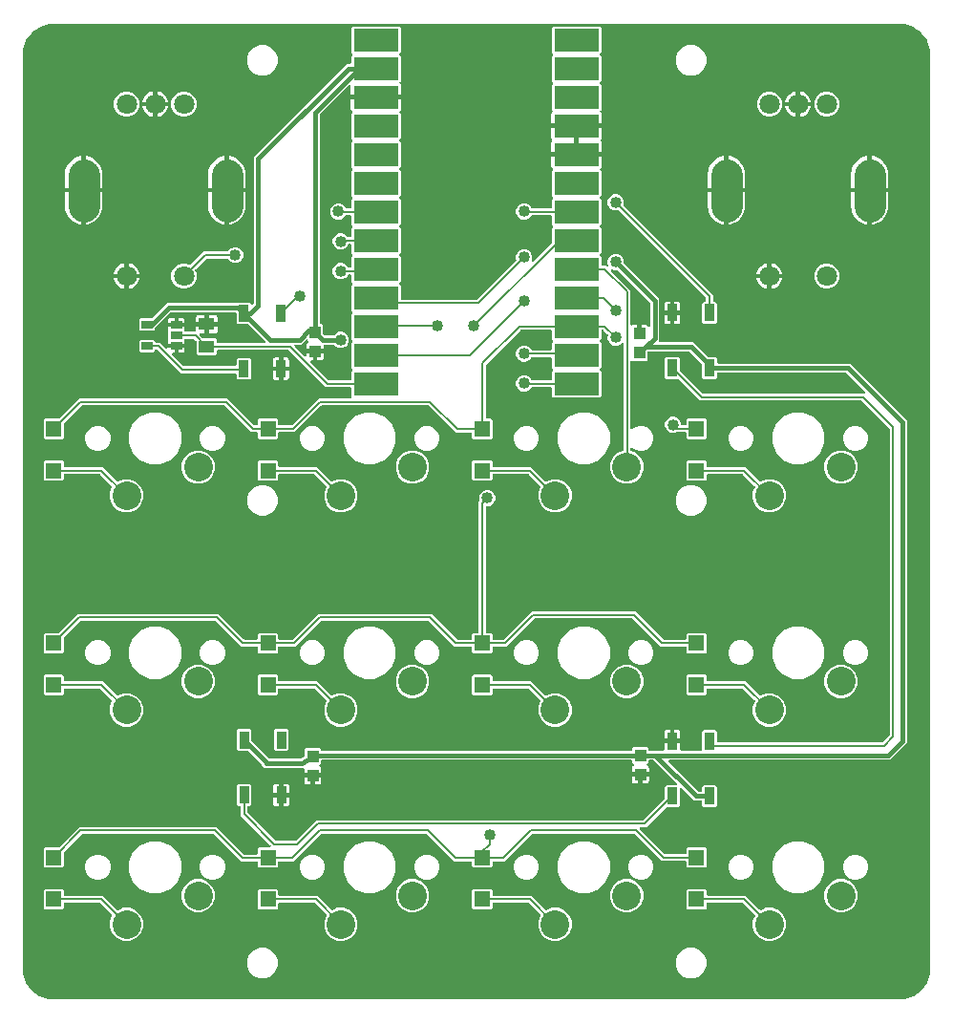
<source format=gbr>
G04 EAGLE Gerber RS-274X export*
G75*
%MOMM*%
%FSLAX34Y34*%
%LPD*%
%INBottom Copper*%
%IPPOS*%
%AMOC8*
5,1,8,0,0,1.08239X$1,22.5*%
G01*
%ADD10R,1.000000X1.100000*%
%ADD11R,1.400000X1.400000*%
%ADD12R,0.990000X0.690000*%
%ADD13R,0.900000X1.500000*%
%ADD14R,1.400000X1.100000*%
%ADD15C,2.540000*%
%ADD16C,1.800000*%
%ADD17C,2.800000*%
%ADD18R,4.000000X2.000000*%
%ADD19C,0.203200*%
%ADD20C,1.016000*%
%ADD21C,0.406400*%

G36*
X780042Y2547D02*
X780042Y2547D01*
X780078Y2544D01*
X784218Y2870D01*
X784357Y2901D01*
X784448Y2915D01*
X792321Y5474D01*
X792323Y5475D01*
X792326Y5475D01*
X792356Y5491D01*
X792575Y5598D01*
X792587Y5609D01*
X792600Y5616D01*
X799297Y10482D01*
X799299Y10483D01*
X799301Y10484D01*
X799326Y10509D01*
X799500Y10678D01*
X799508Y10692D01*
X799518Y10703D01*
X804384Y17400D01*
X804386Y17402D01*
X804387Y17404D01*
X804403Y17435D01*
X804516Y17649D01*
X804520Y17665D01*
X804526Y17679D01*
X807085Y25552D01*
X807109Y25693D01*
X807130Y25782D01*
X807456Y29922D01*
X807454Y29963D01*
X807459Y30000D01*
X807459Y840000D01*
X807453Y840042D01*
X807456Y840078D01*
X807130Y844218D01*
X807099Y844357D01*
X807085Y844448D01*
X804526Y852321D01*
X804525Y852323D01*
X804525Y852326D01*
X804509Y852356D01*
X804402Y852575D01*
X804391Y852587D01*
X804384Y852600D01*
X799518Y859297D01*
X799517Y859299D01*
X799516Y859301D01*
X799491Y859326D01*
X799322Y859500D01*
X799308Y859508D01*
X799297Y859518D01*
X792600Y864384D01*
X792598Y864386D01*
X792596Y864387D01*
X792565Y864403D01*
X792351Y864516D01*
X792335Y864520D01*
X792321Y864526D01*
X784448Y867085D01*
X784307Y867109D01*
X784218Y867130D01*
X780078Y867456D01*
X780037Y867454D01*
X780000Y867459D01*
X30000Y867459D01*
X29958Y867453D01*
X29922Y867456D01*
X25782Y867130D01*
X25643Y867099D01*
X25552Y867085D01*
X17679Y864526D01*
X17677Y864525D01*
X17674Y864525D01*
X17644Y864509D01*
X17425Y864402D01*
X17413Y864391D01*
X17400Y864384D01*
X10703Y859518D01*
X10701Y859517D01*
X10699Y859516D01*
X10674Y859491D01*
X10500Y859322D01*
X10492Y859308D01*
X10482Y859297D01*
X5616Y852600D01*
X5614Y852598D01*
X5613Y852596D01*
X5597Y852565D01*
X5484Y852351D01*
X5480Y852335D01*
X5474Y852321D01*
X2915Y844448D01*
X2891Y844307D01*
X2870Y844218D01*
X2544Y840078D01*
X2546Y840037D01*
X2541Y840000D01*
X2541Y30000D01*
X2547Y29959D01*
X2544Y29922D01*
X2870Y25782D01*
X2901Y25643D01*
X2915Y25552D01*
X5474Y17679D01*
X5475Y17677D01*
X5475Y17674D01*
X5491Y17644D01*
X5598Y17425D01*
X5609Y17413D01*
X5616Y17400D01*
X10482Y10703D01*
X10483Y10701D01*
X10484Y10699D01*
X10509Y10674D01*
X10678Y10500D01*
X10692Y10492D01*
X10703Y10482D01*
X17400Y5616D01*
X17402Y5614D01*
X17404Y5613D01*
X17435Y5597D01*
X17649Y5484D01*
X17665Y5480D01*
X17679Y5474D01*
X25552Y2915D01*
X25693Y2891D01*
X25782Y2870D01*
X29922Y2544D01*
X29963Y2546D01*
X30000Y2541D01*
X780000Y2541D01*
X780042Y2547D01*
G37*
%LPC*%
G36*
X22158Y119467D02*
X22158Y119467D01*
X20967Y120658D01*
X20967Y136342D01*
X22158Y137533D01*
X34307Y137533D01*
X34402Y137546D01*
X34498Y137551D01*
X34542Y137566D01*
X34586Y137573D01*
X34674Y137612D01*
X34765Y137644D01*
X34799Y137669D01*
X34843Y137689D01*
X34941Y137772D01*
X35014Y137825D01*
X52637Y155449D01*
X173983Y155449D01*
X198074Y131357D01*
X198151Y131300D01*
X198222Y131235D01*
X198263Y131215D01*
X198300Y131188D01*
X198390Y131154D01*
X198476Y131112D01*
X198518Y131106D01*
X198564Y131089D01*
X198691Y131079D01*
X198781Y131065D01*
X209968Y131065D01*
X210032Y131074D01*
X210096Y131073D01*
X210171Y131094D01*
X210247Y131105D01*
X210306Y131131D01*
X210368Y131148D01*
X210434Y131189D01*
X210504Y131221D01*
X210553Y131263D01*
X210608Y131296D01*
X210660Y131354D01*
X210718Y131404D01*
X210754Y131458D01*
X210797Y131506D01*
X210830Y131575D01*
X210873Y131640D01*
X210892Y131702D01*
X210920Y131759D01*
X210931Y131829D01*
X210955Y131910D01*
X210956Y131995D01*
X210967Y132064D01*
X210967Y136342D01*
X212158Y137533D01*
X221503Y137533D01*
X221535Y137537D01*
X221567Y137535D01*
X221674Y137557D01*
X221783Y137573D01*
X221812Y137586D01*
X221843Y137592D01*
X221940Y137644D01*
X222039Y137689D01*
X222064Y137710D01*
X222092Y137725D01*
X222171Y137801D01*
X222254Y137872D01*
X222271Y137899D01*
X222295Y137922D01*
X222348Y138017D01*
X222408Y138108D01*
X222418Y138139D01*
X222434Y138167D01*
X222459Y138274D01*
X222491Y138378D01*
X222491Y138410D01*
X222498Y138441D01*
X222493Y138551D01*
X222494Y138660D01*
X222486Y138691D01*
X222484Y138723D01*
X222448Y138826D01*
X222419Y138932D01*
X222402Y138959D01*
X222392Y138990D01*
X222338Y139063D01*
X222271Y139172D01*
X222235Y139204D01*
X222210Y139239D01*
X195751Y165697D01*
X195751Y173168D01*
X195742Y173232D01*
X195743Y173296D01*
X195722Y173371D01*
X195711Y173447D01*
X195685Y173506D01*
X195668Y173568D01*
X195627Y173634D01*
X195595Y173704D01*
X195553Y173753D01*
X195520Y173808D01*
X195462Y173860D01*
X195412Y173918D01*
X195358Y173954D01*
X195310Y173997D01*
X195241Y174030D01*
X195176Y174073D01*
X195114Y174092D01*
X195057Y174120D01*
X194987Y174131D01*
X194906Y174155D01*
X194821Y174156D01*
X194752Y174167D01*
X193458Y174167D01*
X192267Y175358D01*
X192267Y192042D01*
X193458Y193233D01*
X204142Y193233D01*
X205333Y192042D01*
X205333Y175358D01*
X204142Y174167D01*
X202848Y174167D01*
X202784Y174158D01*
X202720Y174159D01*
X202645Y174138D01*
X202569Y174127D01*
X202510Y174101D01*
X202448Y174084D01*
X202382Y174043D01*
X202312Y174011D01*
X202263Y173969D01*
X202208Y173936D01*
X202156Y173878D01*
X202098Y173828D01*
X202062Y173774D01*
X202019Y173726D01*
X201986Y173657D01*
X201943Y173592D01*
X201924Y173530D01*
X201896Y173473D01*
X201885Y173403D01*
X201861Y173322D01*
X201860Y173237D01*
X201849Y173168D01*
X201849Y168637D01*
X201862Y168542D01*
X201867Y168446D01*
X201882Y168402D01*
X201889Y168358D01*
X201928Y168270D01*
X201960Y168179D01*
X201985Y168145D01*
X202005Y168101D01*
X202088Y168003D01*
X202141Y167930D01*
X226522Y143549D01*
X226599Y143492D01*
X226670Y143427D01*
X226711Y143407D01*
X226748Y143380D01*
X226838Y143346D01*
X226924Y143304D01*
X226966Y143298D01*
X227012Y143281D01*
X227139Y143271D01*
X227229Y143257D01*
X244195Y143257D01*
X244290Y143270D01*
X244386Y143275D01*
X244430Y143290D01*
X244475Y143297D01*
X244562Y143336D01*
X244653Y143368D01*
X244687Y143393D01*
X244731Y143413D01*
X244829Y143496D01*
X244902Y143549D01*
X260819Y159466D01*
X262897Y161545D01*
X552419Y161545D01*
X552514Y161558D01*
X552610Y161563D01*
X552654Y161578D01*
X552698Y161585D01*
X552786Y161624D01*
X552877Y161656D01*
X552911Y161681D01*
X552955Y161701D01*
X553053Y161784D01*
X553126Y161837D01*
X571675Y180386D01*
X571732Y180463D01*
X571797Y180534D01*
X571817Y180575D01*
X571844Y180612D01*
X571878Y180702D01*
X571920Y180788D01*
X571926Y180830D01*
X571943Y180876D01*
X571953Y181003D01*
X571967Y181093D01*
X571967Y191242D01*
X573158Y192433D01*
X582094Y192433D01*
X582126Y192437D01*
X582159Y192435D01*
X582265Y192457D01*
X582374Y192473D01*
X582403Y192486D01*
X582435Y192492D01*
X582531Y192544D01*
X582631Y192589D01*
X582655Y192610D01*
X582684Y192625D01*
X582762Y192701D01*
X582845Y192772D01*
X582863Y192799D01*
X582886Y192822D01*
X582939Y192917D01*
X582999Y193008D01*
X583009Y193039D01*
X583025Y193067D01*
X583050Y193174D01*
X583082Y193278D01*
X583082Y193310D01*
X583090Y193341D01*
X583084Y193451D01*
X583086Y193560D01*
X583077Y193591D01*
X583075Y193623D01*
X583039Y193726D01*
X583010Y193832D01*
X582993Y193859D01*
X582983Y193890D01*
X582930Y193963D01*
X582862Y194072D01*
X582826Y194104D01*
X582801Y194139D01*
X562197Y214743D01*
X562120Y214800D01*
X562049Y214865D01*
X562008Y214885D01*
X561971Y214912D01*
X561881Y214946D01*
X561795Y214988D01*
X561753Y214994D01*
X561708Y215011D01*
X561580Y215021D01*
X561490Y215035D01*
X558232Y215035D01*
X558168Y215026D01*
X558104Y215027D01*
X558029Y215006D01*
X557953Y214995D01*
X557894Y214969D01*
X557832Y214952D01*
X557766Y214911D01*
X557696Y214879D01*
X557647Y214837D01*
X557592Y214804D01*
X557540Y214746D01*
X557482Y214696D01*
X557446Y214642D01*
X557403Y214594D01*
X557370Y214525D01*
X557327Y214460D01*
X557308Y214398D01*
X557280Y214341D01*
X557269Y214271D01*
X557245Y214190D01*
X557244Y214105D01*
X557233Y214036D01*
X557233Y212758D01*
X555999Y211525D01*
X555967Y211482D01*
X555928Y211445D01*
X555883Y211369D01*
X555830Y211299D01*
X555811Y211249D01*
X555784Y211203D01*
X555762Y211118D01*
X555731Y211035D01*
X555726Y210982D01*
X555713Y210930D01*
X555716Y210842D01*
X555709Y210754D01*
X555720Y210702D01*
X555721Y210648D01*
X555748Y210564D01*
X555766Y210478D01*
X555792Y210431D01*
X555808Y210380D01*
X555857Y210307D01*
X555899Y210229D01*
X555936Y210191D01*
X555966Y210146D01*
X556027Y210097D01*
X556096Y210027D01*
X556159Y209991D01*
X556206Y209953D01*
X556760Y209633D01*
X557233Y209160D01*
X557568Y208581D01*
X557741Y207935D01*
X557741Y204099D01*
X551200Y204099D01*
X551136Y204090D01*
X551072Y204091D01*
X550998Y204070D01*
X550921Y204059D01*
X550862Y204033D01*
X550800Y204016D01*
X550734Y203975D01*
X550664Y203943D01*
X550615Y203901D01*
X550560Y203868D01*
X550509Y203810D01*
X550450Y203760D01*
X550414Y203706D01*
X550371Y203658D01*
X550338Y203589D01*
X550295Y203524D01*
X550276Y203462D01*
X550248Y203405D01*
X550238Y203335D01*
X550213Y203254D01*
X550212Y203169D01*
X550201Y203100D01*
X550201Y202099D01*
X550199Y202099D01*
X550199Y203100D01*
X550190Y203164D01*
X550191Y203228D01*
X550170Y203303D01*
X550159Y203379D01*
X550133Y203438D01*
X550116Y203500D01*
X550075Y203566D01*
X550043Y203636D01*
X550001Y203685D01*
X549968Y203740D01*
X549910Y203792D01*
X549860Y203850D01*
X549806Y203886D01*
X549758Y203929D01*
X549689Y203962D01*
X549624Y204005D01*
X549562Y204024D01*
X549504Y204052D01*
X549435Y204062D01*
X549354Y204087D01*
X549269Y204088D01*
X549200Y204099D01*
X542659Y204099D01*
X542659Y207935D01*
X542832Y208581D01*
X543167Y209160D01*
X543640Y209633D01*
X544194Y209953D01*
X544236Y209986D01*
X544283Y210011D01*
X544346Y210072D01*
X544416Y210127D01*
X544447Y210170D01*
X544485Y210208D01*
X544529Y210284D01*
X544580Y210356D01*
X544598Y210406D01*
X544624Y210453D01*
X544645Y210539D01*
X544674Y210622D01*
X544677Y210675D01*
X544689Y210728D01*
X544685Y210816D01*
X544690Y210903D01*
X544678Y210956D01*
X544675Y211009D01*
X544646Y211092D01*
X544626Y211178D01*
X544600Y211225D01*
X544582Y211276D01*
X544536Y211339D01*
X544488Y211424D01*
X544437Y211475D01*
X544401Y211525D01*
X543167Y212758D01*
X543167Y214036D01*
X543158Y214100D01*
X543159Y214164D01*
X543138Y214239D01*
X543127Y214315D01*
X543101Y214374D01*
X543084Y214436D01*
X543043Y214502D01*
X543011Y214572D01*
X542969Y214621D01*
X542936Y214676D01*
X542878Y214728D01*
X542828Y214786D01*
X542774Y214822D01*
X542726Y214865D01*
X542657Y214898D01*
X542592Y214941D01*
X542530Y214960D01*
X542473Y214988D01*
X542403Y214999D01*
X542322Y215023D01*
X542237Y215024D01*
X542168Y215035D01*
X267732Y215035D01*
X267668Y215026D01*
X267604Y215027D01*
X267529Y215006D01*
X267453Y214995D01*
X267394Y214969D01*
X267332Y214952D01*
X267266Y214911D01*
X267196Y214879D01*
X267147Y214837D01*
X267092Y214804D01*
X267040Y214746D01*
X266982Y214696D01*
X266946Y214642D01*
X266903Y214594D01*
X266870Y214525D01*
X266827Y214460D01*
X266808Y214398D01*
X266780Y214341D01*
X266769Y214271D01*
X266745Y214190D01*
X266744Y214105D01*
X266733Y214036D01*
X266733Y211858D01*
X265499Y210625D01*
X265467Y210582D01*
X265428Y210545D01*
X265383Y210469D01*
X265330Y210399D01*
X265311Y210349D01*
X265284Y210303D01*
X265262Y210218D01*
X265231Y210135D01*
X265226Y210082D01*
X265213Y210030D01*
X265216Y209942D01*
X265209Y209854D01*
X265220Y209802D01*
X265221Y209748D01*
X265248Y209664D01*
X265266Y209578D01*
X265292Y209531D01*
X265308Y209480D01*
X265357Y209407D01*
X265399Y209329D01*
X265436Y209291D01*
X265466Y209246D01*
X265527Y209197D01*
X265596Y209127D01*
X265659Y209091D01*
X265706Y209053D01*
X266260Y208733D01*
X266733Y208260D01*
X267068Y207681D01*
X267241Y207035D01*
X267241Y203199D01*
X260700Y203199D01*
X260636Y203190D01*
X260572Y203191D01*
X260498Y203170D01*
X260421Y203159D01*
X260362Y203133D01*
X260300Y203116D01*
X260234Y203075D01*
X260164Y203043D01*
X260115Y203001D01*
X260060Y202968D01*
X260009Y202910D01*
X259950Y202860D01*
X259914Y202806D01*
X259871Y202758D01*
X259838Y202689D01*
X259795Y202624D01*
X259776Y202562D01*
X259748Y202505D01*
X259738Y202435D01*
X259713Y202354D01*
X259712Y202269D01*
X259701Y202200D01*
X259701Y201199D01*
X259699Y201199D01*
X259699Y202200D01*
X259690Y202264D01*
X259691Y202328D01*
X259670Y202403D01*
X259659Y202479D01*
X259633Y202538D01*
X259616Y202600D01*
X259575Y202666D01*
X259543Y202736D01*
X259501Y202785D01*
X259468Y202840D01*
X259410Y202892D01*
X259360Y202950D01*
X259306Y202986D01*
X259258Y203029D01*
X259189Y203062D01*
X259124Y203105D01*
X259062Y203124D01*
X259004Y203152D01*
X258935Y203162D01*
X258854Y203187D01*
X258769Y203188D01*
X258700Y203199D01*
X252159Y203199D01*
X252159Y206482D01*
X252144Y206593D01*
X252134Y206704D01*
X252124Y206732D01*
X252119Y206761D01*
X252074Y206863D01*
X252034Y206968D01*
X252015Y206991D01*
X252003Y207018D01*
X251931Y207103D01*
X251863Y207192D01*
X251839Y207210D01*
X251820Y207233D01*
X251726Y207294D01*
X251637Y207360D01*
X251610Y207370D01*
X251584Y207387D01*
X251430Y207434D01*
X251346Y207464D01*
X250010Y207718D01*
X249905Y207723D01*
X249824Y207735D01*
X217116Y207735D01*
X214735Y210116D01*
X214735Y210602D01*
X214722Y210697D01*
X214717Y210794D01*
X214702Y210837D01*
X214695Y210882D01*
X214656Y210969D01*
X214624Y211060D01*
X214599Y211094D01*
X214579Y211139D01*
X214496Y211236D01*
X214443Y211309D01*
X202877Y222875D01*
X202800Y222932D01*
X202729Y222997D01*
X202688Y223017D01*
X202651Y223044D01*
X202561Y223078D01*
X202475Y223120D01*
X202433Y223126D01*
X202388Y223143D01*
X202260Y223153D01*
X202170Y223167D01*
X193458Y223167D01*
X192267Y224358D01*
X192267Y241042D01*
X193458Y242233D01*
X204142Y242233D01*
X205333Y241042D01*
X205333Y232330D01*
X205341Y232269D01*
X205341Y232240D01*
X205347Y232218D01*
X205351Y232138D01*
X205366Y232095D01*
X205373Y232050D01*
X205412Y231963D01*
X205444Y231872D01*
X205469Y231838D01*
X205489Y231793D01*
X205572Y231696D01*
X205625Y231623D01*
X221091Y216157D01*
X221168Y216100D01*
X221239Y216035D01*
X221280Y216015D01*
X221317Y215988D01*
X221407Y215954D01*
X221493Y215912D01*
X221535Y215906D01*
X221580Y215889D01*
X221708Y215879D01*
X221798Y215865D01*
X248740Y215865D01*
X248742Y215865D01*
X248745Y215865D01*
X248885Y215885D01*
X249019Y215905D01*
X249021Y215906D01*
X249024Y215906D01*
X249058Y215922D01*
X249276Y216021D01*
X249289Y216032D01*
X249302Y216038D01*
X252230Y218032D01*
X252266Y218064D01*
X252308Y218090D01*
X252370Y218159D01*
X252439Y218222D01*
X252464Y218263D01*
X252497Y218299D01*
X252537Y218383D01*
X252586Y218462D01*
X252599Y218509D01*
X252620Y218553D01*
X252632Y218634D01*
X252660Y218735D01*
X252658Y218801D01*
X252667Y218858D01*
X252667Y224542D01*
X253858Y225733D01*
X265542Y225733D01*
X266733Y224542D01*
X266733Y224164D01*
X266742Y224100D01*
X266741Y224036D01*
X266762Y223961D01*
X266773Y223885D01*
X266799Y223826D01*
X266816Y223764D01*
X266857Y223698D01*
X266889Y223628D01*
X266931Y223579D01*
X266964Y223524D01*
X267022Y223472D01*
X267072Y223414D01*
X267126Y223378D01*
X267174Y223335D01*
X267243Y223302D01*
X267308Y223259D01*
X267370Y223240D01*
X267427Y223212D01*
X267497Y223201D01*
X267578Y223177D01*
X267663Y223176D01*
X267732Y223165D01*
X542168Y223165D01*
X542232Y223174D01*
X542296Y223173D01*
X542371Y223194D01*
X542447Y223205D01*
X542506Y223231D01*
X542568Y223248D01*
X542634Y223289D01*
X542704Y223321D01*
X542753Y223363D01*
X542808Y223396D01*
X542860Y223454D01*
X542918Y223504D01*
X542954Y223558D01*
X542997Y223606D01*
X543030Y223675D01*
X543073Y223740D01*
X543092Y223802D01*
X543120Y223859D01*
X543131Y223929D01*
X543155Y224010D01*
X543156Y224095D01*
X543167Y224164D01*
X543167Y225442D01*
X544358Y226633D01*
X556042Y226633D01*
X557233Y225442D01*
X557233Y224164D01*
X557242Y224100D01*
X557241Y224036D01*
X557262Y223961D01*
X557273Y223885D01*
X557299Y223826D01*
X557316Y223764D01*
X557357Y223698D01*
X557389Y223628D01*
X557431Y223579D01*
X557464Y223524D01*
X557522Y223472D01*
X557572Y223414D01*
X557626Y223378D01*
X557674Y223335D01*
X557743Y223302D01*
X557808Y223259D01*
X557870Y223240D01*
X557927Y223212D01*
X557997Y223201D01*
X558078Y223177D01*
X558163Y223176D01*
X558232Y223165D01*
X570460Y223165D01*
X570524Y223174D01*
X570588Y223173D01*
X570663Y223194D01*
X570739Y223205D01*
X570798Y223231D01*
X570860Y223248D01*
X570926Y223289D01*
X570996Y223321D01*
X571045Y223363D01*
X571100Y223396D01*
X571152Y223454D01*
X571210Y223504D01*
X571246Y223558D01*
X571289Y223606D01*
X571322Y223675D01*
X571365Y223740D01*
X571384Y223802D01*
X571412Y223859D01*
X571423Y223929D01*
X571447Y224010D01*
X571448Y224095D01*
X571459Y224164D01*
X571459Y229901D01*
X577500Y229901D01*
X577564Y229910D01*
X577628Y229909D01*
X577702Y229930D01*
X577779Y229941D01*
X577838Y229967D01*
X577900Y229984D01*
X577966Y230025D01*
X578036Y230057D01*
X578085Y230099D01*
X578140Y230132D01*
X578191Y230190D01*
X578250Y230240D01*
X578286Y230294D01*
X578329Y230342D01*
X578362Y230411D01*
X578405Y230476D01*
X578424Y230538D01*
X578452Y230595D01*
X578462Y230665D01*
X578487Y230746D01*
X578488Y230831D01*
X578499Y230900D01*
X578499Y231901D01*
X578501Y231901D01*
X578501Y230900D01*
X578510Y230836D01*
X578509Y230772D01*
X578530Y230697D01*
X578541Y230621D01*
X578567Y230562D01*
X578584Y230500D01*
X578625Y230434D01*
X578657Y230364D01*
X578699Y230315D01*
X578732Y230260D01*
X578790Y230208D01*
X578840Y230150D01*
X578894Y230114D01*
X578942Y230071D01*
X579011Y230038D01*
X579076Y229995D01*
X579138Y229976D01*
X579196Y229948D01*
X579265Y229938D01*
X579346Y229913D01*
X579431Y229912D01*
X579500Y229901D01*
X585541Y229901D01*
X585541Y224164D01*
X585550Y224100D01*
X585549Y224036D01*
X585570Y223961D01*
X585581Y223885D01*
X585607Y223826D01*
X585624Y223764D01*
X585665Y223698D01*
X585697Y223628D01*
X585739Y223579D01*
X585772Y223524D01*
X585830Y223472D01*
X585880Y223414D01*
X585934Y223378D01*
X585982Y223335D01*
X586051Y223302D01*
X586116Y223259D01*
X586178Y223240D01*
X586235Y223212D01*
X586305Y223201D01*
X586386Y223177D01*
X586471Y223176D01*
X586540Y223165D01*
X603968Y223165D01*
X604032Y223174D01*
X604096Y223173D01*
X604171Y223194D01*
X604247Y223205D01*
X604306Y223231D01*
X604368Y223248D01*
X604434Y223289D01*
X604504Y223321D01*
X604553Y223363D01*
X604608Y223396D01*
X604660Y223454D01*
X604718Y223504D01*
X604754Y223558D01*
X604797Y223606D01*
X604830Y223675D01*
X604873Y223740D01*
X604892Y223802D01*
X604920Y223859D01*
X604931Y223929D01*
X604955Y224010D01*
X604956Y224095D01*
X604967Y224164D01*
X604967Y240242D01*
X606158Y241433D01*
X616842Y241433D01*
X618033Y240242D01*
X618033Y231632D01*
X618042Y231568D01*
X618041Y231504D01*
X618062Y231429D01*
X618073Y231353D01*
X618099Y231294D01*
X618116Y231232D01*
X618157Y231166D01*
X618189Y231096D01*
X618231Y231047D01*
X618264Y230992D01*
X618322Y230940D01*
X618372Y230882D01*
X618426Y230846D01*
X618474Y230803D01*
X618543Y230770D01*
X618608Y230727D01*
X618670Y230708D01*
X618727Y230680D01*
X618797Y230669D01*
X618878Y230645D01*
X618963Y230644D01*
X619032Y230633D01*
X764387Y230633D01*
X764482Y230646D01*
X764578Y230651D01*
X764622Y230666D01*
X764666Y230673D01*
X764754Y230712D01*
X764845Y230744D01*
X764879Y230769D01*
X764923Y230789D01*
X765021Y230872D01*
X765094Y230925D01*
X770851Y236682D01*
X770863Y236698D01*
X770870Y236705D01*
X770889Y236733D01*
X770908Y236759D01*
X770973Y236830D01*
X770993Y236871D01*
X771020Y236908D01*
X771054Y236998D01*
X771096Y237084D01*
X771102Y237126D01*
X771119Y237172D01*
X771129Y237299D01*
X771143Y237389D01*
X771143Y508355D01*
X771130Y508450D01*
X771125Y508546D01*
X771110Y508590D01*
X771103Y508635D01*
X771064Y508722D01*
X771032Y508813D01*
X771007Y508847D01*
X770987Y508891D01*
X770904Y508989D01*
X770851Y509062D01*
X746806Y533107D01*
X746729Y533164D01*
X746658Y533229D01*
X746617Y533249D01*
X746580Y533276D01*
X746490Y533310D01*
X746404Y533352D01*
X746362Y533358D01*
X746316Y533375D01*
X746189Y533385D01*
X746099Y533399D01*
X603089Y533399D01*
X584014Y552475D01*
X583937Y552532D01*
X583866Y552597D01*
X583825Y552617D01*
X583788Y552644D01*
X583698Y552678D01*
X583612Y552720D01*
X583570Y552726D01*
X583524Y552743D01*
X583397Y552753D01*
X583307Y552767D01*
X573158Y552767D01*
X571967Y553958D01*
X571967Y570642D01*
X573158Y571833D01*
X583842Y571833D01*
X585033Y570642D01*
X585033Y560493D01*
X585046Y560398D01*
X585051Y560302D01*
X585066Y560258D01*
X585073Y560214D01*
X585112Y560126D01*
X585144Y560035D01*
X585169Y560001D01*
X585189Y559957D01*
X585272Y559859D01*
X585325Y559786D01*
X605322Y539789D01*
X605399Y539732D01*
X605470Y539667D01*
X605511Y539647D01*
X605548Y539620D01*
X605638Y539586D01*
X605724Y539544D01*
X605766Y539538D01*
X605812Y539521D01*
X605939Y539511D01*
X606029Y539497D01*
X748758Y539497D01*
X748790Y539501D01*
X748823Y539499D01*
X748929Y539521D01*
X749038Y539537D01*
X749067Y539550D01*
X749099Y539556D01*
X749195Y539608D01*
X749295Y539653D01*
X749319Y539674D01*
X749348Y539689D01*
X749426Y539765D01*
X749509Y539836D01*
X749527Y539863D01*
X749550Y539886D01*
X749603Y539981D01*
X749663Y540072D01*
X749673Y540103D01*
X749689Y540131D01*
X749714Y540238D01*
X749746Y540342D01*
X749746Y540374D01*
X749754Y540405D01*
X749748Y540515D01*
X749750Y540624D01*
X749741Y540655D01*
X749739Y540687D01*
X749703Y540790D01*
X749674Y540896D01*
X749657Y540923D01*
X749647Y540954D01*
X749594Y541027D01*
X749526Y541136D01*
X749490Y541168D01*
X749465Y541203D01*
X732725Y557943D01*
X732648Y558000D01*
X732577Y558065D01*
X732536Y558085D01*
X732499Y558112D01*
X732409Y558146D01*
X732323Y558188D01*
X732281Y558194D01*
X732236Y558211D01*
X732108Y558221D01*
X732018Y558235D01*
X619032Y558235D01*
X618968Y558226D01*
X618904Y558227D01*
X618829Y558206D01*
X618753Y558195D01*
X618694Y558169D01*
X618632Y558152D01*
X618566Y558111D01*
X618496Y558079D01*
X618447Y558037D01*
X618392Y558004D01*
X618340Y557946D01*
X618282Y557896D01*
X618246Y557842D01*
X618203Y557794D01*
X618170Y557725D01*
X618127Y557660D01*
X618108Y557598D01*
X618080Y557541D01*
X618069Y557471D01*
X618045Y557390D01*
X618044Y557305D01*
X618033Y557236D01*
X618033Y553958D01*
X616842Y552767D01*
X606158Y552767D01*
X604967Y553958D01*
X604967Y565398D01*
X604954Y565493D01*
X604949Y565590D01*
X604934Y565633D01*
X604927Y565678D01*
X604888Y565765D01*
X604856Y565856D01*
X604831Y565890D01*
X604811Y565935D01*
X604728Y566032D01*
X604675Y566105D01*
X593985Y576795D01*
X593908Y576852D01*
X593837Y576917D01*
X593796Y576937D01*
X593759Y576964D01*
X593669Y576998D01*
X593583Y577040D01*
X593541Y577046D01*
X593496Y577063D01*
X593368Y577073D01*
X593278Y577087D01*
X557532Y577087D01*
X557468Y577078D01*
X557404Y577079D01*
X557329Y577058D01*
X557253Y577047D01*
X557194Y577021D01*
X557132Y577004D01*
X557066Y576963D01*
X556996Y576931D01*
X556947Y576889D01*
X556892Y576856D01*
X556840Y576798D01*
X556782Y576748D01*
X556746Y576694D01*
X556703Y576646D01*
X556670Y576577D01*
X556627Y576512D01*
X556608Y576450D01*
X556580Y576393D01*
X556569Y576323D01*
X556545Y576242D01*
X556544Y576157D01*
X556533Y576088D01*
X556533Y569358D01*
X555342Y568167D01*
X543658Y568167D01*
X543235Y568591D01*
X543209Y568610D01*
X543188Y568635D01*
X543096Y568695D01*
X543009Y568760D01*
X542979Y568771D01*
X542952Y568789D01*
X542847Y568821D01*
X542745Y568860D01*
X542713Y568862D01*
X542682Y568871D01*
X542573Y568873D01*
X542464Y568881D01*
X542432Y568875D01*
X542400Y568875D01*
X542295Y568846D01*
X542188Y568824D01*
X542159Y568809D01*
X542128Y568800D01*
X542035Y568743D01*
X541939Y568691D01*
X541916Y568669D01*
X541888Y568652D01*
X541815Y568571D01*
X541737Y568495D01*
X541721Y568467D01*
X541699Y568443D01*
X541652Y568344D01*
X541598Y568249D01*
X541590Y568218D01*
X541576Y568189D01*
X541562Y568099D01*
X541533Y567975D01*
X541535Y567926D01*
X541529Y567884D01*
X541529Y508755D01*
X541533Y508723D01*
X541531Y508691D01*
X541553Y508584D01*
X541569Y508476D01*
X541582Y508446D01*
X541588Y508415D01*
X541640Y508319D01*
X541685Y508219D01*
X541706Y508194D01*
X541721Y508166D01*
X541797Y508088D01*
X541868Y508005D01*
X541895Y507987D01*
X541918Y507964D01*
X542013Y507910D01*
X542104Y507850D01*
X542135Y507841D01*
X542163Y507825D01*
X542269Y507800D01*
X542374Y507768D01*
X542406Y507767D01*
X542437Y507760D01*
X542547Y507765D01*
X542656Y507764D01*
X542687Y507773D01*
X542719Y507774D01*
X542822Y507810D01*
X542928Y507839D01*
X542955Y507856D01*
X542986Y507867D01*
X543059Y507920D01*
X543168Y507987D01*
X543200Y508023D01*
X543235Y508049D01*
X544546Y509360D01*
X548604Y511041D01*
X552996Y511041D01*
X557054Y509360D01*
X560160Y506254D01*
X561841Y502196D01*
X561841Y497804D01*
X560160Y493746D01*
X557054Y490640D01*
X552996Y488959D01*
X548604Y488959D01*
X544546Y490640D01*
X543235Y491951D01*
X543209Y491971D01*
X543188Y491995D01*
X543096Y492055D01*
X543009Y492121D01*
X542979Y492132D01*
X542952Y492150D01*
X542847Y492182D01*
X542745Y492220D01*
X542713Y492223D01*
X542682Y492232D01*
X542573Y492234D01*
X542464Y492242D01*
X542432Y492236D01*
X542400Y492236D01*
X542295Y492207D01*
X542188Y492185D01*
X542159Y492169D01*
X542128Y492161D01*
X542035Y492103D01*
X541939Y492052D01*
X541916Y492030D01*
X541888Y492013D01*
X541815Y491932D01*
X541737Y491855D01*
X541721Y491827D01*
X541699Y491803D01*
X541652Y491705D01*
X541598Y491610D01*
X541590Y491578D01*
X541576Y491550D01*
X541562Y491460D01*
X541533Y491335D01*
X541535Y491287D01*
X541529Y491245D01*
X541529Y489794D01*
X541530Y489785D01*
X541529Y489775D01*
X541550Y489645D01*
X541569Y489515D01*
X541572Y489506D01*
X541574Y489497D01*
X541631Y489377D01*
X541685Y489258D01*
X541691Y489251D01*
X541695Y489242D01*
X541783Y489143D01*
X541868Y489044D01*
X541876Y489038D01*
X541882Y489031D01*
X541948Y488991D01*
X542104Y488889D01*
X542127Y488882D01*
X542146Y488871D01*
X546445Y487090D01*
X550590Y482945D01*
X552833Y477531D01*
X552833Y471669D01*
X550590Y466255D01*
X546445Y462110D01*
X541031Y459867D01*
X535169Y459867D01*
X529755Y462110D01*
X525610Y466255D01*
X523367Y471669D01*
X523367Y477531D01*
X525610Y482945D01*
X529755Y487090D01*
X534814Y489186D01*
X534823Y489190D01*
X534832Y489193D01*
X534944Y489262D01*
X535057Y489329D01*
X535064Y489336D01*
X535072Y489341D01*
X535160Y489439D01*
X535250Y489535D01*
X535254Y489543D01*
X535261Y489550D01*
X535318Y489669D01*
X535378Y489786D01*
X535380Y489796D01*
X535384Y489804D01*
X535396Y489880D01*
X535430Y490064D01*
X535428Y490087D01*
X535431Y490109D01*
X535431Y583920D01*
X535427Y583952D01*
X535429Y583984D01*
X535407Y584091D01*
X535391Y584199D01*
X535378Y584229D01*
X535372Y584260D01*
X535320Y584357D01*
X535275Y584456D01*
X535254Y584481D01*
X535239Y584509D01*
X535163Y584587D01*
X535092Y584670D01*
X535065Y584688D01*
X535042Y584711D01*
X534947Y584765D01*
X534856Y584825D01*
X534825Y584834D01*
X534797Y584850D01*
X534691Y584875D01*
X534586Y584907D01*
X534554Y584908D01*
X534523Y584915D01*
X534413Y584910D01*
X534304Y584911D01*
X534273Y584902D01*
X534241Y584901D01*
X534138Y584865D01*
X534032Y584836D01*
X534005Y584819D01*
X533974Y584808D01*
X533901Y584755D01*
X533792Y584688D01*
X533760Y584652D01*
X533725Y584627D01*
X532349Y583250D01*
X529735Y582167D01*
X526905Y582167D01*
X524291Y583250D01*
X522290Y585251D01*
X521207Y587865D01*
X521207Y590695D01*
X521358Y591058D01*
X521360Y591067D01*
X521365Y591076D01*
X521395Y591205D01*
X521428Y591331D01*
X521428Y591341D01*
X521430Y591350D01*
X521423Y591483D01*
X521419Y591613D01*
X521416Y591622D01*
X521415Y591632D01*
X521372Y591757D01*
X521331Y591881D01*
X521326Y591889D01*
X521323Y591898D01*
X521278Y591960D01*
X521173Y592114D01*
X521154Y592130D01*
X521141Y592147D01*
X517430Y595859D01*
X517353Y595916D01*
X517282Y595981D01*
X517241Y596001D01*
X517204Y596028D01*
X517114Y596062D01*
X517028Y596104D01*
X516986Y596110D01*
X516940Y596127D01*
X516813Y596137D01*
X516723Y596151D01*
X516532Y596151D01*
X516468Y596142D01*
X516404Y596143D01*
X516329Y596122D01*
X516253Y596111D01*
X516194Y596085D01*
X516132Y596068D01*
X516066Y596027D01*
X515996Y595995D01*
X515947Y595953D01*
X515892Y595920D01*
X515840Y595862D01*
X515782Y595812D01*
X515746Y595758D01*
X515703Y595710D01*
X515670Y595641D01*
X515627Y595576D01*
X515608Y595514D01*
X515580Y595457D01*
X515569Y595387D01*
X515545Y595306D01*
X515544Y595221D01*
X515533Y595152D01*
X515533Y588358D01*
X514381Y587207D01*
X514343Y587155D01*
X514297Y587110D01*
X514258Y587043D01*
X514212Y586981D01*
X514189Y586921D01*
X514158Y586865D01*
X514140Y586790D01*
X514112Y586717D01*
X514108Y586653D01*
X514093Y586591D01*
X514097Y586513D01*
X514091Y586436D01*
X514104Y586373D01*
X514107Y586309D01*
X514132Y586236D01*
X514148Y586160D01*
X514178Y586103D01*
X514200Y586042D01*
X514241Y585986D01*
X514281Y585911D01*
X514340Y585850D01*
X514381Y585793D01*
X515533Y584642D01*
X515533Y562958D01*
X514381Y561807D01*
X514368Y561789D01*
X514359Y561781D01*
X514340Y561753D01*
X514297Y561710D01*
X514258Y561643D01*
X514212Y561581D01*
X514189Y561521D01*
X514158Y561465D01*
X514140Y561390D01*
X514112Y561317D01*
X514108Y561253D01*
X514093Y561191D01*
X514097Y561113D01*
X514091Y561036D01*
X514104Y560973D01*
X514107Y560909D01*
X514132Y560836D01*
X514148Y560760D01*
X514178Y560703D01*
X514200Y560642D01*
X514241Y560586D01*
X514281Y560511D01*
X514340Y560450D01*
X514381Y560393D01*
X515533Y559242D01*
X515533Y537558D01*
X514342Y536367D01*
X472658Y536367D01*
X471467Y537558D01*
X471467Y544352D01*
X471458Y544416D01*
X471459Y544480D01*
X471438Y544555D01*
X471427Y544631D01*
X471401Y544690D01*
X471384Y544752D01*
X471343Y544818D01*
X471311Y544888D01*
X471269Y544937D01*
X471236Y544992D01*
X471178Y545044D01*
X471128Y545102D01*
X471074Y545138D01*
X471026Y545181D01*
X470957Y545214D01*
X470892Y545257D01*
X470830Y545276D01*
X470773Y545304D01*
X470703Y545315D01*
X470622Y545339D01*
X470537Y545340D01*
X470468Y545351D01*
X454044Y545351D01*
X454035Y545350D01*
X454025Y545351D01*
X453895Y545330D01*
X453765Y545311D01*
X453756Y545308D01*
X453747Y545306D01*
X453627Y545249D01*
X453508Y545195D01*
X453501Y545189D01*
X453492Y545185D01*
X453394Y545097D01*
X453294Y545012D01*
X453289Y545004D01*
X453281Y544998D01*
X453242Y544932D01*
X453139Y544776D01*
X453132Y544753D01*
X453121Y544734D01*
X453070Y544611D01*
X451069Y542610D01*
X448455Y541527D01*
X445625Y541527D01*
X443011Y542610D01*
X441010Y544611D01*
X439927Y547225D01*
X439927Y550055D01*
X441010Y552669D01*
X443011Y554670D01*
X445625Y555753D01*
X448455Y555753D01*
X451069Y554670D01*
X453070Y552669D01*
X453320Y552066D01*
X453325Y552057D01*
X453327Y552048D01*
X453397Y551936D01*
X453463Y551823D01*
X453470Y551816D01*
X453475Y551808D01*
X453573Y551720D01*
X453669Y551630D01*
X453678Y551626D01*
X453685Y551619D01*
X453803Y551562D01*
X453921Y551502D01*
X453930Y551500D01*
X453938Y551496D01*
X454015Y551484D01*
X454198Y551450D01*
X454222Y551452D01*
X454243Y551449D01*
X470468Y551449D01*
X470532Y551458D01*
X470596Y551457D01*
X470671Y551478D01*
X470747Y551489D01*
X470806Y551515D01*
X470868Y551532D01*
X470934Y551573D01*
X471004Y551605D01*
X471053Y551647D01*
X471108Y551680D01*
X471160Y551738D01*
X471218Y551788D01*
X471254Y551842D01*
X471297Y551890D01*
X471330Y551959D01*
X471373Y552024D01*
X471392Y552086D01*
X471420Y552143D01*
X471431Y552213D01*
X471455Y552294D01*
X471456Y552379D01*
X471467Y552448D01*
X471467Y559242D01*
X472619Y560393D01*
X472657Y560445D01*
X472703Y560490D01*
X472742Y560557D01*
X472788Y560619D01*
X472811Y560679D01*
X472842Y560735D01*
X472860Y560810D01*
X472888Y560883D01*
X472892Y560947D01*
X472907Y561010D01*
X472903Y561087D01*
X472909Y561164D01*
X472896Y561227D01*
X472893Y561291D01*
X472868Y561364D01*
X472852Y561440D01*
X472822Y561497D01*
X472800Y561558D01*
X472759Y561614D01*
X472719Y561689D01*
X472674Y561735D01*
X472658Y561761D01*
X472639Y561778D01*
X472619Y561807D01*
X471467Y562958D01*
X471467Y571008D01*
X471458Y571072D01*
X471459Y571136D01*
X471438Y571211D01*
X471427Y571287D01*
X471401Y571346D01*
X471384Y571408D01*
X471343Y571474D01*
X471311Y571544D01*
X471269Y571593D01*
X471236Y571648D01*
X471178Y571700D01*
X471128Y571758D01*
X471074Y571794D01*
X471026Y571837D01*
X470957Y571870D01*
X470892Y571913D01*
X470830Y571932D01*
X470773Y571960D01*
X470703Y571971D01*
X470622Y571995D01*
X470537Y571996D01*
X470468Y572007D01*
X454144Y572007D01*
X454134Y572006D01*
X454125Y572007D01*
X453995Y571986D01*
X453864Y571967D01*
X453856Y571964D01*
X453846Y571962D01*
X453727Y571905D01*
X453607Y571851D01*
X453600Y571845D01*
X453592Y571841D01*
X453493Y571753D01*
X453393Y571668D01*
X453388Y571660D01*
X453381Y571654D01*
X453341Y571588D01*
X453239Y571432D01*
X453232Y571409D01*
X453220Y571390D01*
X453070Y571027D01*
X451069Y569026D01*
X448455Y567943D01*
X445625Y567943D01*
X443011Y569026D01*
X441010Y571027D01*
X439927Y573641D01*
X439927Y576471D01*
X441010Y579085D01*
X443011Y581086D01*
X445625Y582169D01*
X448455Y582169D01*
X451069Y581086D01*
X453070Y579085D01*
X453220Y578722D01*
X453224Y578715D01*
X453226Y578708D01*
X453227Y578707D01*
X453228Y578704D01*
X453297Y578592D01*
X453364Y578479D01*
X453371Y578472D01*
X453376Y578464D01*
X453474Y578376D01*
X453570Y578286D01*
X453578Y578282D01*
X453585Y578275D01*
X453704Y578218D01*
X453821Y578158D01*
X453830Y578156D01*
X453839Y578152D01*
X453915Y578140D01*
X454098Y578106D01*
X454122Y578108D01*
X454144Y578105D01*
X470468Y578105D01*
X470532Y578114D01*
X470596Y578113D01*
X470671Y578134D01*
X470747Y578145D01*
X470806Y578171D01*
X470868Y578188D01*
X470934Y578229D01*
X471004Y578261D01*
X471053Y578303D01*
X471108Y578336D01*
X471160Y578394D01*
X471218Y578444D01*
X471254Y578498D01*
X471297Y578546D01*
X471330Y578615D01*
X471373Y578680D01*
X471392Y578742D01*
X471420Y578799D01*
X471431Y578869D01*
X471455Y578950D01*
X471456Y579035D01*
X471467Y579104D01*
X471467Y584642D01*
X472619Y585793D01*
X472657Y585845D01*
X472703Y585890D01*
X472742Y585957D01*
X472788Y586019D01*
X472811Y586079D01*
X472842Y586135D01*
X472860Y586210D01*
X472888Y586283D01*
X472892Y586347D01*
X472907Y586410D01*
X472903Y586487D01*
X472909Y586564D01*
X472896Y586627D01*
X472893Y586691D01*
X472868Y586764D01*
X472852Y586840D01*
X472822Y586897D01*
X472800Y586958D01*
X472759Y587014D01*
X472719Y587089D01*
X472660Y587150D01*
X472619Y587207D01*
X471467Y588358D01*
X471467Y595152D01*
X471459Y595211D01*
X471459Y595224D01*
X471458Y595226D01*
X471459Y595280D01*
X471438Y595355D01*
X471427Y595431D01*
X471401Y595490D01*
X471384Y595552D01*
X471343Y595618D01*
X471311Y595688D01*
X471269Y595737D01*
X471236Y595792D01*
X471178Y595844D01*
X471128Y595902D01*
X471074Y595938D01*
X471026Y595981D01*
X470957Y596014D01*
X470892Y596057D01*
X470830Y596076D01*
X470773Y596104D01*
X470703Y596115D01*
X470622Y596139D01*
X470537Y596140D01*
X470468Y596151D01*
X444413Y596151D01*
X444318Y596138D01*
X444222Y596133D01*
X444178Y596118D01*
X444134Y596111D01*
X444046Y596072D01*
X443955Y596040D01*
X443921Y596015D01*
X443877Y595995D01*
X443779Y595912D01*
X443706Y595859D01*
X413341Y565494D01*
X413284Y565417D01*
X413219Y565346D01*
X413199Y565305D01*
X413172Y565268D01*
X413138Y565178D01*
X413096Y565092D01*
X413090Y565050D01*
X413073Y565004D01*
X413063Y564877D01*
X413049Y564787D01*
X413049Y518532D01*
X413058Y518468D01*
X413057Y518404D01*
X413078Y518329D01*
X413089Y518253D01*
X413115Y518194D01*
X413132Y518132D01*
X413173Y518066D01*
X413205Y517996D01*
X413247Y517947D01*
X413280Y517892D01*
X413338Y517840D01*
X413388Y517782D01*
X413442Y517746D01*
X413490Y517703D01*
X413559Y517670D01*
X413624Y517627D01*
X413686Y517608D01*
X413743Y517580D01*
X413813Y517569D01*
X413894Y517545D01*
X413979Y517544D01*
X414048Y517533D01*
X417842Y517533D01*
X419033Y516342D01*
X419033Y500658D01*
X417842Y499467D01*
X402158Y499467D01*
X400967Y500658D01*
X400967Y503952D01*
X400958Y504016D01*
X400959Y504080D01*
X400938Y504155D01*
X400927Y504231D01*
X400901Y504290D01*
X400884Y504352D01*
X400843Y504418D01*
X400811Y504488D01*
X400769Y504537D01*
X400736Y504592D01*
X400678Y504644D01*
X400628Y504702D01*
X400574Y504738D01*
X400526Y504781D01*
X400457Y504814D01*
X400392Y504857D01*
X400330Y504876D01*
X400273Y504904D01*
X400203Y504915D01*
X400122Y504939D01*
X400037Y504940D01*
X399968Y504951D01*
X386849Y504951D01*
X362758Y529043D01*
X362681Y529100D01*
X362610Y529165D01*
X362569Y529185D01*
X362532Y529212D01*
X362442Y529246D01*
X362356Y529288D01*
X362314Y529294D01*
X362268Y529311D01*
X362141Y529321D01*
X362051Y529335D01*
X267869Y529335D01*
X267774Y529322D01*
X267678Y529317D01*
X267634Y529302D01*
X267590Y529295D01*
X267502Y529256D01*
X267411Y529224D01*
X267377Y529199D01*
X267333Y529179D01*
X267235Y529096D01*
X267162Y529043D01*
X243571Y505451D01*
X230032Y505451D01*
X229968Y505442D01*
X229904Y505443D01*
X229829Y505422D01*
X229753Y505411D01*
X229694Y505385D01*
X229632Y505368D01*
X229566Y505327D01*
X229496Y505295D01*
X229447Y505253D01*
X229392Y505220D01*
X229340Y505162D01*
X229282Y505112D01*
X229246Y505058D01*
X229203Y505010D01*
X229170Y504941D01*
X229127Y504876D01*
X229108Y504814D01*
X229080Y504757D01*
X229069Y504687D01*
X229045Y504606D01*
X229044Y504521D01*
X229033Y504452D01*
X229033Y500658D01*
X227842Y499467D01*
X212158Y499467D01*
X210967Y500658D01*
X210967Y504452D01*
X210958Y504516D01*
X210959Y504580D01*
X210938Y504655D01*
X210927Y504731D01*
X210901Y504790D01*
X210884Y504852D01*
X210843Y504918D01*
X210811Y504988D01*
X210769Y505037D01*
X210736Y505092D01*
X210678Y505144D01*
X210628Y505202D01*
X210574Y505238D01*
X210526Y505281D01*
X210457Y505314D01*
X210392Y505357D01*
X210330Y505376D01*
X210273Y505404D01*
X210203Y505415D01*
X210122Y505439D01*
X210037Y505440D01*
X209968Y505451D01*
X205501Y505451D01*
X181910Y529043D01*
X181833Y529100D01*
X181762Y529165D01*
X181721Y529185D01*
X181684Y529212D01*
X181594Y529246D01*
X181508Y529288D01*
X181466Y529294D01*
X181420Y529311D01*
X181293Y529321D01*
X181203Y529335D01*
X55561Y529335D01*
X55466Y529322D01*
X55370Y529317D01*
X55326Y529302D01*
X55282Y529295D01*
X55194Y529256D01*
X55103Y529224D01*
X55069Y529199D01*
X55025Y529179D01*
X54927Y529096D01*
X54854Y529043D01*
X39325Y513514D01*
X39268Y513437D01*
X39203Y513366D01*
X39183Y513325D01*
X39156Y513288D01*
X39122Y513198D01*
X39080Y513112D01*
X39074Y513070D01*
X39057Y513024D01*
X39047Y512897D01*
X39033Y512807D01*
X39033Y500658D01*
X37842Y499467D01*
X22158Y499467D01*
X20967Y500658D01*
X20967Y516342D01*
X22158Y517533D01*
X34307Y517533D01*
X34402Y517546D01*
X34498Y517551D01*
X34542Y517566D01*
X34587Y517573D01*
X34674Y517612D01*
X34765Y517644D01*
X34799Y517669D01*
X34843Y517689D01*
X34941Y517772D01*
X35014Y517825D01*
X50543Y533354D01*
X52621Y535433D01*
X184143Y535433D01*
X207734Y511841D01*
X207811Y511784D01*
X207882Y511719D01*
X207923Y511699D01*
X207960Y511672D01*
X208050Y511638D01*
X208136Y511596D01*
X208178Y511590D01*
X208224Y511573D01*
X208351Y511563D01*
X208441Y511549D01*
X209968Y511549D01*
X210032Y511558D01*
X210096Y511557D01*
X210171Y511578D01*
X210247Y511589D01*
X210306Y511615D01*
X210368Y511632D01*
X210434Y511673D01*
X210504Y511705D01*
X210553Y511747D01*
X210608Y511780D01*
X210660Y511838D01*
X210718Y511888D01*
X210754Y511942D01*
X210797Y511990D01*
X210830Y512059D01*
X210873Y512124D01*
X210892Y512186D01*
X210920Y512243D01*
X210931Y512313D01*
X210955Y512394D01*
X210956Y512479D01*
X210967Y512548D01*
X210967Y516342D01*
X212158Y517533D01*
X227842Y517533D01*
X229033Y516342D01*
X229033Y512548D01*
X229042Y512484D01*
X229041Y512420D01*
X229062Y512345D01*
X229073Y512269D01*
X229099Y512210D01*
X229116Y512148D01*
X229157Y512082D01*
X229189Y512012D01*
X229231Y511963D01*
X229264Y511908D01*
X229322Y511856D01*
X229372Y511798D01*
X229426Y511762D01*
X229474Y511719D01*
X229543Y511686D01*
X229608Y511643D01*
X229670Y511624D01*
X229727Y511596D01*
X229797Y511585D01*
X229878Y511561D01*
X229963Y511560D01*
X230032Y511549D01*
X240631Y511549D01*
X240726Y511562D01*
X240822Y511567D01*
X240866Y511582D01*
X240910Y511589D01*
X240998Y511628D01*
X241089Y511660D01*
X241123Y511685D01*
X241167Y511705D01*
X241265Y511788D01*
X241338Y511841D01*
X264929Y535433D01*
X293380Y535433D01*
X293412Y535437D01*
X293444Y535435D01*
X293551Y535457D01*
X293659Y535473D01*
X293689Y535486D01*
X293720Y535492D01*
X293817Y535544D01*
X293916Y535589D01*
X293941Y535610D01*
X293969Y535625D01*
X294048Y535701D01*
X294131Y535772D01*
X294148Y535799D01*
X294171Y535822D01*
X294225Y535916D01*
X294285Y536008D01*
X294295Y536039D01*
X294310Y536067D01*
X294336Y536173D01*
X294367Y536278D01*
X294368Y536310D01*
X294375Y536341D01*
X294370Y536451D01*
X294371Y536560D01*
X294363Y536591D01*
X294361Y536623D01*
X294325Y536726D01*
X294296Y536832D01*
X294279Y536859D01*
X294268Y536890D01*
X294215Y536963D01*
X294148Y537072D01*
X294112Y537104D01*
X294087Y537139D01*
X293667Y537558D01*
X293667Y544352D01*
X293658Y544416D01*
X293659Y544480D01*
X293638Y544555D01*
X293627Y544631D01*
X293601Y544690D01*
X293584Y544752D01*
X293543Y544818D01*
X293511Y544888D01*
X293469Y544937D01*
X293436Y544992D01*
X293378Y545044D01*
X293328Y545102D01*
X293274Y545138D01*
X293226Y545181D01*
X293157Y545214D01*
X293092Y545257D01*
X293030Y545276D01*
X292973Y545304D01*
X292903Y545315D01*
X292822Y545339D01*
X292737Y545340D01*
X292668Y545351D01*
X271265Y545351D01*
X238658Y577959D01*
X238581Y578016D01*
X238510Y578081D01*
X238469Y578101D01*
X238432Y578128D01*
X238342Y578162D01*
X238256Y578204D01*
X238214Y578210D01*
X238168Y578227D01*
X238041Y578237D01*
X237951Y578251D01*
X175732Y578251D01*
X175668Y578242D01*
X175604Y578243D01*
X175529Y578222D01*
X175453Y578211D01*
X175394Y578185D01*
X175332Y578168D01*
X175266Y578127D01*
X175196Y578095D01*
X175147Y578053D01*
X175092Y578020D01*
X175040Y577962D01*
X174982Y577912D01*
X174946Y577858D01*
X174903Y577810D01*
X174870Y577741D01*
X174827Y577676D01*
X174808Y577614D01*
X174780Y577557D01*
X174769Y577487D01*
X174745Y577406D01*
X174744Y577321D01*
X174733Y577252D01*
X174733Y574958D01*
X173542Y573767D01*
X157858Y573767D01*
X156667Y574958D01*
X156667Y585607D01*
X156654Y585702D01*
X156649Y585798D01*
X156634Y585842D01*
X156627Y585886D01*
X156588Y585974D01*
X156556Y586065D01*
X156531Y586099D01*
X156511Y586143D01*
X156428Y586241D01*
X156375Y586314D01*
X154630Y588059D01*
X154553Y588116D01*
X154482Y588181D01*
X154441Y588201D01*
X154404Y588228D01*
X154314Y588262D01*
X154228Y588304D01*
X154186Y588310D01*
X154140Y588327D01*
X154013Y588337D01*
X153923Y588351D01*
X146682Y588351D01*
X146618Y588342D01*
X146554Y588343D01*
X146479Y588322D01*
X146403Y588311D01*
X146344Y588285D01*
X146282Y588268D01*
X146216Y588227D01*
X146146Y588195D01*
X146097Y588153D01*
X146042Y588120D01*
X145990Y588062D01*
X145932Y588012D01*
X145896Y587958D01*
X145853Y587910D01*
X145820Y587841D01*
X145777Y587776D01*
X145758Y587714D01*
X145730Y587657D01*
X145719Y587587D01*
X145695Y587506D01*
X145694Y587421D01*
X145683Y587352D01*
X145683Y587178D01*
X145698Y587073D01*
X145705Y586966D01*
X145717Y586936D01*
X145723Y586899D01*
X145784Y586764D01*
X145817Y586679D01*
X146018Y586331D01*
X146191Y585685D01*
X146191Y583624D01*
X139425Y583624D01*
X139362Y583615D01*
X139297Y583616D01*
X139223Y583595D01*
X139146Y583584D01*
X139088Y583558D01*
X139026Y583541D01*
X138960Y583500D01*
X138889Y583468D01*
X138840Y583426D01*
X138786Y583393D01*
X138734Y583335D01*
X138698Y583305D01*
X138685Y583317D01*
X138635Y583375D01*
X138581Y583411D01*
X138533Y583454D01*
X138464Y583487D01*
X138399Y583530D01*
X138337Y583549D01*
X138279Y583577D01*
X138210Y583588D01*
X138129Y583612D01*
X138044Y583613D01*
X137975Y583624D01*
X131209Y583624D01*
X131209Y585685D01*
X131382Y586331D01*
X131583Y586679D01*
X131623Y586778D01*
X131670Y586874D01*
X131675Y586906D01*
X131689Y586941D01*
X131703Y587088D01*
X131717Y587178D01*
X131717Y595622D01*
X131702Y595727D01*
X131695Y595834D01*
X131683Y595864D01*
X131677Y595901D01*
X131616Y596036D01*
X131583Y596121D01*
X131382Y596469D01*
X131209Y597115D01*
X131209Y599176D01*
X137975Y599176D01*
X138038Y599185D01*
X138103Y599184D01*
X138177Y599205D01*
X138254Y599216D01*
X138312Y599242D01*
X138374Y599259D01*
X138440Y599300D01*
X138511Y599332D01*
X138560Y599373D01*
X138614Y599407D01*
X138666Y599465D01*
X138702Y599495D01*
X138715Y599483D01*
X138765Y599425D01*
X138819Y599389D01*
X138867Y599346D01*
X138936Y599313D01*
X139001Y599270D01*
X139063Y599251D01*
X139121Y599223D01*
X139190Y599212D01*
X139271Y599188D01*
X139356Y599187D01*
X139425Y599176D01*
X146191Y599176D01*
X146191Y597115D01*
X146018Y596469D01*
X145817Y596121D01*
X145777Y596022D01*
X145730Y595926D01*
X145725Y595894D01*
X145711Y595859D01*
X145697Y595712D01*
X145683Y595622D01*
X145683Y595448D01*
X145692Y595384D01*
X145691Y595320D01*
X145712Y595245D01*
X145723Y595169D01*
X145749Y595110D01*
X145766Y595048D01*
X145807Y594982D01*
X145839Y594912D01*
X145881Y594863D01*
X145914Y594808D01*
X145972Y594756D01*
X146022Y594698D01*
X146076Y594662D01*
X146124Y594619D01*
X146193Y594586D01*
X146258Y594543D01*
X146320Y594524D01*
X146377Y594496D01*
X146447Y594485D01*
X146528Y594461D01*
X146613Y594460D01*
X146682Y594449D01*
X155160Y594449D01*
X155224Y594458D01*
X155288Y594457D01*
X155363Y594478D01*
X155439Y594489D01*
X155498Y594515D01*
X155560Y594532D01*
X155626Y594573D01*
X155696Y594605D01*
X155745Y594647D01*
X155800Y594680D01*
X155852Y594738D01*
X155910Y594788D01*
X155946Y594842D01*
X155989Y594890D01*
X156022Y594959D01*
X156065Y595024D01*
X156084Y595086D01*
X156112Y595143D01*
X156123Y595213D01*
X156147Y595294D01*
X156148Y595379D01*
X156159Y595448D01*
X156159Y599301D01*
X163701Y599301D01*
X163701Y593259D01*
X160465Y593259D01*
X160433Y593255D01*
X160401Y593257D01*
X160294Y593235D01*
X160185Y593219D01*
X160156Y593206D01*
X160125Y593200D01*
X160028Y593148D01*
X159929Y593103D01*
X159904Y593082D01*
X159876Y593067D01*
X159797Y592991D01*
X159714Y592920D01*
X159697Y592893D01*
X159673Y592870D01*
X159620Y592775D01*
X159560Y592684D01*
X159550Y592653D01*
X159534Y592625D01*
X159509Y592519D01*
X159477Y592414D01*
X159477Y592382D01*
X159470Y592351D01*
X159475Y592241D01*
X159474Y592132D01*
X159482Y592101D01*
X159484Y592069D01*
X159520Y591966D01*
X159549Y591860D01*
X159566Y591833D01*
X159576Y591802D01*
X159630Y591729D01*
X159697Y591620D01*
X159733Y591588D01*
X159758Y591553D01*
X162186Y589125D01*
X162263Y589068D01*
X162334Y589003D01*
X162375Y588983D01*
X162412Y588956D01*
X162502Y588922D01*
X162588Y588880D01*
X162630Y588874D01*
X162676Y588857D01*
X162803Y588847D01*
X162893Y588833D01*
X173542Y588833D01*
X174733Y587642D01*
X174733Y585348D01*
X174742Y585284D01*
X174741Y585220D01*
X174762Y585145D01*
X174773Y585069D01*
X174799Y585010D01*
X174816Y584948D01*
X174857Y584882D01*
X174889Y584812D01*
X174931Y584763D01*
X174964Y584708D01*
X175022Y584656D01*
X175072Y584598D01*
X175126Y584562D01*
X175174Y584519D01*
X175243Y584486D01*
X175308Y584443D01*
X175370Y584424D01*
X175427Y584396D01*
X175497Y584385D01*
X175578Y584361D01*
X175663Y584360D01*
X175732Y584349D01*
X216690Y584349D01*
X216722Y584353D01*
X216755Y584351D01*
X216861Y584373D01*
X216970Y584389D01*
X216999Y584402D01*
X217031Y584408D01*
X217127Y584460D01*
X217227Y584505D01*
X217251Y584526D01*
X217280Y584541D01*
X217358Y584617D01*
X217441Y584688D01*
X217459Y584715D01*
X217482Y584738D01*
X217535Y584833D01*
X217595Y584924D01*
X217605Y584955D01*
X217621Y584983D01*
X217646Y585090D01*
X217678Y585194D01*
X217678Y585226D01*
X217686Y585257D01*
X217680Y585367D01*
X217682Y585476D01*
X217673Y585507D01*
X217671Y585539D01*
X217635Y585642D01*
X217606Y585748D01*
X217589Y585775D01*
X217579Y585806D01*
X217526Y585879D01*
X217458Y585988D01*
X217422Y586020D01*
X217397Y586055D01*
X202577Y600875D01*
X202500Y600932D01*
X202429Y600997D01*
X202388Y601017D01*
X202351Y601044D01*
X202261Y601078D01*
X202175Y601120D01*
X202133Y601126D01*
X202088Y601143D01*
X201960Y601153D01*
X201870Y601167D01*
X193158Y601167D01*
X191967Y602358D01*
X191967Y610632D01*
X191958Y610696D01*
X191959Y610760D01*
X191938Y610835D01*
X191927Y610911D01*
X191901Y610970D01*
X191884Y611032D01*
X191843Y611098D01*
X191811Y611168D01*
X191769Y611217D01*
X191736Y611272D01*
X191678Y611324D01*
X191628Y611382D01*
X191574Y611418D01*
X191526Y611461D01*
X191457Y611494D01*
X191392Y611537D01*
X191330Y611556D01*
X191273Y611584D01*
X191203Y611595D01*
X191122Y611619D01*
X191037Y611620D01*
X190968Y611631D01*
X134178Y611631D01*
X134083Y611618D01*
X133986Y611613D01*
X133943Y611598D01*
X133898Y611591D01*
X133811Y611552D01*
X133720Y611520D01*
X133686Y611495D01*
X133641Y611475D01*
X133544Y611392D01*
X133471Y611339D01*
X120075Y597943D01*
X120018Y597866D01*
X119953Y597795D01*
X119933Y597754D01*
X119906Y597717D01*
X119872Y597627D01*
X119830Y597541D01*
X119824Y597499D01*
X119807Y597454D01*
X119797Y597326D01*
X119783Y597236D01*
X119783Y596608D01*
X118592Y595417D01*
X107008Y595417D01*
X105817Y596608D01*
X105817Y605192D01*
X107008Y606383D01*
X116604Y606383D01*
X116699Y606396D01*
X116796Y606401D01*
X116839Y606416D01*
X116884Y606423D01*
X116971Y606462D01*
X117062Y606494D01*
X117096Y606519D01*
X117141Y606539D01*
X117238Y606622D01*
X117311Y606675D01*
X130396Y619761D01*
X192272Y619761D01*
X192367Y619774D01*
X192463Y619779D01*
X192506Y619794D01*
X192551Y619801D01*
X192639Y619840D01*
X192730Y619872D01*
X192764Y619897D01*
X192808Y619917D01*
X192906Y620000D01*
X192979Y620053D01*
X193158Y620233D01*
X203842Y620233D01*
X205257Y618818D01*
X205308Y618780D01*
X205353Y618733D01*
X205420Y618695D01*
X205482Y618649D01*
X205542Y618626D01*
X205598Y618594D01*
X205674Y618577D01*
X205746Y618549D01*
X205810Y618544D01*
X205873Y618530D01*
X205950Y618533D01*
X206027Y618528D01*
X206090Y618541D01*
X206154Y618544D01*
X206228Y618569D01*
X206303Y618585D01*
X206360Y618615D01*
X206421Y618636D01*
X206478Y618678D01*
X206552Y618718D01*
X206613Y618777D01*
X206670Y618818D01*
X206971Y619119D01*
X207028Y619196D01*
X207093Y619267D01*
X207113Y619308D01*
X207140Y619345D01*
X207174Y619434D01*
X207216Y619521D01*
X207222Y619563D01*
X207239Y619609D01*
X207249Y619736D01*
X207263Y619826D01*
X207263Y749460D01*
X289668Y831865D01*
X292668Y831865D01*
X292732Y831874D01*
X292796Y831873D01*
X292871Y831894D01*
X292947Y831905D01*
X293006Y831931D01*
X293068Y831948D01*
X293134Y831989D01*
X293204Y832021D01*
X293253Y832063D01*
X293308Y832096D01*
X293360Y832154D01*
X293418Y832204D01*
X293454Y832258D01*
X293497Y832306D01*
X293530Y832375D01*
X293573Y832440D01*
X293592Y832502D01*
X293620Y832559D01*
X293631Y832629D01*
X293655Y832710D01*
X293656Y832795D01*
X293667Y832864D01*
X293667Y838642D01*
X294819Y839793D01*
X294857Y839845D01*
X294903Y839890D01*
X294942Y839957D01*
X294988Y840019D01*
X295011Y840079D01*
X295042Y840135D01*
X295060Y840210D01*
X295088Y840283D01*
X295092Y840347D01*
X295107Y840409D01*
X295103Y840487D01*
X295109Y840564D01*
X295096Y840627D01*
X295093Y840691D01*
X295068Y840764D01*
X295052Y840840D01*
X295022Y840897D01*
X295000Y840958D01*
X294959Y841014D01*
X294919Y841089D01*
X294860Y841150D01*
X294819Y841207D01*
X293667Y842358D01*
X293667Y864042D01*
X294858Y865233D01*
X336542Y865233D01*
X337733Y864042D01*
X337733Y842358D01*
X336581Y841207D01*
X336543Y841155D01*
X336497Y841110D01*
X336458Y841043D01*
X336412Y840981D01*
X336389Y840921D01*
X336358Y840865D01*
X336340Y840790D01*
X336312Y840717D01*
X336308Y840653D01*
X336293Y840590D01*
X336297Y840513D01*
X336291Y840436D01*
X336304Y840373D01*
X336307Y840309D01*
X336332Y840236D01*
X336348Y840160D01*
X336378Y840103D01*
X336400Y840042D01*
X336441Y839986D01*
X336481Y839911D01*
X336540Y839850D01*
X336581Y839793D01*
X337733Y838642D01*
X337733Y816958D01*
X336880Y816105D01*
X336848Y816062D01*
X336808Y816026D01*
X336763Y815950D01*
X336711Y815880D01*
X336692Y815829D01*
X336664Y815783D01*
X336642Y815698D01*
X336611Y815616D01*
X336607Y815562D01*
X336593Y815510D01*
X336596Y815422D01*
X336589Y815334D01*
X336600Y815282D01*
X336602Y815228D01*
X336629Y815144D01*
X336647Y815058D01*
X336672Y815011D01*
X336688Y814960D01*
X336738Y814887D01*
X336779Y814809D01*
X336817Y814771D01*
X336847Y814727D01*
X336908Y814677D01*
X336976Y814607D01*
X337039Y814572D01*
X337087Y814533D01*
X337260Y814433D01*
X337733Y813960D01*
X338068Y813381D01*
X338241Y812735D01*
X338241Y804399D01*
X316700Y804399D01*
X316636Y804390D01*
X316572Y804391D01*
X316498Y804370D01*
X316421Y804359D01*
X316362Y804333D01*
X316300Y804316D01*
X316234Y804275D01*
X316164Y804243D01*
X316115Y804201D01*
X316060Y804168D01*
X316009Y804110D01*
X315950Y804060D01*
X315914Y804006D01*
X315871Y803958D01*
X315838Y803889D01*
X315795Y803824D01*
X315776Y803762D01*
X315748Y803705D01*
X315738Y803635D01*
X315713Y803554D01*
X315712Y803469D01*
X315701Y803400D01*
X315701Y801400D01*
X315710Y801336D01*
X315709Y801272D01*
X315730Y801197D01*
X315741Y801121D01*
X315767Y801062D01*
X315784Y801000D01*
X315825Y800934D01*
X315857Y800864D01*
X315899Y800815D01*
X315932Y800760D01*
X315990Y800708D01*
X316040Y800650D01*
X316094Y800614D01*
X316142Y800571D01*
X316211Y800538D01*
X316276Y800495D01*
X316338Y800476D01*
X316396Y800448D01*
X316465Y800438D01*
X316546Y800413D01*
X316631Y800412D01*
X316700Y800401D01*
X338241Y800401D01*
X338241Y792065D01*
X338068Y791419D01*
X337733Y790840D01*
X337260Y790367D01*
X337087Y790267D01*
X337045Y790234D01*
X336997Y790209D01*
X336934Y790147D01*
X336865Y790093D01*
X336834Y790049D01*
X336795Y790012D01*
X336752Y789935D01*
X336700Y789864D01*
X336683Y789813D01*
X336656Y789766D01*
X336636Y789681D01*
X336607Y789598D01*
X336604Y789544D01*
X336591Y789492D01*
X336596Y789404D01*
X336591Y789316D01*
X336603Y789264D01*
X336606Y789210D01*
X336634Y789127D01*
X336654Y789041D01*
X336680Y788994D01*
X336698Y788944D01*
X336744Y788881D01*
X336792Y788795D01*
X336844Y788745D01*
X336880Y788695D01*
X337733Y787842D01*
X337733Y766158D01*
X336581Y765007D01*
X336543Y764955D01*
X336497Y764910D01*
X336458Y764843D01*
X336412Y764781D01*
X336389Y764721D01*
X336358Y764665D01*
X336340Y764590D01*
X336312Y764517D01*
X336308Y764453D01*
X336293Y764390D01*
X336297Y764313D01*
X336291Y764236D01*
X336304Y764173D01*
X336307Y764109D01*
X336332Y764036D01*
X336348Y763960D01*
X336378Y763903D01*
X336400Y763842D01*
X336441Y763786D01*
X336481Y763711D01*
X336540Y763650D01*
X336581Y763593D01*
X337733Y762442D01*
X337733Y740758D01*
X336581Y739607D01*
X336543Y739555D01*
X336497Y739510D01*
X336458Y739443D01*
X336412Y739381D01*
X336389Y739321D01*
X336358Y739265D01*
X336340Y739190D01*
X336312Y739117D01*
X336308Y739053D01*
X336293Y738990D01*
X336297Y738913D01*
X336291Y738836D01*
X336304Y738773D01*
X336307Y738709D01*
X336332Y738636D01*
X336348Y738560D01*
X336378Y738503D01*
X336400Y738442D01*
X336441Y738386D01*
X336481Y738311D01*
X336540Y738250D01*
X336581Y738193D01*
X337733Y737042D01*
X337733Y715358D01*
X336581Y714207D01*
X336543Y714155D01*
X336497Y714110D01*
X336458Y714043D01*
X336412Y713981D01*
X336389Y713921D01*
X336358Y713865D01*
X336340Y713790D01*
X336312Y713717D01*
X336308Y713653D01*
X336293Y713590D01*
X336297Y713513D01*
X336291Y713436D01*
X336304Y713373D01*
X336307Y713309D01*
X336332Y713236D01*
X336348Y713160D01*
X336378Y713103D01*
X336400Y713042D01*
X336441Y712986D01*
X336481Y712911D01*
X336540Y712850D01*
X336581Y712793D01*
X337733Y711642D01*
X337733Y689958D01*
X336581Y688807D01*
X336543Y688755D01*
X336497Y688710D01*
X336458Y688643D01*
X336412Y688581D01*
X336389Y688521D01*
X336358Y688465D01*
X336340Y688390D01*
X336312Y688317D01*
X336308Y688253D01*
X336293Y688190D01*
X336297Y688113D01*
X336291Y688036D01*
X336304Y687973D01*
X336307Y687909D01*
X336332Y687836D01*
X336348Y687760D01*
X336378Y687703D01*
X336400Y687642D01*
X336441Y687586D01*
X336481Y687511D01*
X336540Y687450D01*
X336581Y687393D01*
X337733Y686242D01*
X337733Y664558D01*
X336581Y663407D01*
X336543Y663355D01*
X336497Y663310D01*
X336458Y663243D01*
X336412Y663181D01*
X336389Y663121D01*
X336358Y663065D01*
X336340Y662990D01*
X336312Y662917D01*
X336308Y662853D01*
X336293Y662790D01*
X336297Y662713D01*
X336291Y662636D01*
X336304Y662573D01*
X336307Y662509D01*
X336332Y662436D01*
X336348Y662360D01*
X336378Y662303D01*
X336400Y662242D01*
X336441Y662186D01*
X336481Y662111D01*
X336540Y662050D01*
X336581Y661993D01*
X337733Y660842D01*
X337733Y639158D01*
X336581Y638007D01*
X336543Y637955D01*
X336497Y637910D01*
X336458Y637843D01*
X336412Y637781D01*
X336389Y637721D01*
X336358Y637665D01*
X336340Y637590D01*
X336312Y637517D01*
X336308Y637453D01*
X336293Y637390D01*
X336297Y637313D01*
X336291Y637236D01*
X336304Y637173D01*
X336307Y637109D01*
X336332Y637036D01*
X336348Y636960D01*
X336378Y636903D01*
X336400Y636842D01*
X336441Y636786D01*
X336481Y636711D01*
X336540Y636650D01*
X336581Y636593D01*
X337733Y635442D01*
X337733Y623808D01*
X337742Y623744D01*
X337741Y623680D01*
X337762Y623605D01*
X337773Y623529D01*
X337799Y623470D01*
X337816Y623408D01*
X337857Y623342D01*
X337889Y623272D01*
X337931Y623223D01*
X337964Y623168D01*
X338022Y623116D01*
X338072Y623058D01*
X338126Y623022D01*
X338174Y622979D01*
X338243Y622946D01*
X338308Y622903D01*
X338370Y622884D01*
X338427Y622856D01*
X338497Y622845D01*
X338578Y622821D01*
X338663Y622820D01*
X338732Y622809D01*
X404723Y622809D01*
X404818Y622822D01*
X404914Y622827D01*
X404958Y622842D01*
X405002Y622849D01*
X405090Y622888D01*
X405181Y622920D01*
X405215Y622945D01*
X405259Y622965D01*
X405357Y623048D01*
X405430Y623101D01*
X439861Y657533D01*
X439867Y657540D01*
X439874Y657546D01*
X439952Y657653D01*
X440031Y657758D01*
X440034Y657767D01*
X440039Y657775D01*
X440083Y657898D01*
X440130Y658022D01*
X440131Y658032D01*
X440134Y658041D01*
X440142Y658172D01*
X440152Y658303D01*
X440150Y658313D01*
X440150Y658322D01*
X440132Y658397D01*
X440094Y658579D01*
X440083Y658601D01*
X440078Y658622D01*
X439927Y658985D01*
X439927Y661815D01*
X441010Y664429D01*
X443011Y666430D01*
X445625Y667513D01*
X448455Y667513D01*
X451069Y666430D01*
X453070Y664429D01*
X454153Y661815D01*
X454153Y658985D01*
X453659Y657793D01*
X453637Y657709D01*
X453607Y657628D01*
X453603Y657573D01*
X453589Y657520D01*
X453592Y657433D01*
X453585Y657347D01*
X453596Y657293D01*
X453598Y657238D01*
X453625Y657156D01*
X453643Y657071D01*
X453668Y657022D01*
X453685Y656970D01*
X453734Y656898D01*
X453775Y656822D01*
X453813Y656782D01*
X453844Y656737D01*
X453911Y656682D01*
X453972Y656620D01*
X454020Y656593D01*
X454062Y656558D01*
X454142Y656523D01*
X454217Y656481D01*
X454271Y656468D01*
X454321Y656446D01*
X454407Y656436D01*
X454492Y656416D01*
X454547Y656419D01*
X454601Y656412D01*
X454686Y656426D01*
X454773Y656430D01*
X454825Y656448D01*
X454879Y656457D01*
X454958Y656494D01*
X455040Y656523D01*
X455081Y656553D01*
X455134Y656578D01*
X455219Y656654D01*
X455289Y656704D01*
X471175Y672590D01*
X471232Y672667D01*
X471297Y672738D01*
X471317Y672779D01*
X471344Y672816D01*
X471378Y672906D01*
X471420Y672992D01*
X471426Y673034D01*
X471443Y673080D01*
X471453Y673207D01*
X471467Y673297D01*
X471467Y686242D01*
X472619Y687393D01*
X472657Y687445D01*
X472703Y687490D01*
X472742Y687557D01*
X472788Y687619D01*
X472811Y687679D01*
X472842Y687735D01*
X472860Y687810D01*
X472888Y687883D01*
X472892Y687947D01*
X472907Y688010D01*
X472903Y688087D01*
X472909Y688164D01*
X472896Y688227D01*
X472893Y688291D01*
X472868Y688364D01*
X472852Y688440D01*
X472822Y688497D01*
X472800Y688558D01*
X472759Y688614D01*
X472719Y688689D01*
X472660Y688750D01*
X472619Y688807D01*
X471467Y689958D01*
X471467Y696752D01*
X471458Y696816D01*
X471459Y696880D01*
X471438Y696955D01*
X471427Y697031D01*
X471401Y697090D01*
X471384Y697152D01*
X471343Y697218D01*
X471311Y697288D01*
X471269Y697337D01*
X471236Y697392D01*
X471178Y697444D01*
X471128Y697502D01*
X471074Y697538D01*
X471026Y697581D01*
X470957Y697614D01*
X470892Y697657D01*
X470830Y697676D01*
X470773Y697704D01*
X470703Y697715D01*
X470622Y697739D01*
X470537Y697740D01*
X470468Y697751D01*
X454044Y697751D01*
X454035Y697750D01*
X454025Y697751D01*
X453895Y697730D01*
X453765Y697711D01*
X453756Y697708D01*
X453747Y697706D01*
X453627Y697649D01*
X453508Y697595D01*
X453501Y697589D01*
X453492Y697585D01*
X453394Y697497D01*
X453294Y697412D01*
X453289Y697404D01*
X453281Y697398D01*
X453242Y697332D01*
X453139Y697176D01*
X453132Y697153D01*
X453121Y697134D01*
X453070Y697011D01*
X451069Y695010D01*
X448455Y693927D01*
X445625Y693927D01*
X443011Y695010D01*
X441010Y697011D01*
X439927Y699625D01*
X439927Y702455D01*
X441010Y705069D01*
X443011Y707070D01*
X445625Y708153D01*
X448455Y708153D01*
X451069Y707070D01*
X453070Y705069D01*
X453320Y704466D01*
X453325Y704457D01*
X453327Y704448D01*
X453397Y704336D01*
X453463Y704223D01*
X453470Y704216D01*
X453475Y704208D01*
X453573Y704120D01*
X453669Y704030D01*
X453678Y704026D01*
X453685Y704019D01*
X453803Y703962D01*
X453921Y703902D01*
X453930Y703900D01*
X453938Y703896D01*
X454015Y703884D01*
X454198Y703850D01*
X454222Y703852D01*
X454243Y703849D01*
X470468Y703849D01*
X470532Y703858D01*
X470596Y703857D01*
X470671Y703878D01*
X470747Y703889D01*
X470806Y703915D01*
X470868Y703932D01*
X470934Y703973D01*
X471004Y704005D01*
X471053Y704047D01*
X471108Y704080D01*
X471160Y704138D01*
X471218Y704188D01*
X471254Y704242D01*
X471297Y704290D01*
X471330Y704359D01*
X471373Y704424D01*
X471392Y704486D01*
X471420Y704543D01*
X471431Y704613D01*
X471455Y704694D01*
X471456Y704779D01*
X471467Y704848D01*
X471467Y711642D01*
X472619Y712793D01*
X472657Y712845D01*
X472703Y712890D01*
X472742Y712957D01*
X472788Y713019D01*
X472811Y713079D01*
X472842Y713135D01*
X472860Y713210D01*
X472888Y713283D01*
X472892Y713347D01*
X472907Y713410D01*
X472903Y713487D01*
X472909Y713564D01*
X472896Y713627D01*
X472893Y713691D01*
X472868Y713764D01*
X472852Y713840D01*
X472822Y713897D01*
X472800Y713958D01*
X472759Y714014D01*
X472719Y714089D01*
X472660Y714150D01*
X472619Y714207D01*
X471467Y715358D01*
X471467Y737042D01*
X472320Y737895D01*
X472352Y737938D01*
X472392Y737974D01*
X472437Y738050D01*
X472489Y738120D01*
X472508Y738171D01*
X472536Y738217D01*
X472558Y738302D01*
X472589Y738384D01*
X472593Y738438D01*
X472607Y738490D01*
X472604Y738578D01*
X472611Y738666D01*
X472600Y738718D01*
X472598Y738772D01*
X472571Y738855D01*
X472553Y738942D01*
X472528Y738989D01*
X472512Y739040D01*
X472462Y739113D01*
X472421Y739191D01*
X472383Y739229D01*
X472353Y739273D01*
X472292Y739323D01*
X472224Y739393D01*
X472161Y739428D01*
X472113Y739467D01*
X471940Y739567D01*
X471467Y740040D01*
X471132Y740619D01*
X470959Y741265D01*
X470959Y749601D01*
X492500Y749601D01*
X492564Y749610D01*
X492628Y749609D01*
X492702Y749630D01*
X492779Y749641D01*
X492838Y749667D01*
X492900Y749684D01*
X492966Y749725D01*
X493036Y749757D01*
X493085Y749799D01*
X493140Y749832D01*
X493191Y749890D01*
X493250Y749940D01*
X493286Y749994D01*
X493329Y750042D01*
X493362Y750111D01*
X493405Y750176D01*
X493424Y750238D01*
X493452Y750295D01*
X493462Y750365D01*
X493487Y750446D01*
X493488Y750531D01*
X493499Y750600D01*
X493499Y751601D01*
X493501Y751601D01*
X493501Y750600D01*
X493510Y750536D01*
X493509Y750472D01*
X493530Y750397D01*
X493541Y750321D01*
X493567Y750262D01*
X493584Y750200D01*
X493625Y750134D01*
X493657Y750064D01*
X493699Y750015D01*
X493732Y749960D01*
X493790Y749908D01*
X493840Y749850D01*
X493894Y749814D01*
X493942Y749771D01*
X494011Y749738D01*
X494076Y749695D01*
X494138Y749676D01*
X494196Y749648D01*
X494265Y749638D01*
X494346Y749613D01*
X494431Y749612D01*
X494500Y749601D01*
X516041Y749601D01*
X516041Y741265D01*
X515868Y740619D01*
X515533Y740040D01*
X515060Y739567D01*
X514887Y739467D01*
X514845Y739434D01*
X514797Y739409D01*
X514734Y739347D01*
X514665Y739293D01*
X514634Y739249D01*
X514595Y739212D01*
X514552Y739135D01*
X514500Y739064D01*
X514483Y739013D01*
X514456Y738966D01*
X514436Y738881D01*
X514407Y738798D01*
X514404Y738744D01*
X514391Y738692D01*
X514396Y738604D01*
X514391Y738516D01*
X514403Y738464D01*
X514406Y738410D01*
X514434Y738327D01*
X514454Y738241D01*
X514480Y738194D01*
X514498Y738144D01*
X514544Y738081D01*
X514592Y737995D01*
X514644Y737945D01*
X514680Y737895D01*
X515533Y737042D01*
X515533Y715358D01*
X514381Y714207D01*
X514343Y714155D01*
X514297Y714110D01*
X514258Y714043D01*
X514212Y713981D01*
X514189Y713921D01*
X514158Y713865D01*
X514140Y713790D01*
X514112Y713717D01*
X514108Y713653D01*
X514093Y713591D01*
X514097Y713513D01*
X514091Y713436D01*
X514104Y713373D01*
X514107Y713309D01*
X514132Y713236D01*
X514148Y713160D01*
X514178Y713103D01*
X514200Y713042D01*
X514241Y712986D01*
X514281Y712911D01*
X514340Y712850D01*
X514381Y712793D01*
X515533Y711642D01*
X515533Y689958D01*
X514381Y688807D01*
X514343Y688755D01*
X514297Y688710D01*
X514258Y688643D01*
X514212Y688581D01*
X514189Y688521D01*
X514158Y688465D01*
X514140Y688390D01*
X514112Y688317D01*
X514108Y688253D01*
X514093Y688191D01*
X514097Y688113D01*
X514091Y688036D01*
X514104Y687973D01*
X514107Y687909D01*
X514132Y687836D01*
X514148Y687760D01*
X514178Y687703D01*
X514200Y687642D01*
X514241Y687586D01*
X514281Y687511D01*
X514340Y687450D01*
X514381Y687393D01*
X515533Y686242D01*
X515533Y664558D01*
X514381Y663407D01*
X514343Y663355D01*
X514297Y663310D01*
X514258Y663243D01*
X514212Y663181D01*
X514189Y663121D01*
X514158Y663065D01*
X514140Y662990D01*
X514112Y662917D01*
X514108Y662853D01*
X514093Y662791D01*
X514097Y662713D01*
X514091Y662636D01*
X514104Y662573D01*
X514107Y662509D01*
X514132Y662436D01*
X514148Y662360D01*
X514178Y662303D01*
X514200Y662242D01*
X514241Y662186D01*
X514281Y662111D01*
X514340Y662050D01*
X514381Y661993D01*
X515533Y660842D01*
X515533Y654048D01*
X515542Y653985D01*
X515541Y653924D01*
X515541Y653920D01*
X515562Y653845D01*
X515573Y653769D01*
X515599Y653710D01*
X515616Y653648D01*
X515657Y653582D01*
X515689Y653512D01*
X515731Y653463D01*
X515764Y653408D01*
X515822Y653356D01*
X515872Y653298D01*
X515926Y653262D01*
X515974Y653219D01*
X516043Y653186D01*
X516108Y653143D01*
X516170Y653124D01*
X516227Y653096D01*
X516297Y653085D01*
X516378Y653061D01*
X516463Y653060D01*
X516532Y653049D01*
X519663Y653049D01*
X520071Y652640D01*
X520141Y652588D01*
X520204Y652529D01*
X520253Y652504D01*
X520297Y652471D01*
X520378Y652440D01*
X520455Y652401D01*
X520509Y652391D01*
X520561Y652372D01*
X520647Y652365D01*
X520733Y652349D01*
X520787Y652354D01*
X520842Y652350D01*
X520927Y652367D01*
X521013Y652376D01*
X521064Y652396D01*
X521118Y652407D01*
X521195Y652448D01*
X521275Y652480D01*
X521318Y652514D01*
X521367Y652540D01*
X521429Y652600D01*
X521498Y652654D01*
X521530Y652698D01*
X521569Y652737D01*
X521612Y652812D01*
X521663Y652882D01*
X521681Y652934D01*
X521708Y652982D01*
X521728Y653067D01*
X521757Y653148D01*
X521760Y653203D01*
X521773Y653256D01*
X521769Y653343D01*
X521774Y653430D01*
X521762Y653479D01*
X521759Y653538D01*
X521721Y653646D01*
X521701Y653729D01*
X521207Y654921D01*
X521207Y657751D01*
X522290Y660365D01*
X524291Y662366D01*
X526905Y663449D01*
X529735Y663449D01*
X532349Y662366D01*
X534350Y660365D01*
X535433Y657751D01*
X535433Y655386D01*
X535446Y655291D01*
X535451Y655194D01*
X535466Y655151D01*
X535473Y655106D01*
X535512Y655019D01*
X535544Y654928D01*
X535569Y654894D01*
X535589Y654849D01*
X535672Y654752D01*
X535725Y654679D01*
X566929Y623476D01*
X566929Y587380D01*
X566471Y586923D01*
X566452Y586897D01*
X566427Y586876D01*
X566367Y586784D01*
X566302Y586697D01*
X566290Y586667D01*
X566273Y586640D01*
X566241Y586535D01*
X566202Y586433D01*
X566200Y586401D01*
X566190Y586370D01*
X566189Y586261D01*
X566180Y586152D01*
X566187Y586120D01*
X566186Y586088D01*
X566216Y585983D01*
X566238Y585876D01*
X566253Y585847D01*
X566262Y585816D01*
X566319Y585723D01*
X566370Y585627D01*
X566393Y585604D01*
X566410Y585576D01*
X566491Y585503D01*
X566567Y585425D01*
X566595Y585409D01*
X566619Y585387D01*
X566717Y585340D01*
X566813Y585286D01*
X566844Y585278D01*
X566873Y585264D01*
X566962Y585250D01*
X567087Y585221D01*
X567135Y585223D01*
X567178Y585217D01*
X597060Y585217D01*
X610151Y572125D01*
X610228Y572068D01*
X610299Y572003D01*
X610340Y571983D01*
X610377Y571956D01*
X610467Y571922D01*
X610553Y571880D01*
X610595Y571874D01*
X610640Y571857D01*
X610768Y571847D01*
X610858Y571833D01*
X616842Y571833D01*
X618033Y570642D01*
X618033Y567364D01*
X618042Y567300D01*
X618041Y567236D01*
X618062Y567161D01*
X618073Y567085D01*
X618099Y567026D01*
X618116Y566964D01*
X618157Y566898D01*
X618189Y566828D01*
X618231Y566779D01*
X618264Y566724D01*
X618322Y566672D01*
X618372Y566614D01*
X618426Y566578D01*
X618474Y566535D01*
X618543Y566502D01*
X618608Y566459D01*
X618670Y566440D01*
X618727Y566412D01*
X618797Y566401D01*
X618878Y566377D01*
X618963Y566376D01*
X619032Y566365D01*
X735800Y566365D01*
X786385Y515780D01*
X786385Y229964D01*
X771456Y215035D01*
X575814Y215035D01*
X575782Y215031D01*
X575749Y215033D01*
X575643Y215011D01*
X575534Y214995D01*
X575505Y214982D01*
X575473Y214976D01*
X575377Y214924D01*
X575277Y214879D01*
X575253Y214858D01*
X575224Y214843D01*
X575146Y214767D01*
X575063Y214696D01*
X575045Y214669D01*
X575022Y214646D01*
X574969Y214551D01*
X574909Y214460D01*
X574899Y214429D01*
X574883Y214401D01*
X574858Y214294D01*
X574826Y214190D01*
X574826Y214158D01*
X574818Y214127D01*
X574824Y214017D01*
X574822Y213908D01*
X574831Y213877D01*
X574833Y213845D01*
X574869Y213742D01*
X574898Y213636D01*
X574915Y213609D01*
X574925Y213578D01*
X574978Y213505D01*
X575046Y213396D01*
X575082Y213364D01*
X575107Y213329D01*
X601179Y187257D01*
X601256Y187200D01*
X601327Y187135D01*
X601368Y187115D01*
X601405Y187088D01*
X601495Y187054D01*
X601581Y187012D01*
X601623Y187006D01*
X601668Y186989D01*
X601796Y186979D01*
X601886Y186965D01*
X603968Y186965D01*
X604032Y186974D01*
X604096Y186973D01*
X604171Y186994D01*
X604247Y187005D01*
X604306Y187031D01*
X604368Y187048D01*
X604434Y187089D01*
X604504Y187121D01*
X604553Y187163D01*
X604608Y187196D01*
X604660Y187254D01*
X604718Y187304D01*
X604754Y187358D01*
X604797Y187406D01*
X604830Y187475D01*
X604873Y187540D01*
X604892Y187602D01*
X604920Y187659D01*
X604931Y187729D01*
X604955Y187810D01*
X604956Y187895D01*
X604967Y187964D01*
X604967Y191242D01*
X606158Y192433D01*
X616842Y192433D01*
X618033Y191242D01*
X618033Y174558D01*
X616842Y173367D01*
X606158Y173367D01*
X604967Y174558D01*
X604967Y177836D01*
X604958Y177900D01*
X604959Y177964D01*
X604938Y178039D01*
X604927Y178115D01*
X604901Y178174D01*
X604884Y178236D01*
X604843Y178302D01*
X604811Y178372D01*
X604769Y178421D01*
X604736Y178476D01*
X604678Y178528D01*
X604628Y178586D01*
X604574Y178622D01*
X604526Y178665D01*
X604457Y178698D01*
X604392Y178741D01*
X604330Y178760D01*
X604273Y178788D01*
X604203Y178799D01*
X604122Y178823D01*
X604037Y178824D01*
X603968Y178835D01*
X598104Y178835D01*
X586739Y190201D01*
X586713Y190220D01*
X586692Y190245D01*
X586600Y190305D01*
X586513Y190370D01*
X586483Y190382D01*
X586456Y190399D01*
X586351Y190431D01*
X586249Y190470D01*
X586217Y190472D01*
X586186Y190482D01*
X586077Y190483D01*
X585968Y190492D01*
X585936Y190485D01*
X585904Y190486D01*
X585799Y190456D01*
X585692Y190434D01*
X585663Y190419D01*
X585632Y190410D01*
X585539Y190353D01*
X585443Y190302D01*
X585420Y190279D01*
X585392Y190262D01*
X585319Y190181D01*
X585241Y190105D01*
X585225Y190077D01*
X585203Y190053D01*
X585156Y189955D01*
X585102Y189859D01*
X585094Y189828D01*
X585080Y189799D01*
X585066Y189710D01*
X585037Y189585D01*
X585039Y189537D01*
X585033Y189494D01*
X585033Y174558D01*
X583842Y173367D01*
X573693Y173367D01*
X573598Y173354D01*
X573502Y173349D01*
X573458Y173334D01*
X573413Y173327D01*
X573326Y173288D01*
X573235Y173256D01*
X573201Y173231D01*
X573157Y173211D01*
X573059Y173128D01*
X572986Y173075D01*
X555359Y155447D01*
X550285Y155447D01*
X550253Y155443D01*
X550221Y155445D01*
X550114Y155423D01*
X550005Y155407D01*
X549976Y155394D01*
X549944Y155388D01*
X549848Y155336D01*
X549749Y155291D01*
X549724Y155270D01*
X549696Y155255D01*
X549617Y155179D01*
X549534Y155108D01*
X549517Y155081D01*
X549493Y155058D01*
X549440Y154963D01*
X549380Y154872D01*
X549370Y154841D01*
X549354Y154813D01*
X549329Y154707D01*
X549297Y154602D01*
X549297Y154570D01*
X549290Y154538D01*
X549295Y154429D01*
X549294Y154320D01*
X549302Y154289D01*
X549304Y154257D01*
X549340Y154154D01*
X549369Y154048D01*
X549386Y154021D01*
X549396Y153990D01*
X549450Y153917D01*
X549517Y153808D01*
X549535Y153792D01*
X549538Y153787D01*
X549557Y153770D01*
X549578Y153741D01*
X549949Y153370D01*
X571478Y131841D01*
X571555Y131784D01*
X571626Y131719D01*
X571667Y131699D01*
X571704Y131672D01*
X571794Y131638D01*
X571880Y131596D01*
X571922Y131590D01*
X571968Y131573D01*
X572095Y131563D01*
X572185Y131549D01*
X589968Y131549D01*
X590032Y131558D01*
X590096Y131557D01*
X590171Y131578D01*
X590247Y131589D01*
X590306Y131615D01*
X590368Y131632D01*
X590434Y131673D01*
X590504Y131705D01*
X590553Y131747D01*
X590608Y131780D01*
X590660Y131838D01*
X590718Y131888D01*
X590754Y131942D01*
X590797Y131990D01*
X590830Y132059D01*
X590873Y132124D01*
X590892Y132186D01*
X590920Y132243D01*
X590931Y132313D01*
X590955Y132394D01*
X590956Y132479D01*
X590967Y132548D01*
X590967Y136342D01*
X592158Y137533D01*
X607842Y137533D01*
X609033Y136342D01*
X609033Y120658D01*
X607842Y119467D01*
X592158Y119467D01*
X590967Y120658D01*
X590967Y124452D01*
X590958Y124515D01*
X590959Y124577D01*
X590959Y124580D01*
X590938Y124655D01*
X590927Y124731D01*
X590901Y124790D01*
X590884Y124852D01*
X590843Y124918D01*
X590811Y124988D01*
X590769Y125037D01*
X590736Y125092D01*
X590678Y125144D01*
X590628Y125202D01*
X590574Y125238D01*
X590526Y125281D01*
X590457Y125314D01*
X590392Y125357D01*
X590330Y125376D01*
X590273Y125404D01*
X590203Y125415D01*
X590122Y125439D01*
X590037Y125440D01*
X589968Y125451D01*
X569245Y125451D01*
X545638Y149059D01*
X545561Y149116D01*
X545490Y149181D01*
X545449Y149201D01*
X545412Y149228D01*
X545322Y149262D01*
X545236Y149304D01*
X545194Y149310D01*
X545148Y149327D01*
X545021Y149337D01*
X544931Y149351D01*
X454813Y149351D01*
X454718Y149338D01*
X454622Y149333D01*
X454578Y149318D01*
X454534Y149311D01*
X454446Y149272D01*
X454355Y149240D01*
X454321Y149215D01*
X454277Y149195D01*
X454179Y149112D01*
X454106Y149059D01*
X430015Y124967D01*
X420032Y124967D01*
X419968Y124958D01*
X419904Y124959D01*
X419829Y124938D01*
X419753Y124927D01*
X419694Y124901D01*
X419632Y124884D01*
X419566Y124843D01*
X419496Y124811D01*
X419447Y124769D01*
X419392Y124736D01*
X419340Y124678D01*
X419282Y124628D01*
X419246Y124574D01*
X419203Y124526D01*
X419170Y124457D01*
X419127Y124392D01*
X419108Y124330D01*
X419080Y124273D01*
X419069Y124203D01*
X419045Y124122D01*
X419044Y124037D01*
X419033Y123968D01*
X419033Y120658D01*
X417842Y119467D01*
X402158Y119467D01*
X400967Y120658D01*
X400967Y123968D01*
X400958Y124032D01*
X400959Y124096D01*
X400938Y124171D01*
X400927Y124247D01*
X400901Y124306D01*
X400884Y124368D01*
X400843Y124434D01*
X400811Y124504D01*
X400769Y124553D01*
X400736Y124608D01*
X400678Y124660D01*
X400628Y124718D01*
X400574Y124754D01*
X400526Y124797D01*
X400457Y124830D01*
X400392Y124873D01*
X400330Y124892D01*
X400273Y124920D01*
X400203Y124931D01*
X400122Y124955D01*
X400037Y124956D01*
X399968Y124967D01*
X384817Y124967D01*
X360726Y149059D01*
X360649Y149116D01*
X360578Y149181D01*
X360537Y149201D01*
X360500Y149228D01*
X360410Y149262D01*
X360324Y149304D01*
X360282Y149310D01*
X360236Y149327D01*
X360109Y149337D01*
X360019Y149351D01*
X267869Y149351D01*
X267774Y149338D01*
X267678Y149333D01*
X267634Y149318D01*
X267590Y149311D01*
X267502Y149272D01*
X267411Y149240D01*
X267377Y149215D01*
X267333Y149195D01*
X267235Y149112D01*
X267162Y149059D01*
X243071Y124967D01*
X230032Y124967D01*
X229968Y124958D01*
X229904Y124959D01*
X229829Y124938D01*
X229753Y124927D01*
X229694Y124901D01*
X229632Y124884D01*
X229566Y124843D01*
X229496Y124811D01*
X229447Y124769D01*
X229392Y124736D01*
X229340Y124678D01*
X229282Y124628D01*
X229246Y124574D01*
X229203Y124526D01*
X229170Y124457D01*
X229127Y124392D01*
X229108Y124330D01*
X229080Y124273D01*
X229069Y124203D01*
X229045Y124122D01*
X229044Y124037D01*
X229033Y123968D01*
X229033Y120658D01*
X227842Y119467D01*
X212158Y119467D01*
X210967Y120658D01*
X210967Y123968D01*
X210958Y124032D01*
X210959Y124096D01*
X210938Y124171D01*
X210927Y124247D01*
X210901Y124306D01*
X210884Y124368D01*
X210843Y124434D01*
X210811Y124504D01*
X210769Y124553D01*
X210736Y124608D01*
X210678Y124660D01*
X210628Y124718D01*
X210574Y124754D01*
X210526Y124797D01*
X210457Y124830D01*
X210392Y124873D01*
X210330Y124892D01*
X210273Y124920D01*
X210203Y124931D01*
X210122Y124955D01*
X210037Y124956D01*
X209968Y124967D01*
X195841Y124967D01*
X171750Y149059D01*
X171673Y149116D01*
X171602Y149181D01*
X171561Y149201D01*
X171524Y149228D01*
X171434Y149262D01*
X171348Y149304D01*
X171306Y149310D01*
X171260Y149327D01*
X171133Y149337D01*
X171043Y149351D01*
X55577Y149351D01*
X55482Y149338D01*
X55386Y149333D01*
X55342Y149318D01*
X55298Y149311D01*
X55210Y149272D01*
X55119Y149240D01*
X55085Y149215D01*
X55041Y149195D01*
X54943Y149112D01*
X54870Y149059D01*
X39325Y133514D01*
X39268Y133437D01*
X39203Y133366D01*
X39183Y133325D01*
X39156Y133288D01*
X39122Y133198D01*
X39080Y133112D01*
X39074Y133070D01*
X39057Y133024D01*
X39047Y132897D01*
X39033Y132807D01*
X39033Y120658D01*
X37842Y119467D01*
X22158Y119467D01*
G37*
%LPD*%
G36*
X292732Y551458D02*
X292732Y551458D01*
X292796Y551457D01*
X292871Y551478D01*
X292947Y551489D01*
X293006Y551515D01*
X293068Y551532D01*
X293134Y551573D01*
X293204Y551605D01*
X293253Y551647D01*
X293308Y551680D01*
X293360Y551738D01*
X293418Y551788D01*
X293454Y551842D01*
X293497Y551890D01*
X293530Y551959D01*
X293573Y552024D01*
X293592Y552086D01*
X293620Y552143D01*
X293631Y552213D01*
X293655Y552294D01*
X293656Y552379D01*
X293667Y552448D01*
X293667Y559242D01*
X294819Y560393D01*
X294857Y560445D01*
X294903Y560490D01*
X294942Y560557D01*
X294988Y560619D01*
X295011Y560679D01*
X295042Y560735D01*
X295060Y560810D01*
X295088Y560883D01*
X295092Y560947D01*
X295107Y561009D01*
X295103Y561087D01*
X295109Y561164D01*
X295096Y561227D01*
X295093Y561291D01*
X295068Y561364D01*
X295052Y561440D01*
X295022Y561497D01*
X295000Y561558D01*
X294959Y561614D01*
X294919Y561689D01*
X294874Y561735D01*
X294858Y561761D01*
X294839Y561778D01*
X294819Y561807D01*
X293667Y562958D01*
X293667Y584642D01*
X294819Y585793D01*
X294857Y585845D01*
X294903Y585890D01*
X294942Y585957D01*
X294988Y586019D01*
X295011Y586079D01*
X295042Y586135D01*
X295060Y586210D01*
X295088Y586283D01*
X295092Y586347D01*
X295107Y586409D01*
X295103Y586487D01*
X295109Y586564D01*
X295096Y586627D01*
X295093Y586691D01*
X295068Y586764D01*
X295052Y586840D01*
X295022Y586897D01*
X295000Y586958D01*
X294959Y587014D01*
X294919Y587089D01*
X294860Y587150D01*
X294819Y587207D01*
X293667Y588358D01*
X293667Y610042D01*
X294819Y611193D01*
X294857Y611245D01*
X294903Y611290D01*
X294942Y611357D01*
X294988Y611419D01*
X295011Y611479D01*
X295042Y611535D01*
X295060Y611610D01*
X295088Y611683D01*
X295092Y611747D01*
X295107Y611809D01*
X295103Y611887D01*
X295109Y611964D01*
X295096Y612027D01*
X295093Y612091D01*
X295068Y612164D01*
X295052Y612240D01*
X295022Y612297D01*
X295000Y612358D01*
X294959Y612414D01*
X294919Y612489D01*
X294860Y612550D01*
X294819Y612607D01*
X293667Y613758D01*
X293667Y635442D01*
X294819Y636593D01*
X294857Y636645D01*
X294903Y636690D01*
X294942Y636757D01*
X294988Y636819D01*
X295011Y636879D01*
X295042Y636935D01*
X295060Y637010D01*
X295088Y637083D01*
X295092Y637147D01*
X295107Y637209D01*
X295103Y637287D01*
X295109Y637364D01*
X295096Y637427D01*
X295093Y637491D01*
X295068Y637564D01*
X295052Y637640D01*
X295022Y637697D01*
X295000Y637758D01*
X294959Y637814D01*
X294919Y637889D01*
X294860Y637950D01*
X294819Y638007D01*
X293667Y639158D01*
X293667Y644160D01*
X293658Y644224D01*
X293659Y644288D01*
X293638Y644363D01*
X293627Y644439D01*
X293601Y644498D01*
X293584Y644560D01*
X293543Y644626D01*
X293511Y644696D01*
X293469Y644745D01*
X293436Y644800D01*
X293378Y644852D01*
X293328Y644910D01*
X293274Y644946D01*
X293226Y644989D01*
X293157Y645022D01*
X293092Y645065D01*
X293030Y645084D01*
X292973Y645112D01*
X292903Y645123D01*
X292822Y645147D01*
X292737Y645148D01*
X292668Y645159D01*
X291584Y645159D01*
X291574Y645158D01*
X291565Y645159D01*
X291435Y645138D01*
X291304Y645119D01*
X291296Y645116D01*
X291286Y645114D01*
X291167Y645057D01*
X291047Y645003D01*
X291040Y644997D01*
X291032Y644993D01*
X290933Y644905D01*
X290833Y644820D01*
X290828Y644812D01*
X290821Y644806D01*
X290781Y644740D01*
X290679Y644584D01*
X290672Y644561D01*
X290660Y644542D01*
X290510Y644179D01*
X288509Y642178D01*
X285895Y641095D01*
X283065Y641095D01*
X280451Y642178D01*
X278450Y644179D01*
X277367Y646793D01*
X277367Y649623D01*
X278450Y652237D01*
X280451Y654238D01*
X283065Y655321D01*
X285895Y655321D01*
X288509Y654238D01*
X290510Y652237D01*
X290660Y651874D01*
X290665Y651865D01*
X290668Y651856D01*
X290737Y651744D01*
X290804Y651631D01*
X290811Y651624D01*
X290816Y651616D01*
X290914Y651528D01*
X291010Y651438D01*
X291018Y651434D01*
X291025Y651427D01*
X291144Y651370D01*
X291261Y651310D01*
X291270Y651308D01*
X291279Y651304D01*
X291355Y651292D01*
X291538Y651258D01*
X291562Y651260D01*
X291584Y651257D01*
X292668Y651257D01*
X292732Y651266D01*
X292796Y651265D01*
X292871Y651286D01*
X292947Y651297D01*
X293006Y651323D01*
X293068Y651340D01*
X293134Y651381D01*
X293204Y651413D01*
X293253Y651455D01*
X293308Y651488D01*
X293360Y651546D01*
X293418Y651596D01*
X293454Y651650D01*
X293497Y651698D01*
X293530Y651767D01*
X293573Y651832D01*
X293592Y651894D01*
X293620Y651951D01*
X293631Y652021D01*
X293655Y652102D01*
X293656Y652187D01*
X293667Y652256D01*
X293667Y660842D01*
X294819Y661993D01*
X294857Y662045D01*
X294903Y662090D01*
X294942Y662157D01*
X294988Y662219D01*
X295011Y662279D01*
X295042Y662335D01*
X295060Y662410D01*
X295088Y662483D01*
X295092Y662547D01*
X295107Y662609D01*
X295103Y662687D01*
X295109Y662764D01*
X295096Y662827D01*
X295093Y662891D01*
X295068Y662964D01*
X295052Y663040D01*
X295022Y663097D01*
X295000Y663158D01*
X294959Y663214D01*
X294919Y663289D01*
X294860Y663350D01*
X294819Y663407D01*
X293667Y664558D01*
X293667Y671352D01*
X293658Y671416D01*
X293659Y671480D01*
X293638Y671555D01*
X293627Y671631D01*
X293601Y671690D01*
X293584Y671752D01*
X293543Y671818D01*
X293511Y671888D01*
X293469Y671937D01*
X293436Y671992D01*
X293378Y672044D01*
X293328Y672102D01*
X293274Y672138D01*
X293226Y672181D01*
X293157Y672214D01*
X293092Y672257D01*
X293030Y672276D01*
X292973Y672304D01*
X292903Y672315D01*
X292822Y672339D01*
X292737Y672340D01*
X292668Y672351D01*
X291905Y672351D01*
X291896Y672350D01*
X291886Y672351D01*
X291756Y672330D01*
X291626Y672311D01*
X291617Y672308D01*
X291608Y672306D01*
X291488Y672249D01*
X291369Y672195D01*
X291362Y672189D01*
X291353Y672185D01*
X291254Y672097D01*
X291155Y672012D01*
X291149Y672004D01*
X291142Y671998D01*
X291102Y671932D01*
X291000Y671776D01*
X290993Y671753D01*
X290982Y671734D01*
X290510Y670595D01*
X288509Y668594D01*
X285895Y667511D01*
X283065Y667511D01*
X280451Y668594D01*
X278450Y670595D01*
X277367Y673209D01*
X277367Y676039D01*
X278450Y678653D01*
X280451Y680654D01*
X283065Y681737D01*
X285895Y681737D01*
X288509Y680654D01*
X290422Y678741D01*
X290498Y678684D01*
X290570Y678619D01*
X290611Y678599D01*
X290647Y678572D01*
X290737Y678538D01*
X290824Y678496D01*
X290866Y678490D01*
X290911Y678473D01*
X291039Y678463D01*
X291128Y678449D01*
X292668Y678449D01*
X292732Y678458D01*
X292796Y678457D01*
X292871Y678478D01*
X292947Y678489D01*
X293006Y678515D01*
X293068Y678532D01*
X293134Y678573D01*
X293204Y678605D01*
X293253Y678647D01*
X293308Y678680D01*
X293360Y678738D01*
X293418Y678788D01*
X293454Y678842D01*
X293497Y678890D01*
X293530Y678959D01*
X293573Y679024D01*
X293592Y679086D01*
X293620Y679143D01*
X293631Y679213D01*
X293655Y679294D01*
X293656Y679379D01*
X293667Y679448D01*
X293667Y686242D01*
X294819Y687393D01*
X294857Y687445D01*
X294903Y687490D01*
X294942Y687557D01*
X294988Y687619D01*
X295011Y687679D01*
X295042Y687735D01*
X295060Y687810D01*
X295088Y687883D01*
X295092Y687947D01*
X295107Y688009D01*
X295103Y688087D01*
X295109Y688164D01*
X295096Y688227D01*
X295093Y688291D01*
X295068Y688364D01*
X295052Y688440D01*
X295022Y688497D01*
X295000Y688558D01*
X294959Y688614D01*
X294919Y688689D01*
X294860Y688750D01*
X294819Y688807D01*
X293667Y689958D01*
X293667Y696752D01*
X293658Y696816D01*
X293659Y696880D01*
X293638Y696955D01*
X293627Y697031D01*
X293601Y697090D01*
X293584Y697152D01*
X293543Y697218D01*
X293511Y697288D01*
X293469Y697337D01*
X293436Y697392D01*
X293378Y697444D01*
X293328Y697502D01*
X293274Y697538D01*
X293226Y697581D01*
X293157Y697614D01*
X293092Y697657D01*
X293030Y697676D01*
X292973Y697704D01*
X292903Y697715D01*
X292822Y697739D01*
X292737Y697740D01*
X292668Y697751D01*
X289452Y697751D01*
X289443Y697750D01*
X289433Y697751D01*
X289303Y697730D01*
X289173Y697711D01*
X289164Y697708D01*
X289155Y697706D01*
X289035Y697649D01*
X288916Y697595D01*
X288909Y697589D01*
X288900Y697585D01*
X288802Y697497D01*
X288702Y697412D01*
X288697Y697404D01*
X288689Y697398D01*
X288650Y697332D01*
X288547Y697176D01*
X288540Y697153D01*
X288529Y697134D01*
X288478Y697011D01*
X286477Y695010D01*
X283863Y693927D01*
X281033Y693927D01*
X278419Y695010D01*
X276418Y697011D01*
X275335Y699625D01*
X275335Y702455D01*
X276418Y705069D01*
X278419Y707070D01*
X281033Y708153D01*
X283863Y708153D01*
X286477Y707070D01*
X288478Y705069D01*
X288728Y704466D01*
X288733Y704457D01*
X288735Y704448D01*
X288805Y704336D01*
X288871Y704223D01*
X288878Y704216D01*
X288883Y704208D01*
X288981Y704120D01*
X289077Y704030D01*
X289086Y704026D01*
X289093Y704019D01*
X289211Y703962D01*
X289329Y703902D01*
X289338Y703900D01*
X289346Y703896D01*
X289423Y703884D01*
X289606Y703850D01*
X289630Y703852D01*
X289651Y703849D01*
X292668Y703849D01*
X292732Y703858D01*
X292796Y703857D01*
X292871Y703878D01*
X292947Y703889D01*
X293006Y703915D01*
X293068Y703932D01*
X293134Y703973D01*
X293204Y704005D01*
X293253Y704047D01*
X293308Y704080D01*
X293360Y704138D01*
X293418Y704188D01*
X293454Y704242D01*
X293497Y704290D01*
X293530Y704359D01*
X293573Y704424D01*
X293592Y704486D01*
X293620Y704543D01*
X293631Y704613D01*
X293655Y704694D01*
X293656Y704779D01*
X293667Y704848D01*
X293667Y711642D01*
X294819Y712793D01*
X294857Y712845D01*
X294903Y712890D01*
X294942Y712957D01*
X294988Y713019D01*
X295011Y713079D01*
X295042Y713135D01*
X295060Y713210D01*
X295088Y713283D01*
X295092Y713347D01*
X295107Y713409D01*
X295103Y713487D01*
X295109Y713564D01*
X295096Y713627D01*
X295093Y713691D01*
X295068Y713764D01*
X295052Y713840D01*
X295022Y713897D01*
X295000Y713958D01*
X294959Y714014D01*
X294919Y714089D01*
X294860Y714150D01*
X294819Y714207D01*
X293667Y715358D01*
X293667Y737042D01*
X294819Y738193D01*
X294857Y738245D01*
X294903Y738290D01*
X294942Y738357D01*
X294988Y738419D01*
X295011Y738479D01*
X295042Y738535D01*
X295060Y738610D01*
X295088Y738683D01*
X295092Y738747D01*
X295107Y738809D01*
X295103Y738887D01*
X295109Y738964D01*
X295096Y739027D01*
X295093Y739091D01*
X295068Y739164D01*
X295052Y739240D01*
X295022Y739297D01*
X295000Y739358D01*
X294959Y739414D01*
X294919Y739489D01*
X294860Y739550D01*
X294819Y739607D01*
X293667Y740758D01*
X293667Y762442D01*
X294819Y763593D01*
X294857Y763645D01*
X294903Y763690D01*
X294942Y763757D01*
X294988Y763819D01*
X295011Y763879D01*
X295042Y763935D01*
X295060Y764010D01*
X295088Y764083D01*
X295092Y764147D01*
X295107Y764209D01*
X295103Y764287D01*
X295109Y764364D01*
X295096Y764427D01*
X295093Y764491D01*
X295068Y764564D01*
X295052Y764640D01*
X295022Y764697D01*
X295000Y764758D01*
X294959Y764814D01*
X294919Y764889D01*
X294860Y764950D01*
X294819Y765007D01*
X293667Y766158D01*
X293667Y787842D01*
X294520Y788695D01*
X294552Y788738D01*
X294592Y788774D01*
X294637Y788850D01*
X294689Y788920D01*
X294708Y788971D01*
X294736Y789017D01*
X294758Y789102D01*
X294789Y789184D01*
X294793Y789238D01*
X294807Y789290D01*
X294804Y789378D01*
X294811Y789466D01*
X294800Y789518D01*
X294798Y789572D01*
X294771Y789655D01*
X294753Y789742D01*
X294728Y789789D01*
X294712Y789840D01*
X294662Y789913D01*
X294621Y789991D01*
X294583Y790029D01*
X294553Y790073D01*
X294492Y790123D01*
X294424Y790193D01*
X294361Y790228D01*
X294313Y790267D01*
X294140Y790367D01*
X293667Y790840D01*
X293332Y791419D01*
X293159Y792065D01*
X293159Y800401D01*
X314700Y800401D01*
X314764Y800410D01*
X314828Y800409D01*
X314902Y800430D01*
X314979Y800441D01*
X315038Y800467D01*
X315100Y800484D01*
X315166Y800525D01*
X315236Y800557D01*
X315285Y800599D01*
X315340Y800632D01*
X315391Y800690D01*
X315450Y800740D01*
X315486Y800794D01*
X315529Y800842D01*
X315562Y800911D01*
X315605Y800976D01*
X315624Y801038D01*
X315652Y801095D01*
X315662Y801165D01*
X315687Y801246D01*
X315688Y801331D01*
X315699Y801400D01*
X315699Y803400D01*
X315690Y803464D01*
X315691Y803528D01*
X315670Y803603D01*
X315659Y803679D01*
X315633Y803738D01*
X315616Y803800D01*
X315575Y803866D01*
X315543Y803936D01*
X315501Y803985D01*
X315468Y804040D01*
X315410Y804092D01*
X315360Y804150D01*
X315306Y804186D01*
X315258Y804229D01*
X315189Y804262D01*
X315124Y804305D01*
X315062Y804324D01*
X315004Y804352D01*
X314935Y804362D01*
X314854Y804387D01*
X314769Y804388D01*
X314700Y804399D01*
X293159Y804399D01*
X293159Y812062D01*
X293155Y812094D01*
X293157Y812127D01*
X293135Y812233D01*
X293119Y812342D01*
X293106Y812371D01*
X293100Y812403D01*
X293048Y812499D01*
X293003Y812599D01*
X292982Y812623D01*
X292967Y812652D01*
X292891Y812730D01*
X292820Y812813D01*
X292793Y812831D01*
X292770Y812854D01*
X292675Y812907D01*
X292584Y812967D01*
X292553Y812977D01*
X292525Y812993D01*
X292418Y813018D01*
X292314Y813050D01*
X292282Y813050D01*
X292251Y813058D01*
X292141Y813052D01*
X292032Y813054D01*
X292001Y813045D01*
X291969Y813043D01*
X291866Y813007D01*
X291760Y812978D01*
X291733Y812961D01*
X291702Y812951D01*
X291629Y812898D01*
X291520Y812830D01*
X291488Y812794D01*
X291453Y812769D01*
X266157Y787473D01*
X266100Y787396D01*
X266035Y787325D01*
X266015Y787284D01*
X265988Y787247D01*
X265954Y787157D01*
X265912Y787071D01*
X265906Y787029D01*
X265889Y786984D01*
X265879Y786856D01*
X265865Y786766D01*
X265865Y602632D01*
X265874Y602568D01*
X265873Y602504D01*
X265894Y602429D01*
X265905Y602353D01*
X265931Y602294D01*
X265948Y602232D01*
X265989Y602166D01*
X266021Y602096D01*
X266063Y602047D01*
X266096Y601992D01*
X266154Y601940D01*
X266204Y601882D01*
X266258Y601846D01*
X266306Y601803D01*
X266375Y601770D01*
X266440Y601727D01*
X266502Y601708D01*
X266559Y601680D01*
X266629Y601669D01*
X266710Y601645D01*
X266795Y601644D01*
X266864Y601633D01*
X267642Y601633D01*
X268833Y600442D01*
X268833Y593230D01*
X268846Y593135D01*
X268851Y593038D01*
X268866Y592995D01*
X268873Y592950D01*
X268912Y592863D01*
X268944Y592772D01*
X268969Y592738D01*
X268989Y592693D01*
X269072Y592596D01*
X269125Y592523D01*
X270043Y591605D01*
X270120Y591548D01*
X270191Y591483D01*
X270232Y591463D01*
X270269Y591436D01*
X270359Y591402D01*
X270445Y591360D01*
X270487Y591354D01*
X270532Y591337D01*
X270660Y591327D01*
X270750Y591313D01*
X278072Y591313D01*
X278167Y591326D01*
X278263Y591331D01*
X278306Y591346D01*
X278351Y591353D01*
X278439Y591392D01*
X278529Y591424D01*
X278564Y591449D01*
X278608Y591469D01*
X278705Y591552D01*
X278778Y591605D01*
X280451Y593278D01*
X283065Y594361D01*
X285895Y594361D01*
X288509Y593278D01*
X290510Y591277D01*
X291593Y588663D01*
X291593Y585833D01*
X290510Y583219D01*
X288509Y581218D01*
X285895Y580135D01*
X283065Y580135D01*
X280451Y581218D01*
X278778Y582891D01*
X278702Y582948D01*
X278630Y583013D01*
X278589Y583033D01*
X278553Y583060D01*
X278463Y583094D01*
X278376Y583136D01*
X278334Y583142D01*
X278289Y583159D01*
X278161Y583169D01*
X278072Y583183D01*
X270340Y583183D01*
X270276Y583174D01*
X270212Y583175D01*
X270137Y583154D01*
X270061Y583143D01*
X270002Y583117D01*
X269940Y583100D01*
X269874Y583059D01*
X269804Y583027D01*
X269755Y582985D01*
X269700Y582952D01*
X269648Y582894D01*
X269590Y582844D01*
X269554Y582790D01*
X269511Y582742D01*
X269478Y582673D01*
X269435Y582608D01*
X269416Y582546D01*
X269388Y582489D01*
X269377Y582419D01*
X269353Y582338D01*
X269352Y582253D01*
X269341Y582184D01*
X269341Y579099D01*
X262800Y579099D01*
X262736Y579090D01*
X262672Y579091D01*
X262598Y579070D01*
X262521Y579059D01*
X262462Y579033D01*
X262400Y579016D01*
X262334Y578975D01*
X262264Y578943D01*
X262215Y578901D01*
X262160Y578868D01*
X262109Y578810D01*
X262050Y578760D01*
X262014Y578706D01*
X261971Y578658D01*
X261938Y578589D01*
X261895Y578524D01*
X261876Y578462D01*
X261848Y578405D01*
X261838Y578335D01*
X261813Y578254D01*
X261812Y578169D01*
X261801Y578100D01*
X261801Y577099D01*
X261799Y577099D01*
X261799Y578100D01*
X261790Y578164D01*
X261791Y578228D01*
X261770Y578303D01*
X261759Y578379D01*
X261733Y578438D01*
X261716Y578500D01*
X261675Y578566D01*
X261643Y578636D01*
X261601Y578685D01*
X261568Y578740D01*
X261510Y578792D01*
X261460Y578850D01*
X261406Y578886D01*
X261358Y578929D01*
X261289Y578962D01*
X261224Y579005D01*
X261162Y579024D01*
X261104Y579052D01*
X261035Y579062D01*
X260954Y579087D01*
X260869Y579088D01*
X260800Y579099D01*
X254259Y579099D01*
X254259Y582935D01*
X254432Y583581D01*
X254767Y584160D01*
X255240Y584633D01*
X255794Y584953D01*
X255836Y584986D01*
X255883Y585011D01*
X255946Y585073D01*
X256016Y585127D01*
X256047Y585170D01*
X256085Y585208D01*
X256129Y585284D01*
X256180Y585356D01*
X256198Y585406D01*
X256224Y585453D01*
X256245Y585539D01*
X256274Y585622D01*
X256277Y585675D01*
X256289Y585728D01*
X256285Y585816D01*
X256290Y585903D01*
X256278Y585956D01*
X256275Y586009D01*
X256246Y586093D01*
X256226Y586178D01*
X256200Y586225D01*
X256182Y586276D01*
X256136Y586339D01*
X256088Y586424D01*
X256037Y586475D01*
X256001Y586525D01*
X255171Y587354D01*
X255120Y587392D01*
X255075Y587438D01*
X255008Y587477D01*
X254946Y587523D01*
X254886Y587546D01*
X254830Y587578D01*
X254754Y587595D01*
X254682Y587623D01*
X254618Y587628D01*
X254555Y587642D01*
X254478Y587639D01*
X254401Y587644D01*
X254338Y587631D01*
X254274Y587628D01*
X254200Y587603D01*
X254125Y587587D01*
X254068Y587557D01*
X254007Y587536D01*
X253951Y587494D01*
X253876Y587454D01*
X253815Y587395D01*
X253758Y587354D01*
X249588Y583183D01*
X244469Y583183D01*
X244437Y583179D01*
X244405Y583181D01*
X244298Y583159D01*
X244189Y583143D01*
X244160Y583130D01*
X244129Y583124D01*
X244032Y583072D01*
X243933Y583027D01*
X243908Y583006D01*
X243880Y582991D01*
X243801Y582915D01*
X243718Y582844D01*
X243701Y582817D01*
X243677Y582794D01*
X243624Y582699D01*
X243564Y582608D01*
X243554Y582577D01*
X243538Y582549D01*
X243513Y582442D01*
X243481Y582338D01*
X243481Y582306D01*
X243474Y582275D01*
X243479Y582165D01*
X243478Y582056D01*
X243486Y582025D01*
X243488Y581993D01*
X243524Y581890D01*
X243553Y581784D01*
X243570Y581757D01*
X243580Y581726D01*
X243634Y581653D01*
X243701Y581544D01*
X243737Y581512D01*
X243762Y581477D01*
X252553Y572686D01*
X252579Y572667D01*
X252600Y572642D01*
X252692Y572582D01*
X252779Y572517D01*
X252809Y572505D01*
X252836Y572488D01*
X252941Y572456D01*
X253043Y572417D01*
X253075Y572415D01*
X253106Y572405D01*
X253215Y572404D01*
X253324Y572395D01*
X253356Y572402D01*
X253388Y572402D01*
X253493Y572431D01*
X253600Y572453D01*
X253629Y572468D01*
X253660Y572477D01*
X253753Y572534D01*
X253849Y572586D01*
X253872Y572608D01*
X253900Y572625D01*
X253973Y572706D01*
X254051Y572782D01*
X254067Y572810D01*
X254089Y572834D01*
X254136Y572933D01*
X254190Y573028D01*
X254198Y573059D01*
X254212Y573088D01*
X254226Y573177D01*
X254255Y573302D01*
X254253Y573351D01*
X254259Y573393D01*
X254259Y575101D01*
X259801Y575101D01*
X259801Y569059D01*
X258593Y569059D01*
X258561Y569055D01*
X258529Y569057D01*
X258422Y569035D01*
X258313Y569019D01*
X258284Y569006D01*
X258253Y569000D01*
X258156Y568948D01*
X258057Y568903D01*
X258032Y568882D01*
X258004Y568867D01*
X257925Y568791D01*
X257842Y568720D01*
X257825Y568693D01*
X257801Y568670D01*
X257748Y568575D01*
X257688Y568484D01*
X257678Y568453D01*
X257662Y568425D01*
X257637Y568318D01*
X257605Y568214D01*
X257605Y568182D01*
X257598Y568151D01*
X257603Y568041D01*
X257602Y567932D01*
X257610Y567901D01*
X257612Y567869D01*
X257648Y567766D01*
X257677Y567660D01*
X257694Y567633D01*
X257704Y567602D01*
X257758Y567529D01*
X257825Y567420D01*
X257861Y567388D01*
X257886Y567353D01*
X273498Y551741D01*
X273575Y551684D01*
X273646Y551619D01*
X273687Y551599D01*
X273724Y551572D01*
X273814Y551538D01*
X273900Y551496D01*
X273942Y551490D01*
X273988Y551473D01*
X274115Y551463D01*
X274205Y551449D01*
X292668Y551449D01*
X292732Y551458D01*
G37*
%LPC*%
G36*
X22158Y309467D02*
X22158Y309467D01*
X20967Y310658D01*
X20967Y326342D01*
X22158Y327533D01*
X34307Y327533D01*
X34402Y327546D01*
X34498Y327551D01*
X34542Y327566D01*
X34586Y327573D01*
X34674Y327612D01*
X34765Y327644D01*
X34799Y327669D01*
X34843Y327689D01*
X34941Y327772D01*
X35014Y327825D01*
X49491Y342302D01*
X49548Y342379D01*
X49613Y342450D01*
X49630Y342485D01*
X51569Y344425D01*
X176015Y344425D01*
X198598Y321841D01*
X198675Y321784D01*
X198746Y321719D01*
X198787Y321699D01*
X198824Y321672D01*
X198914Y321638D01*
X199000Y321596D01*
X199042Y321590D01*
X199088Y321573D01*
X199215Y321563D01*
X199305Y321549D01*
X209968Y321549D01*
X210032Y321558D01*
X210096Y321557D01*
X210171Y321578D01*
X210247Y321589D01*
X210306Y321615D01*
X210368Y321632D01*
X210434Y321673D01*
X210504Y321705D01*
X210553Y321747D01*
X210608Y321780D01*
X210660Y321838D01*
X210718Y321888D01*
X210754Y321942D01*
X210797Y321990D01*
X210830Y322059D01*
X210873Y322124D01*
X210892Y322186D01*
X210920Y322243D01*
X210931Y322313D01*
X210955Y322394D01*
X210956Y322479D01*
X210967Y322548D01*
X210967Y326342D01*
X212158Y327533D01*
X227842Y327533D01*
X229033Y326342D01*
X229033Y322548D01*
X229042Y322484D01*
X229041Y322420D01*
X229062Y322345D01*
X229073Y322269D01*
X229099Y322210D01*
X229116Y322148D01*
X229157Y322082D01*
X229189Y322012D01*
X229231Y321963D01*
X229264Y321908D01*
X229322Y321856D01*
X229372Y321798D01*
X229426Y321762D01*
X229474Y321719D01*
X229543Y321686D01*
X229608Y321643D01*
X229670Y321624D01*
X229727Y321596D01*
X229797Y321585D01*
X229878Y321561D01*
X229963Y321560D01*
X230032Y321549D01*
X241639Y321549D01*
X241734Y321562D01*
X241830Y321567D01*
X241874Y321582D01*
X241918Y321589D01*
X242006Y321628D01*
X242097Y321660D01*
X242131Y321685D01*
X242175Y321705D01*
X242273Y321788D01*
X242346Y321841D01*
X264929Y344425D01*
X364991Y344425D01*
X387574Y321841D01*
X387651Y321784D01*
X387722Y321719D01*
X387763Y321699D01*
X387800Y321672D01*
X387890Y321638D01*
X387976Y321596D01*
X388018Y321590D01*
X388064Y321573D01*
X388191Y321563D01*
X388281Y321549D01*
X399968Y321549D01*
X400032Y321558D01*
X400096Y321557D01*
X400171Y321578D01*
X400247Y321589D01*
X400306Y321615D01*
X400368Y321632D01*
X400434Y321673D01*
X400504Y321705D01*
X400553Y321747D01*
X400608Y321780D01*
X400660Y321838D01*
X400718Y321888D01*
X400754Y321942D01*
X400797Y321990D01*
X400830Y322059D01*
X400873Y322124D01*
X400892Y322186D01*
X400920Y322243D01*
X400931Y322313D01*
X400955Y322394D01*
X400956Y322479D01*
X400967Y322548D01*
X400967Y326342D01*
X402158Y327533D01*
X405952Y327533D01*
X406016Y327542D01*
X406080Y327541D01*
X406155Y327562D01*
X406231Y327573D01*
X406290Y327599D01*
X406352Y327616D01*
X406418Y327657D01*
X406488Y327689D01*
X406537Y327731D01*
X406592Y327764D01*
X406644Y327822D01*
X406702Y327872D01*
X406738Y327926D01*
X406781Y327974D01*
X406814Y328043D01*
X406857Y328108D01*
X406876Y328170D01*
X406904Y328227D01*
X406915Y328297D01*
X406939Y328378D01*
X406940Y328463D01*
X406951Y328532D01*
X406951Y443775D01*
X407349Y444173D01*
X407355Y444180D01*
X407362Y444186D01*
X407439Y444293D01*
X407518Y444398D01*
X407522Y444407D01*
X407527Y444415D01*
X407571Y444539D01*
X407618Y444662D01*
X407619Y444672D01*
X407622Y444681D01*
X407630Y444812D01*
X407640Y444943D01*
X407638Y444953D01*
X407638Y444962D01*
X407620Y445037D01*
X407582Y445219D01*
X407571Y445241D01*
X407566Y445262D01*
X407415Y445625D01*
X407415Y448455D01*
X408498Y451069D01*
X410499Y453070D01*
X413113Y454153D01*
X415943Y454153D01*
X418557Y453070D01*
X420558Y451069D01*
X421641Y448455D01*
X421641Y445625D01*
X420558Y443011D01*
X418557Y441010D01*
X415943Y439927D01*
X414048Y439927D01*
X413984Y439918D01*
X413920Y439919D01*
X413845Y439898D01*
X413769Y439887D01*
X413710Y439861D01*
X413648Y439844D01*
X413582Y439803D01*
X413512Y439771D01*
X413463Y439729D01*
X413408Y439696D01*
X413356Y439638D01*
X413298Y439588D01*
X413262Y439534D01*
X413219Y439486D01*
X413186Y439417D01*
X413143Y439352D01*
X413124Y439290D01*
X413096Y439233D01*
X413085Y439163D01*
X413061Y439082D01*
X413060Y438997D01*
X413049Y438928D01*
X413049Y328532D01*
X413058Y328468D01*
X413057Y328404D01*
X413078Y328329D01*
X413089Y328253D01*
X413115Y328194D01*
X413132Y328132D01*
X413173Y328066D01*
X413205Y327996D01*
X413247Y327947D01*
X413280Y327892D01*
X413338Y327840D01*
X413388Y327782D01*
X413442Y327746D01*
X413490Y327703D01*
X413559Y327670D01*
X413624Y327627D01*
X413686Y327608D01*
X413743Y327580D01*
X413813Y327569D01*
X413894Y327545D01*
X413979Y327544D01*
X414048Y327533D01*
X417842Y327533D01*
X419033Y326342D01*
X419033Y322548D01*
X419042Y322484D01*
X419041Y322420D01*
X419062Y322345D01*
X419073Y322269D01*
X419099Y322210D01*
X419116Y322148D01*
X419157Y322082D01*
X419189Y322012D01*
X419231Y321963D01*
X419264Y321908D01*
X419322Y321856D01*
X419372Y321798D01*
X419426Y321762D01*
X419474Y321719D01*
X419543Y321686D01*
X419608Y321643D01*
X419670Y321624D01*
X419727Y321596D01*
X419797Y321585D01*
X419878Y321561D01*
X419963Y321560D01*
X420032Y321549D01*
X428583Y321549D01*
X428678Y321562D01*
X428774Y321567D01*
X428818Y321582D01*
X428862Y321589D01*
X428950Y321628D01*
X429041Y321660D01*
X429075Y321685D01*
X429119Y321705D01*
X429217Y321788D01*
X429290Y321841D01*
X453905Y346457D01*
X545839Y346457D01*
X570454Y321841D01*
X570531Y321784D01*
X570602Y321719D01*
X570643Y321699D01*
X570680Y321672D01*
X570770Y321638D01*
X570856Y321596D01*
X570898Y321590D01*
X570944Y321573D01*
X571071Y321563D01*
X571161Y321549D01*
X589968Y321549D01*
X590032Y321558D01*
X590096Y321557D01*
X590171Y321578D01*
X590247Y321589D01*
X590306Y321615D01*
X590368Y321632D01*
X590434Y321673D01*
X590504Y321705D01*
X590553Y321747D01*
X590608Y321780D01*
X590660Y321838D01*
X590718Y321888D01*
X590754Y321942D01*
X590797Y321990D01*
X590830Y322059D01*
X590873Y322124D01*
X590892Y322186D01*
X590920Y322243D01*
X590931Y322313D01*
X590955Y322394D01*
X590956Y322479D01*
X590967Y322548D01*
X590967Y326342D01*
X592158Y327533D01*
X607842Y327533D01*
X609033Y326342D01*
X609033Y310658D01*
X607842Y309467D01*
X592158Y309467D01*
X590967Y310658D01*
X590967Y314452D01*
X590958Y314516D01*
X590959Y314580D01*
X590938Y314655D01*
X590927Y314731D01*
X590901Y314790D01*
X590884Y314852D01*
X590843Y314918D01*
X590811Y314988D01*
X590769Y315037D01*
X590736Y315092D01*
X590678Y315144D01*
X590628Y315202D01*
X590574Y315238D01*
X590526Y315281D01*
X590457Y315314D01*
X590392Y315357D01*
X590330Y315376D01*
X590273Y315404D01*
X590203Y315415D01*
X590122Y315439D01*
X590037Y315440D01*
X589968Y315451D01*
X568221Y315451D01*
X543606Y340067D01*
X543529Y340124D01*
X543458Y340189D01*
X543417Y340209D01*
X543380Y340236D01*
X543290Y340270D01*
X543204Y340312D01*
X543162Y340318D01*
X543116Y340335D01*
X542989Y340345D01*
X542899Y340359D01*
X456845Y340359D01*
X456750Y340346D01*
X456654Y340341D01*
X456610Y340326D01*
X456566Y340319D01*
X456478Y340280D01*
X456387Y340248D01*
X456353Y340223D01*
X456309Y340203D01*
X456211Y340120D01*
X456138Y340067D01*
X431523Y315451D01*
X420032Y315451D01*
X419968Y315442D01*
X419904Y315443D01*
X419829Y315422D01*
X419753Y315411D01*
X419694Y315385D01*
X419632Y315368D01*
X419566Y315327D01*
X419496Y315295D01*
X419447Y315253D01*
X419392Y315220D01*
X419340Y315162D01*
X419282Y315112D01*
X419246Y315058D01*
X419203Y315010D01*
X419170Y314941D01*
X419127Y314876D01*
X419108Y314814D01*
X419080Y314757D01*
X419069Y314687D01*
X419045Y314606D01*
X419044Y314521D01*
X419033Y314452D01*
X419033Y310658D01*
X417842Y309467D01*
X402158Y309467D01*
X400967Y310658D01*
X400967Y314452D01*
X400958Y314516D01*
X400959Y314580D01*
X400938Y314655D01*
X400927Y314731D01*
X400901Y314790D01*
X400884Y314852D01*
X400843Y314918D01*
X400811Y314988D01*
X400769Y315037D01*
X400736Y315092D01*
X400678Y315144D01*
X400628Y315202D01*
X400574Y315238D01*
X400526Y315281D01*
X400457Y315314D01*
X400392Y315357D01*
X400330Y315376D01*
X400273Y315404D01*
X400203Y315415D01*
X400122Y315439D01*
X400037Y315440D01*
X399968Y315451D01*
X385341Y315451D01*
X362758Y338035D01*
X362681Y338092D01*
X362610Y338157D01*
X362569Y338177D01*
X362532Y338204D01*
X362442Y338238D01*
X362356Y338280D01*
X362314Y338286D01*
X362268Y338303D01*
X362141Y338313D01*
X362051Y338327D01*
X267869Y338327D01*
X267774Y338314D01*
X267678Y338309D01*
X267634Y338294D01*
X267590Y338287D01*
X267502Y338248D01*
X267411Y338216D01*
X267377Y338191D01*
X267333Y338171D01*
X267235Y338088D01*
X267162Y338035D01*
X244579Y315451D01*
X230032Y315451D01*
X229968Y315442D01*
X229904Y315443D01*
X229829Y315422D01*
X229753Y315411D01*
X229694Y315385D01*
X229632Y315368D01*
X229566Y315327D01*
X229496Y315295D01*
X229447Y315253D01*
X229392Y315220D01*
X229340Y315162D01*
X229282Y315112D01*
X229246Y315058D01*
X229203Y315010D01*
X229170Y314941D01*
X229127Y314876D01*
X229108Y314814D01*
X229080Y314757D01*
X229069Y314687D01*
X229045Y314606D01*
X229044Y314521D01*
X229033Y314452D01*
X229033Y310658D01*
X227842Y309467D01*
X212158Y309467D01*
X210967Y310658D01*
X210967Y314452D01*
X210958Y314516D01*
X210959Y314580D01*
X210938Y314655D01*
X210927Y314731D01*
X210901Y314790D01*
X210884Y314852D01*
X210843Y314918D01*
X210811Y314988D01*
X210769Y315037D01*
X210736Y315092D01*
X210678Y315144D01*
X210628Y315202D01*
X210574Y315238D01*
X210526Y315281D01*
X210457Y315314D01*
X210392Y315357D01*
X210330Y315376D01*
X210273Y315404D01*
X210203Y315415D01*
X210122Y315439D01*
X210037Y315440D01*
X209968Y315451D01*
X196365Y315451D01*
X173782Y338035D01*
X173705Y338092D01*
X173634Y338157D01*
X173593Y338177D01*
X173556Y338204D01*
X173466Y338238D01*
X173380Y338280D01*
X173338Y338286D01*
X173292Y338303D01*
X173165Y338313D01*
X173075Y338327D01*
X54553Y338327D01*
X54458Y338314D01*
X54362Y338309D01*
X54318Y338294D01*
X54274Y338287D01*
X54186Y338248D01*
X54095Y338216D01*
X54061Y338191D01*
X54017Y338171D01*
X53919Y338088D01*
X53846Y338035D01*
X39325Y323514D01*
X39268Y323437D01*
X39203Y323366D01*
X39183Y323325D01*
X39156Y323288D01*
X39122Y323198D01*
X39080Y323112D01*
X39074Y323070D01*
X39057Y323024D01*
X39047Y322897D01*
X39033Y322807D01*
X39033Y310658D01*
X37842Y309467D01*
X22158Y309467D01*
G37*
%LPD*%
%LPC*%
G36*
X493499Y776999D02*
X493499Y776999D01*
X493499Y778000D01*
X493491Y778060D01*
X493491Y778087D01*
X493490Y778088D01*
X493491Y778128D01*
X493470Y778203D01*
X493459Y778279D01*
X493433Y778338D01*
X493416Y778400D01*
X493375Y778466D01*
X493343Y778536D01*
X493301Y778585D01*
X493268Y778640D01*
X493210Y778692D01*
X493160Y778750D01*
X493106Y778786D01*
X493058Y778829D01*
X492989Y778862D01*
X492924Y778905D01*
X492862Y778924D01*
X492804Y778952D01*
X492735Y778962D01*
X492654Y778987D01*
X492569Y778988D01*
X492500Y778999D01*
X470959Y778999D01*
X470959Y787335D01*
X471132Y787981D01*
X471467Y788560D01*
X471940Y789033D01*
X472113Y789133D01*
X472155Y789166D01*
X472203Y789191D01*
X472266Y789253D01*
X472335Y789307D01*
X472366Y789351D01*
X472405Y789388D01*
X472448Y789465D01*
X472500Y789536D01*
X472517Y789587D01*
X472544Y789634D01*
X472564Y789719D01*
X472593Y789802D01*
X472596Y789856D01*
X472609Y789908D01*
X472604Y789996D01*
X472609Y790084D01*
X472597Y790136D01*
X472594Y790190D01*
X472565Y790273D01*
X472546Y790359D01*
X472520Y790405D01*
X472502Y790456D01*
X472456Y790519D01*
X472408Y790605D01*
X472356Y790655D01*
X472320Y790705D01*
X471467Y791558D01*
X471467Y813242D01*
X472619Y814393D01*
X472657Y814445D01*
X472703Y814490D01*
X472742Y814557D01*
X472788Y814619D01*
X472811Y814679D01*
X472842Y814735D01*
X472860Y814810D01*
X472888Y814883D01*
X472892Y814947D01*
X472907Y815010D01*
X472903Y815087D01*
X472909Y815164D01*
X472896Y815227D01*
X472893Y815291D01*
X472868Y815364D01*
X472852Y815440D01*
X472822Y815497D01*
X472800Y815558D01*
X472759Y815614D01*
X472719Y815689D01*
X472660Y815750D01*
X472619Y815807D01*
X471467Y816958D01*
X471467Y838642D01*
X472619Y839793D01*
X472657Y839845D01*
X472703Y839890D01*
X472742Y839957D01*
X472788Y840019D01*
X472811Y840079D01*
X472842Y840135D01*
X472860Y840210D01*
X472888Y840283D01*
X472892Y840347D01*
X472907Y840410D01*
X472903Y840487D01*
X472909Y840564D01*
X472896Y840627D01*
X472893Y840691D01*
X472868Y840764D01*
X472852Y840840D01*
X472822Y840897D01*
X472800Y840958D01*
X472759Y841014D01*
X472719Y841089D01*
X472660Y841150D01*
X472619Y841207D01*
X471467Y842358D01*
X471467Y864042D01*
X472658Y865233D01*
X514342Y865233D01*
X515533Y864042D01*
X515533Y842358D01*
X514381Y841207D01*
X514343Y841155D01*
X514297Y841110D01*
X514258Y841043D01*
X514212Y840981D01*
X514189Y840921D01*
X514158Y840865D01*
X514140Y840790D01*
X514112Y840717D01*
X514108Y840653D01*
X514093Y840591D01*
X514097Y840513D01*
X514091Y840436D01*
X514104Y840373D01*
X514107Y840309D01*
X514132Y840236D01*
X514148Y840160D01*
X514178Y840103D01*
X514200Y840042D01*
X514241Y839986D01*
X514281Y839911D01*
X514340Y839850D01*
X514381Y839793D01*
X515533Y838642D01*
X515533Y816958D01*
X514381Y815807D01*
X514343Y815755D01*
X514297Y815710D01*
X514258Y815643D01*
X514212Y815581D01*
X514189Y815521D01*
X514158Y815465D01*
X514140Y815390D01*
X514112Y815317D01*
X514108Y815253D01*
X514093Y815191D01*
X514097Y815113D01*
X514091Y815036D01*
X514104Y814973D01*
X514107Y814909D01*
X514132Y814836D01*
X514148Y814760D01*
X514178Y814703D01*
X514200Y814642D01*
X514241Y814586D01*
X514281Y814511D01*
X514340Y814450D01*
X514381Y814393D01*
X515533Y813242D01*
X515533Y791558D01*
X514680Y790705D01*
X514648Y790662D01*
X514608Y790626D01*
X514563Y790550D01*
X514511Y790480D01*
X514492Y790429D01*
X514464Y790383D01*
X514442Y790298D01*
X514411Y790216D01*
X514407Y790162D01*
X514393Y790110D01*
X514396Y790022D01*
X514389Y789934D01*
X514400Y789882D01*
X514402Y789828D01*
X514429Y789744D01*
X514447Y789658D01*
X514472Y789611D01*
X514488Y789560D01*
X514538Y789487D01*
X514579Y789409D01*
X514617Y789371D01*
X514647Y789327D01*
X514708Y789277D01*
X514776Y789207D01*
X514839Y789172D01*
X514887Y789133D01*
X515060Y789033D01*
X515533Y788560D01*
X515868Y787981D01*
X516041Y787335D01*
X516041Y778999D01*
X494500Y778999D01*
X494436Y778990D01*
X494372Y778991D01*
X494298Y778970D01*
X494221Y778959D01*
X494162Y778933D01*
X494100Y778916D01*
X494034Y778875D01*
X493964Y778843D01*
X493915Y778801D01*
X493860Y778768D01*
X493809Y778710D01*
X493750Y778660D01*
X493714Y778606D01*
X493671Y778558D01*
X493638Y778489D01*
X493595Y778424D01*
X493576Y778362D01*
X493548Y778305D01*
X493538Y778235D01*
X493513Y778154D01*
X493512Y778069D01*
X493501Y778000D01*
X493501Y776999D01*
X493499Y776999D01*
G37*
%LPD*%
%LPC*%
G36*
X685417Y476959D02*
X685417Y476959D01*
X676948Y480467D01*
X670467Y486948D01*
X666959Y495417D01*
X666959Y504583D01*
X670467Y513052D01*
X676948Y519533D01*
X685417Y523041D01*
X694583Y523041D01*
X703052Y519533D01*
X709533Y513052D01*
X713041Y504583D01*
X713041Y495417D01*
X709533Y486948D01*
X703052Y480467D01*
X694583Y476959D01*
X685417Y476959D01*
G37*
%LPD*%
%LPC*%
G36*
X115417Y476959D02*
X115417Y476959D01*
X106948Y480467D01*
X100467Y486948D01*
X96959Y495417D01*
X96959Y504583D01*
X100467Y513052D01*
X106948Y519533D01*
X115417Y523041D01*
X124583Y523041D01*
X133052Y519533D01*
X139533Y513052D01*
X143041Y504583D01*
X143041Y495417D01*
X139533Y486948D01*
X133052Y480467D01*
X124583Y476959D01*
X115417Y476959D01*
G37*
%LPD*%
%LPC*%
G36*
X685417Y286959D02*
X685417Y286959D01*
X676948Y290467D01*
X670467Y296948D01*
X666959Y305417D01*
X666959Y314583D01*
X670467Y323052D01*
X676948Y329533D01*
X685417Y333041D01*
X694583Y333041D01*
X703052Y329533D01*
X709533Y323052D01*
X713041Y314583D01*
X713041Y305417D01*
X709533Y296948D01*
X703052Y290467D01*
X694583Y286959D01*
X685417Y286959D01*
G37*
%LPD*%
%LPC*%
G36*
X495417Y286959D02*
X495417Y286959D01*
X486948Y290467D01*
X480467Y296948D01*
X476959Y305417D01*
X476959Y314583D01*
X480467Y323052D01*
X486948Y329533D01*
X495417Y333041D01*
X504583Y333041D01*
X513052Y329533D01*
X519533Y323052D01*
X523041Y314583D01*
X523041Y305417D01*
X519533Y296948D01*
X513052Y290467D01*
X504583Y286959D01*
X495417Y286959D01*
G37*
%LPD*%
%LPC*%
G36*
X305417Y286959D02*
X305417Y286959D01*
X296948Y290467D01*
X290467Y296948D01*
X286959Y305417D01*
X286959Y314583D01*
X290467Y323052D01*
X296948Y329533D01*
X305417Y333041D01*
X314583Y333041D01*
X323052Y329533D01*
X329533Y323052D01*
X333041Y314583D01*
X333041Y305417D01*
X329533Y296948D01*
X323052Y290467D01*
X314583Y286959D01*
X305417Y286959D01*
G37*
%LPD*%
%LPC*%
G36*
X115417Y286959D02*
X115417Y286959D01*
X106948Y290467D01*
X100467Y296948D01*
X96959Y305417D01*
X96959Y314583D01*
X100467Y323052D01*
X106948Y329533D01*
X115417Y333041D01*
X124583Y333041D01*
X133052Y329533D01*
X139533Y323052D01*
X143041Y314583D01*
X143041Y305417D01*
X139533Y296948D01*
X133052Y290467D01*
X124583Y286959D01*
X115417Y286959D01*
G37*
%LPD*%
%LPC*%
G36*
X115417Y96959D02*
X115417Y96959D01*
X106948Y100467D01*
X100467Y106948D01*
X96959Y115417D01*
X96959Y124583D01*
X100467Y133052D01*
X106948Y139533D01*
X115417Y143041D01*
X124583Y143041D01*
X133052Y139533D01*
X139533Y133052D01*
X143041Y124583D01*
X143041Y115417D01*
X139533Y106948D01*
X133052Y100467D01*
X124583Y96959D01*
X115417Y96959D01*
G37*
%LPD*%
%LPC*%
G36*
X305417Y96959D02*
X305417Y96959D01*
X296948Y100467D01*
X290467Y106948D01*
X286959Y115417D01*
X286959Y124583D01*
X290467Y133052D01*
X296948Y139533D01*
X305417Y143041D01*
X314583Y143041D01*
X323052Y139533D01*
X329533Y133052D01*
X333041Y124583D01*
X333041Y115417D01*
X329533Y106948D01*
X323052Y100467D01*
X314583Y96959D01*
X305417Y96959D01*
G37*
%LPD*%
%LPC*%
G36*
X495417Y476959D02*
X495417Y476959D01*
X486948Y480467D01*
X480467Y486948D01*
X476959Y495417D01*
X476959Y504583D01*
X480467Y513052D01*
X486948Y519533D01*
X495417Y523041D01*
X504583Y523041D01*
X513052Y519533D01*
X519533Y513052D01*
X523041Y504583D01*
X523041Y495417D01*
X519533Y486948D01*
X513052Y480467D01*
X504583Y476959D01*
X495417Y476959D01*
G37*
%LPD*%
%LPC*%
G36*
X305417Y476959D02*
X305417Y476959D01*
X296948Y480467D01*
X290467Y486948D01*
X286959Y495417D01*
X286959Y504583D01*
X290467Y513052D01*
X296948Y519533D01*
X305417Y523041D01*
X314583Y523041D01*
X323052Y519533D01*
X329533Y513052D01*
X333041Y504583D01*
X333041Y495417D01*
X329533Y486948D01*
X323052Y480467D01*
X314583Y476959D01*
X305417Y476959D01*
G37*
%LPD*%
%LPC*%
G36*
X685417Y96959D02*
X685417Y96959D01*
X676948Y100467D01*
X670467Y106948D01*
X666959Y115417D01*
X666959Y124583D01*
X670467Y133052D01*
X676948Y139533D01*
X685417Y143041D01*
X694583Y143041D01*
X703052Y139533D01*
X709533Y133052D01*
X713041Y124583D01*
X713041Y115417D01*
X709533Y106948D01*
X703052Y100467D01*
X694583Y96959D01*
X685417Y96959D01*
G37*
%LPD*%
%LPC*%
G36*
X495417Y96959D02*
X495417Y96959D01*
X486948Y100467D01*
X480467Y106948D01*
X476959Y115417D01*
X476959Y124583D01*
X480467Y133052D01*
X486948Y139533D01*
X495417Y143041D01*
X504583Y143041D01*
X513052Y139533D01*
X519533Y133052D01*
X523041Y124583D01*
X523041Y115417D01*
X519533Y106948D01*
X513052Y100467D01*
X504583Y96959D01*
X495417Y96959D01*
G37*
%LPD*%
%LPC*%
G36*
X91669Y434467D02*
X91669Y434467D01*
X86255Y436710D01*
X82110Y440855D01*
X79867Y446269D01*
X79867Y452131D01*
X81806Y456810D01*
X81808Y456820D01*
X81813Y456828D01*
X81843Y456957D01*
X81876Y457084D01*
X81875Y457093D01*
X81878Y457102D01*
X81871Y457235D01*
X81867Y457365D01*
X81864Y457374D01*
X81863Y457384D01*
X81820Y457509D01*
X81798Y457577D01*
X81792Y457599D01*
X81789Y457603D01*
X81779Y457634D01*
X81774Y457641D01*
X81771Y457650D01*
X81725Y457713D01*
X81685Y457771D01*
X81643Y457839D01*
X81632Y457849D01*
X81620Y457867D01*
X81602Y457882D01*
X81589Y457899D01*
X71330Y468159D01*
X71253Y468216D01*
X71182Y468281D01*
X71141Y468301D01*
X71104Y468328D01*
X71014Y468362D01*
X70928Y468404D01*
X70886Y468410D01*
X70840Y468427D01*
X70713Y468437D01*
X70623Y468451D01*
X40032Y468451D01*
X39968Y468442D01*
X39904Y468443D01*
X39829Y468422D01*
X39753Y468411D01*
X39694Y468385D01*
X39632Y468368D01*
X39566Y468327D01*
X39496Y468295D01*
X39447Y468253D01*
X39392Y468220D01*
X39340Y468162D01*
X39282Y468112D01*
X39246Y468058D01*
X39203Y468010D01*
X39170Y467941D01*
X39127Y467876D01*
X39108Y467814D01*
X39080Y467757D01*
X39069Y467687D01*
X39045Y467606D01*
X39044Y467521D01*
X39033Y467452D01*
X39033Y463658D01*
X37842Y462467D01*
X22158Y462467D01*
X20967Y463658D01*
X20967Y479342D01*
X22158Y480533D01*
X37842Y480533D01*
X39033Y479342D01*
X39033Y475548D01*
X39042Y475484D01*
X39041Y475420D01*
X39062Y475345D01*
X39073Y475269D01*
X39099Y475210D01*
X39116Y475148D01*
X39157Y475082D01*
X39189Y475012D01*
X39231Y474963D01*
X39264Y474908D01*
X39322Y474856D01*
X39372Y474798D01*
X39426Y474762D01*
X39474Y474719D01*
X39543Y474686D01*
X39608Y474643D01*
X39670Y474624D01*
X39727Y474596D01*
X39797Y474585D01*
X39878Y474561D01*
X39963Y474560D01*
X40032Y474549D01*
X73563Y474549D01*
X85901Y462211D01*
X85908Y462205D01*
X85914Y462198D01*
X86021Y462121D01*
X86126Y462042D01*
X86135Y462038D01*
X86143Y462033D01*
X86266Y461989D01*
X86390Y461942D01*
X86400Y461941D01*
X86409Y461938D01*
X86540Y461930D01*
X86671Y461920D01*
X86681Y461922D01*
X86690Y461922D01*
X86765Y461940D01*
X86947Y461978D01*
X86969Y461989D01*
X86990Y461994D01*
X91669Y463933D01*
X97531Y463933D01*
X102945Y461690D01*
X107090Y457545D01*
X109333Y452131D01*
X109333Y446269D01*
X107090Y440855D01*
X102945Y436710D01*
X97531Y434467D01*
X91669Y434467D01*
G37*
%LPD*%
%LPC*%
G36*
X471669Y434467D02*
X471669Y434467D01*
X466255Y436710D01*
X462110Y440855D01*
X459867Y446269D01*
X459867Y452131D01*
X461806Y456810D01*
X461808Y456820D01*
X461813Y456828D01*
X461843Y456957D01*
X461876Y457084D01*
X461875Y457093D01*
X461878Y457102D01*
X461871Y457235D01*
X461867Y457365D01*
X461864Y457374D01*
X461863Y457384D01*
X461820Y457509D01*
X461798Y457577D01*
X461792Y457599D01*
X461789Y457603D01*
X461779Y457634D01*
X461774Y457641D01*
X461771Y457650D01*
X461725Y457713D01*
X461685Y457771D01*
X461643Y457839D01*
X461632Y457849D01*
X461620Y457867D01*
X461602Y457882D01*
X461589Y457899D01*
X451330Y468159D01*
X451253Y468216D01*
X451182Y468281D01*
X451141Y468301D01*
X451104Y468328D01*
X451014Y468362D01*
X450928Y468404D01*
X450886Y468410D01*
X450840Y468427D01*
X450713Y468437D01*
X450623Y468451D01*
X420032Y468451D01*
X419968Y468442D01*
X419904Y468443D01*
X419829Y468422D01*
X419753Y468411D01*
X419694Y468385D01*
X419632Y468368D01*
X419566Y468327D01*
X419496Y468295D01*
X419447Y468253D01*
X419392Y468220D01*
X419340Y468162D01*
X419282Y468112D01*
X419246Y468058D01*
X419203Y468010D01*
X419170Y467941D01*
X419127Y467876D01*
X419108Y467814D01*
X419080Y467757D01*
X419069Y467687D01*
X419045Y467606D01*
X419044Y467521D01*
X419033Y467452D01*
X419033Y463658D01*
X417842Y462467D01*
X402158Y462467D01*
X400967Y463658D01*
X400967Y479342D01*
X402158Y480533D01*
X417842Y480533D01*
X419033Y479342D01*
X419033Y475548D01*
X419042Y475484D01*
X419041Y475420D01*
X419062Y475345D01*
X419073Y475269D01*
X419099Y475210D01*
X419116Y475148D01*
X419157Y475082D01*
X419189Y475012D01*
X419231Y474963D01*
X419264Y474908D01*
X419322Y474856D01*
X419372Y474798D01*
X419426Y474762D01*
X419474Y474719D01*
X419543Y474686D01*
X419608Y474643D01*
X419670Y474624D01*
X419727Y474596D01*
X419797Y474585D01*
X419878Y474561D01*
X419963Y474560D01*
X420032Y474549D01*
X453563Y474549D01*
X465901Y462211D01*
X465908Y462205D01*
X465914Y462198D01*
X466021Y462121D01*
X466126Y462042D01*
X466135Y462038D01*
X466143Y462033D01*
X466266Y461989D01*
X466390Y461942D01*
X466400Y461941D01*
X466409Y461938D01*
X466540Y461930D01*
X466671Y461920D01*
X466681Y461922D01*
X466690Y461922D01*
X466765Y461940D01*
X466947Y461978D01*
X466969Y461989D01*
X466990Y461994D01*
X471669Y463933D01*
X477531Y463933D01*
X482945Y461690D01*
X487090Y457545D01*
X489333Y452131D01*
X489333Y446269D01*
X487090Y440855D01*
X482945Y436710D01*
X477531Y434467D01*
X471669Y434467D01*
G37*
%LPD*%
%LPC*%
G36*
X661669Y434467D02*
X661669Y434467D01*
X656255Y436710D01*
X652110Y440855D01*
X649867Y446269D01*
X649867Y452131D01*
X651806Y456810D01*
X651808Y456820D01*
X651813Y456828D01*
X651843Y456957D01*
X651876Y457084D01*
X651875Y457093D01*
X651878Y457102D01*
X651871Y457235D01*
X651867Y457365D01*
X651864Y457374D01*
X651863Y457384D01*
X651820Y457509D01*
X651798Y457577D01*
X651792Y457599D01*
X651789Y457603D01*
X651779Y457634D01*
X651774Y457641D01*
X651771Y457650D01*
X651725Y457713D01*
X651685Y457771D01*
X651643Y457839D01*
X651632Y457849D01*
X651620Y457867D01*
X651602Y457882D01*
X651589Y457899D01*
X641330Y468159D01*
X641253Y468216D01*
X641182Y468281D01*
X641141Y468301D01*
X641104Y468328D01*
X641014Y468362D01*
X640928Y468404D01*
X640886Y468410D01*
X640840Y468427D01*
X640713Y468437D01*
X640623Y468451D01*
X610032Y468451D01*
X609968Y468442D01*
X609904Y468443D01*
X609829Y468422D01*
X609753Y468411D01*
X609694Y468385D01*
X609632Y468368D01*
X609566Y468327D01*
X609496Y468295D01*
X609447Y468253D01*
X609392Y468220D01*
X609340Y468162D01*
X609282Y468112D01*
X609246Y468058D01*
X609203Y468010D01*
X609170Y467941D01*
X609127Y467876D01*
X609108Y467814D01*
X609080Y467757D01*
X609069Y467687D01*
X609045Y467606D01*
X609044Y467521D01*
X609033Y467452D01*
X609033Y463658D01*
X607842Y462467D01*
X592158Y462467D01*
X590967Y463658D01*
X590967Y479342D01*
X592158Y480533D01*
X607842Y480533D01*
X609033Y479342D01*
X609033Y475548D01*
X609042Y475484D01*
X609041Y475420D01*
X609062Y475345D01*
X609073Y475269D01*
X609099Y475210D01*
X609116Y475148D01*
X609157Y475082D01*
X609189Y475012D01*
X609231Y474963D01*
X609264Y474908D01*
X609322Y474856D01*
X609372Y474798D01*
X609426Y474762D01*
X609474Y474719D01*
X609543Y474686D01*
X609608Y474643D01*
X609670Y474624D01*
X609727Y474596D01*
X609797Y474585D01*
X609878Y474561D01*
X609963Y474560D01*
X610032Y474549D01*
X643563Y474549D01*
X655901Y462211D01*
X655908Y462205D01*
X655914Y462198D01*
X656021Y462121D01*
X656126Y462042D01*
X656135Y462038D01*
X656143Y462033D01*
X656266Y461989D01*
X656390Y461942D01*
X656400Y461941D01*
X656409Y461938D01*
X656540Y461930D01*
X656671Y461920D01*
X656681Y461922D01*
X656690Y461922D01*
X656765Y461940D01*
X656947Y461978D01*
X656969Y461989D01*
X656990Y461994D01*
X661669Y463933D01*
X667531Y463933D01*
X672945Y461690D01*
X677090Y457545D01*
X679333Y452131D01*
X679333Y446269D01*
X677090Y440855D01*
X672945Y436710D01*
X667531Y434467D01*
X661669Y434467D01*
G37*
%LPD*%
%LPC*%
G36*
X281669Y434467D02*
X281669Y434467D01*
X276255Y436710D01*
X272110Y440855D01*
X269867Y446269D01*
X269867Y452131D01*
X271806Y456810D01*
X271808Y456820D01*
X271813Y456828D01*
X271843Y456957D01*
X271876Y457084D01*
X271875Y457093D01*
X271878Y457102D01*
X271871Y457235D01*
X271867Y457365D01*
X271864Y457374D01*
X271863Y457384D01*
X271820Y457509D01*
X271798Y457577D01*
X271792Y457599D01*
X271789Y457603D01*
X271779Y457634D01*
X271774Y457641D01*
X271771Y457650D01*
X271725Y457713D01*
X271685Y457771D01*
X271643Y457839D01*
X271632Y457849D01*
X271620Y457867D01*
X271602Y457882D01*
X271589Y457899D01*
X261330Y468159D01*
X261253Y468216D01*
X261182Y468281D01*
X261141Y468301D01*
X261104Y468328D01*
X261014Y468362D01*
X260928Y468404D01*
X260886Y468410D01*
X260840Y468427D01*
X260713Y468437D01*
X260623Y468451D01*
X230032Y468451D01*
X229968Y468442D01*
X229904Y468443D01*
X229829Y468422D01*
X229753Y468411D01*
X229694Y468385D01*
X229632Y468368D01*
X229566Y468327D01*
X229496Y468295D01*
X229447Y468253D01*
X229392Y468220D01*
X229340Y468162D01*
X229282Y468112D01*
X229246Y468058D01*
X229203Y468010D01*
X229170Y467941D01*
X229127Y467876D01*
X229108Y467814D01*
X229080Y467757D01*
X229069Y467687D01*
X229045Y467606D01*
X229044Y467521D01*
X229033Y467452D01*
X229033Y463658D01*
X227842Y462467D01*
X212158Y462467D01*
X210967Y463658D01*
X210967Y479342D01*
X212158Y480533D01*
X227842Y480533D01*
X229033Y479342D01*
X229033Y475548D01*
X229042Y475484D01*
X229041Y475420D01*
X229062Y475345D01*
X229073Y475269D01*
X229099Y475210D01*
X229116Y475148D01*
X229157Y475082D01*
X229189Y475012D01*
X229231Y474963D01*
X229264Y474908D01*
X229322Y474856D01*
X229372Y474798D01*
X229426Y474762D01*
X229474Y474719D01*
X229543Y474686D01*
X229608Y474643D01*
X229670Y474624D01*
X229727Y474596D01*
X229797Y474585D01*
X229878Y474561D01*
X229963Y474560D01*
X230032Y474549D01*
X263563Y474549D01*
X275901Y462211D01*
X275908Y462205D01*
X275914Y462198D01*
X276021Y462121D01*
X276126Y462042D01*
X276135Y462038D01*
X276143Y462033D01*
X276266Y461989D01*
X276390Y461942D01*
X276400Y461941D01*
X276409Y461938D01*
X276540Y461930D01*
X276671Y461920D01*
X276681Y461922D01*
X276690Y461922D01*
X276765Y461940D01*
X276947Y461978D01*
X276969Y461989D01*
X276990Y461994D01*
X281669Y463933D01*
X287531Y463933D01*
X292945Y461690D01*
X297090Y457545D01*
X299333Y452131D01*
X299333Y446269D01*
X297090Y440855D01*
X292945Y436710D01*
X287531Y434467D01*
X281669Y434467D01*
G37*
%LPD*%
%LPC*%
G36*
X281669Y244467D02*
X281669Y244467D01*
X276255Y246710D01*
X272110Y250855D01*
X269867Y256269D01*
X269867Y262131D01*
X271806Y266810D01*
X271808Y266820D01*
X271813Y266828D01*
X271843Y266957D01*
X271876Y267084D01*
X271875Y267093D01*
X271878Y267102D01*
X271871Y267235D01*
X271867Y267365D01*
X271864Y267374D01*
X271863Y267384D01*
X271820Y267509D01*
X271779Y267634D01*
X271774Y267641D01*
X271771Y267650D01*
X271725Y267713D01*
X271620Y267867D01*
X271602Y267882D01*
X271589Y267899D01*
X261330Y278159D01*
X261253Y278216D01*
X261182Y278281D01*
X261141Y278301D01*
X261104Y278328D01*
X261014Y278362D01*
X260928Y278404D01*
X260886Y278410D01*
X260840Y278427D01*
X260713Y278437D01*
X260623Y278451D01*
X230032Y278451D01*
X229968Y278442D01*
X229904Y278443D01*
X229829Y278422D01*
X229753Y278411D01*
X229694Y278385D01*
X229632Y278368D01*
X229566Y278327D01*
X229496Y278295D01*
X229447Y278253D01*
X229392Y278220D01*
X229340Y278162D01*
X229282Y278112D01*
X229246Y278058D01*
X229203Y278010D01*
X229170Y277941D01*
X229127Y277876D01*
X229108Y277814D01*
X229080Y277757D01*
X229069Y277687D01*
X229045Y277606D01*
X229044Y277521D01*
X229033Y277452D01*
X229033Y273658D01*
X227842Y272467D01*
X212158Y272467D01*
X210967Y273658D01*
X210967Y289342D01*
X212158Y290533D01*
X227842Y290533D01*
X229033Y289342D01*
X229033Y285548D01*
X229042Y285484D01*
X229041Y285420D01*
X229062Y285345D01*
X229073Y285269D01*
X229099Y285210D01*
X229116Y285148D01*
X229157Y285082D01*
X229189Y285012D01*
X229231Y284963D01*
X229264Y284908D01*
X229322Y284856D01*
X229372Y284798D01*
X229426Y284762D01*
X229474Y284719D01*
X229543Y284686D01*
X229608Y284643D01*
X229670Y284624D01*
X229727Y284596D01*
X229797Y284585D01*
X229878Y284561D01*
X229963Y284560D01*
X230032Y284549D01*
X263563Y284549D01*
X275901Y272211D01*
X275908Y272205D01*
X275914Y272198D01*
X276021Y272121D01*
X276126Y272042D01*
X276135Y272038D01*
X276143Y272033D01*
X276266Y271989D01*
X276390Y271942D01*
X276400Y271941D01*
X276408Y271938D01*
X276540Y271930D01*
X276671Y271920D01*
X276681Y271922D01*
X276690Y271922D01*
X276765Y271940D01*
X276947Y271978D01*
X276969Y271989D01*
X276990Y271994D01*
X281669Y273933D01*
X287531Y273933D01*
X292945Y271690D01*
X297090Y267545D01*
X299333Y262131D01*
X299333Y256269D01*
X297090Y250855D01*
X292945Y246710D01*
X287531Y244467D01*
X281669Y244467D01*
G37*
%LPD*%
%LPC*%
G36*
X661669Y244467D02*
X661669Y244467D01*
X656255Y246710D01*
X652110Y250855D01*
X649867Y256269D01*
X649867Y262131D01*
X651806Y266810D01*
X651808Y266820D01*
X651813Y266828D01*
X651843Y266957D01*
X651876Y267084D01*
X651875Y267093D01*
X651878Y267102D01*
X651871Y267235D01*
X651867Y267365D01*
X651864Y267374D01*
X651863Y267384D01*
X651820Y267509D01*
X651779Y267634D01*
X651774Y267641D01*
X651771Y267650D01*
X651725Y267713D01*
X651620Y267867D01*
X651602Y267882D01*
X651589Y267899D01*
X641330Y278159D01*
X641253Y278216D01*
X641182Y278281D01*
X641141Y278301D01*
X641104Y278328D01*
X641014Y278362D01*
X640928Y278404D01*
X640886Y278410D01*
X640840Y278427D01*
X640713Y278437D01*
X640623Y278451D01*
X610032Y278451D01*
X609968Y278442D01*
X609904Y278443D01*
X609829Y278422D01*
X609753Y278411D01*
X609694Y278385D01*
X609632Y278368D01*
X609566Y278327D01*
X609496Y278295D01*
X609447Y278253D01*
X609392Y278220D01*
X609340Y278162D01*
X609282Y278112D01*
X609246Y278058D01*
X609203Y278010D01*
X609170Y277941D01*
X609127Y277876D01*
X609108Y277814D01*
X609080Y277757D01*
X609069Y277687D01*
X609045Y277606D01*
X609044Y277521D01*
X609033Y277452D01*
X609033Y273658D01*
X607842Y272467D01*
X592158Y272467D01*
X590967Y273658D01*
X590967Y289342D01*
X592158Y290533D01*
X607842Y290533D01*
X609033Y289342D01*
X609033Y285548D01*
X609042Y285484D01*
X609041Y285420D01*
X609062Y285345D01*
X609073Y285269D01*
X609099Y285210D01*
X609116Y285148D01*
X609157Y285082D01*
X609189Y285012D01*
X609231Y284963D01*
X609264Y284908D01*
X609322Y284856D01*
X609372Y284798D01*
X609426Y284762D01*
X609474Y284719D01*
X609543Y284686D01*
X609608Y284643D01*
X609670Y284624D01*
X609727Y284596D01*
X609797Y284585D01*
X609878Y284561D01*
X609963Y284560D01*
X610032Y284549D01*
X643563Y284549D01*
X655901Y272211D01*
X655908Y272205D01*
X655914Y272198D01*
X656021Y272121D01*
X656126Y272042D01*
X656135Y272038D01*
X656143Y272033D01*
X656266Y271989D01*
X656390Y271942D01*
X656400Y271941D01*
X656408Y271938D01*
X656540Y271930D01*
X656671Y271920D01*
X656681Y271922D01*
X656690Y271922D01*
X656765Y271940D01*
X656947Y271978D01*
X656969Y271989D01*
X656990Y271994D01*
X661669Y273933D01*
X667531Y273933D01*
X672945Y271690D01*
X677090Y267545D01*
X679333Y262131D01*
X679333Y256269D01*
X677090Y250855D01*
X672945Y246710D01*
X667531Y244467D01*
X661669Y244467D01*
G37*
%LPD*%
%LPC*%
G36*
X91669Y244467D02*
X91669Y244467D01*
X86255Y246710D01*
X82110Y250855D01*
X79867Y256269D01*
X79867Y262131D01*
X81806Y266810D01*
X81808Y266820D01*
X81813Y266828D01*
X81843Y266957D01*
X81876Y267084D01*
X81875Y267093D01*
X81878Y267102D01*
X81871Y267235D01*
X81867Y267365D01*
X81864Y267374D01*
X81863Y267384D01*
X81820Y267509D01*
X81779Y267634D01*
X81774Y267641D01*
X81771Y267650D01*
X81725Y267713D01*
X81620Y267867D01*
X81602Y267882D01*
X81589Y267899D01*
X71330Y278159D01*
X71253Y278216D01*
X71182Y278281D01*
X71141Y278301D01*
X71104Y278328D01*
X71014Y278362D01*
X70928Y278404D01*
X70886Y278410D01*
X70840Y278427D01*
X70713Y278437D01*
X70623Y278451D01*
X40032Y278451D01*
X39968Y278442D01*
X39904Y278443D01*
X39829Y278422D01*
X39753Y278411D01*
X39694Y278385D01*
X39632Y278368D01*
X39566Y278327D01*
X39496Y278295D01*
X39447Y278253D01*
X39392Y278220D01*
X39340Y278162D01*
X39282Y278112D01*
X39246Y278058D01*
X39203Y278010D01*
X39170Y277941D01*
X39127Y277876D01*
X39108Y277814D01*
X39080Y277757D01*
X39069Y277687D01*
X39045Y277606D01*
X39044Y277521D01*
X39033Y277452D01*
X39033Y273658D01*
X37842Y272467D01*
X22158Y272467D01*
X20967Y273658D01*
X20967Y289342D01*
X22158Y290533D01*
X37842Y290533D01*
X39033Y289342D01*
X39033Y285548D01*
X39042Y285484D01*
X39041Y285420D01*
X39062Y285345D01*
X39073Y285269D01*
X39099Y285210D01*
X39116Y285148D01*
X39157Y285082D01*
X39189Y285012D01*
X39231Y284963D01*
X39264Y284908D01*
X39322Y284856D01*
X39372Y284798D01*
X39426Y284762D01*
X39474Y284719D01*
X39543Y284686D01*
X39608Y284643D01*
X39670Y284624D01*
X39727Y284596D01*
X39797Y284585D01*
X39878Y284561D01*
X39963Y284560D01*
X40032Y284549D01*
X73563Y284549D01*
X85901Y272211D01*
X85908Y272205D01*
X85914Y272198D01*
X86021Y272121D01*
X86126Y272042D01*
X86135Y272038D01*
X86143Y272033D01*
X86266Y271989D01*
X86390Y271942D01*
X86400Y271941D01*
X86408Y271938D01*
X86540Y271930D01*
X86671Y271920D01*
X86681Y271922D01*
X86690Y271922D01*
X86765Y271940D01*
X86947Y271978D01*
X86969Y271989D01*
X86990Y271994D01*
X91669Y273933D01*
X97531Y273933D01*
X102945Y271690D01*
X107090Y267545D01*
X109333Y262131D01*
X109333Y256269D01*
X107090Y250855D01*
X102945Y246710D01*
X97531Y244467D01*
X91669Y244467D01*
G37*
%LPD*%
%LPC*%
G36*
X281669Y54467D02*
X281669Y54467D01*
X276255Y56710D01*
X272110Y60855D01*
X269867Y66269D01*
X269867Y72131D01*
X271806Y76810D01*
X271808Y76820D01*
X271813Y76828D01*
X271843Y76957D01*
X271876Y77084D01*
X271875Y77093D01*
X271878Y77102D01*
X271871Y77235D01*
X271867Y77365D01*
X271864Y77374D01*
X271863Y77384D01*
X271820Y77509D01*
X271779Y77634D01*
X271774Y77641D01*
X271771Y77650D01*
X271725Y77713D01*
X271620Y77867D01*
X271602Y77882D01*
X271589Y77899D01*
X261330Y88159D01*
X261253Y88216D01*
X261182Y88281D01*
X261141Y88301D01*
X261104Y88328D01*
X261014Y88362D01*
X260928Y88404D01*
X260886Y88410D01*
X260840Y88427D01*
X260713Y88437D01*
X260623Y88451D01*
X230032Y88451D01*
X229968Y88442D01*
X229904Y88443D01*
X229829Y88422D01*
X229753Y88411D01*
X229694Y88385D01*
X229632Y88368D01*
X229566Y88327D01*
X229496Y88295D01*
X229447Y88253D01*
X229392Y88220D01*
X229340Y88162D01*
X229282Y88112D01*
X229246Y88058D01*
X229203Y88010D01*
X229170Y87941D01*
X229127Y87876D01*
X229108Y87814D01*
X229080Y87757D01*
X229069Y87687D01*
X229045Y87606D01*
X229044Y87521D01*
X229033Y87452D01*
X229033Y83658D01*
X227842Y82467D01*
X212158Y82467D01*
X210967Y83658D01*
X210967Y99342D01*
X212158Y100533D01*
X227842Y100533D01*
X229033Y99342D01*
X229033Y95548D01*
X229042Y95484D01*
X229041Y95420D01*
X229062Y95345D01*
X229073Y95269D01*
X229099Y95210D01*
X229116Y95148D01*
X229157Y95082D01*
X229189Y95012D01*
X229231Y94963D01*
X229264Y94908D01*
X229322Y94856D01*
X229372Y94798D01*
X229426Y94762D01*
X229474Y94719D01*
X229543Y94686D01*
X229608Y94643D01*
X229670Y94624D01*
X229727Y94596D01*
X229797Y94585D01*
X229878Y94561D01*
X229963Y94560D01*
X230032Y94549D01*
X263563Y94549D01*
X275901Y82211D01*
X275908Y82205D01*
X275914Y82198D01*
X276021Y82121D01*
X276126Y82042D01*
X276135Y82038D01*
X276143Y82033D01*
X276266Y81989D01*
X276390Y81942D01*
X276400Y81941D01*
X276408Y81938D01*
X276540Y81930D01*
X276671Y81920D01*
X276681Y81922D01*
X276690Y81922D01*
X276765Y81940D01*
X276947Y81978D01*
X276969Y81989D01*
X276990Y81994D01*
X281669Y83933D01*
X287531Y83933D01*
X292945Y81690D01*
X297090Y77545D01*
X299333Y72131D01*
X299333Y66269D01*
X297090Y60855D01*
X292945Y56710D01*
X287531Y54467D01*
X281669Y54467D01*
G37*
%LPD*%
%LPC*%
G36*
X471669Y244467D02*
X471669Y244467D01*
X466255Y246710D01*
X462110Y250855D01*
X459867Y256269D01*
X459867Y262131D01*
X461806Y266810D01*
X461808Y266820D01*
X461813Y266828D01*
X461843Y266957D01*
X461876Y267084D01*
X461875Y267093D01*
X461878Y267102D01*
X461871Y267235D01*
X461867Y267365D01*
X461864Y267374D01*
X461863Y267384D01*
X461820Y267509D01*
X461779Y267634D01*
X461774Y267641D01*
X461771Y267650D01*
X461725Y267713D01*
X461620Y267867D01*
X461602Y267882D01*
X461589Y267899D01*
X451330Y278159D01*
X451253Y278216D01*
X451182Y278281D01*
X451141Y278301D01*
X451104Y278328D01*
X451014Y278362D01*
X450928Y278404D01*
X450886Y278410D01*
X450840Y278427D01*
X450713Y278437D01*
X450623Y278451D01*
X420032Y278451D01*
X419968Y278442D01*
X419904Y278443D01*
X419829Y278422D01*
X419753Y278411D01*
X419694Y278385D01*
X419632Y278368D01*
X419566Y278327D01*
X419496Y278295D01*
X419447Y278253D01*
X419392Y278220D01*
X419340Y278162D01*
X419282Y278112D01*
X419246Y278058D01*
X419203Y278010D01*
X419170Y277941D01*
X419127Y277876D01*
X419108Y277814D01*
X419080Y277757D01*
X419069Y277687D01*
X419045Y277606D01*
X419044Y277521D01*
X419033Y277452D01*
X419033Y273658D01*
X417842Y272467D01*
X402158Y272467D01*
X400967Y273658D01*
X400967Y289342D01*
X402158Y290533D01*
X417842Y290533D01*
X419033Y289342D01*
X419033Y285548D01*
X419042Y285484D01*
X419041Y285420D01*
X419062Y285345D01*
X419073Y285269D01*
X419099Y285210D01*
X419116Y285148D01*
X419157Y285082D01*
X419189Y285012D01*
X419231Y284963D01*
X419264Y284908D01*
X419322Y284856D01*
X419372Y284798D01*
X419426Y284762D01*
X419474Y284719D01*
X419543Y284686D01*
X419608Y284643D01*
X419670Y284624D01*
X419727Y284596D01*
X419797Y284585D01*
X419878Y284561D01*
X419963Y284560D01*
X420032Y284549D01*
X453563Y284549D01*
X465901Y272211D01*
X465908Y272205D01*
X465914Y272198D01*
X466021Y272121D01*
X466126Y272042D01*
X466135Y272038D01*
X466143Y272033D01*
X466266Y271989D01*
X466390Y271942D01*
X466400Y271941D01*
X466408Y271938D01*
X466540Y271930D01*
X466671Y271920D01*
X466681Y271922D01*
X466690Y271922D01*
X466765Y271940D01*
X466947Y271978D01*
X466969Y271989D01*
X466990Y271994D01*
X471669Y273933D01*
X477531Y273933D01*
X482945Y271690D01*
X487090Y267545D01*
X489333Y262131D01*
X489333Y256269D01*
X487090Y250855D01*
X482945Y246710D01*
X477531Y244467D01*
X471669Y244467D01*
G37*
%LPD*%
%LPC*%
G36*
X471669Y54467D02*
X471669Y54467D01*
X466255Y56710D01*
X462110Y60855D01*
X459867Y66269D01*
X459867Y72131D01*
X461806Y76810D01*
X461808Y76820D01*
X461813Y76828D01*
X461843Y76957D01*
X461876Y77084D01*
X461875Y77093D01*
X461878Y77102D01*
X461871Y77235D01*
X461867Y77365D01*
X461864Y77374D01*
X461863Y77384D01*
X461820Y77509D01*
X461779Y77634D01*
X461774Y77641D01*
X461771Y77650D01*
X461725Y77713D01*
X461620Y77867D01*
X461602Y77882D01*
X461589Y77899D01*
X451330Y88159D01*
X451253Y88216D01*
X451182Y88281D01*
X451141Y88301D01*
X451104Y88328D01*
X451014Y88362D01*
X450928Y88404D01*
X450886Y88410D01*
X450840Y88427D01*
X450713Y88437D01*
X450623Y88451D01*
X420032Y88451D01*
X419968Y88442D01*
X419904Y88443D01*
X419829Y88422D01*
X419753Y88411D01*
X419694Y88385D01*
X419632Y88368D01*
X419566Y88327D01*
X419496Y88295D01*
X419447Y88253D01*
X419392Y88220D01*
X419340Y88162D01*
X419282Y88112D01*
X419246Y88058D01*
X419203Y88010D01*
X419170Y87941D01*
X419127Y87876D01*
X419108Y87814D01*
X419080Y87757D01*
X419069Y87687D01*
X419045Y87606D01*
X419044Y87521D01*
X419033Y87452D01*
X419033Y83658D01*
X417842Y82467D01*
X402158Y82467D01*
X400967Y83658D01*
X400967Y99342D01*
X402158Y100533D01*
X417842Y100533D01*
X419033Y99342D01*
X419033Y95548D01*
X419042Y95484D01*
X419041Y95420D01*
X419062Y95345D01*
X419073Y95269D01*
X419099Y95210D01*
X419116Y95148D01*
X419157Y95082D01*
X419189Y95012D01*
X419231Y94963D01*
X419264Y94908D01*
X419322Y94856D01*
X419372Y94798D01*
X419426Y94762D01*
X419474Y94719D01*
X419543Y94686D01*
X419608Y94643D01*
X419670Y94624D01*
X419727Y94596D01*
X419797Y94585D01*
X419878Y94561D01*
X419963Y94560D01*
X420032Y94549D01*
X453563Y94549D01*
X465901Y82211D01*
X465908Y82205D01*
X465914Y82198D01*
X466021Y82121D01*
X466126Y82042D01*
X466135Y82038D01*
X466143Y82033D01*
X466266Y81989D01*
X466390Y81942D01*
X466400Y81941D01*
X466408Y81938D01*
X466540Y81930D01*
X466671Y81920D01*
X466681Y81922D01*
X466690Y81922D01*
X466765Y81940D01*
X466947Y81978D01*
X466969Y81989D01*
X466990Y81994D01*
X471669Y83933D01*
X477531Y83933D01*
X482945Y81690D01*
X487090Y77545D01*
X489333Y72131D01*
X489333Y66269D01*
X487090Y60855D01*
X482945Y56710D01*
X477531Y54467D01*
X471669Y54467D01*
G37*
%LPD*%
%LPC*%
G36*
X91669Y54467D02*
X91669Y54467D01*
X86255Y56710D01*
X82110Y60855D01*
X79867Y66269D01*
X79867Y72131D01*
X81806Y76810D01*
X81808Y76820D01*
X81813Y76828D01*
X81843Y76957D01*
X81876Y77084D01*
X81875Y77093D01*
X81878Y77102D01*
X81871Y77235D01*
X81867Y77365D01*
X81864Y77374D01*
X81863Y77384D01*
X81820Y77509D01*
X81779Y77634D01*
X81774Y77641D01*
X81771Y77650D01*
X81725Y77713D01*
X81620Y77867D01*
X81602Y77882D01*
X81589Y77899D01*
X71330Y88159D01*
X71253Y88216D01*
X71182Y88281D01*
X71141Y88301D01*
X71104Y88328D01*
X71014Y88362D01*
X70928Y88404D01*
X70886Y88410D01*
X70840Y88427D01*
X70713Y88437D01*
X70623Y88451D01*
X40032Y88451D01*
X39968Y88442D01*
X39904Y88443D01*
X39829Y88422D01*
X39753Y88411D01*
X39694Y88385D01*
X39632Y88368D01*
X39566Y88327D01*
X39496Y88295D01*
X39447Y88253D01*
X39392Y88220D01*
X39340Y88162D01*
X39282Y88112D01*
X39246Y88058D01*
X39203Y88010D01*
X39170Y87941D01*
X39127Y87876D01*
X39108Y87814D01*
X39080Y87757D01*
X39069Y87687D01*
X39045Y87606D01*
X39044Y87521D01*
X39033Y87452D01*
X39033Y83658D01*
X37842Y82467D01*
X22158Y82467D01*
X20967Y83658D01*
X20967Y99342D01*
X22158Y100533D01*
X37842Y100533D01*
X39033Y99342D01*
X39033Y95548D01*
X39042Y95484D01*
X39041Y95420D01*
X39062Y95345D01*
X39073Y95269D01*
X39099Y95210D01*
X39116Y95148D01*
X39157Y95082D01*
X39189Y95012D01*
X39231Y94963D01*
X39264Y94908D01*
X39322Y94856D01*
X39372Y94798D01*
X39426Y94762D01*
X39474Y94719D01*
X39543Y94686D01*
X39608Y94643D01*
X39670Y94624D01*
X39727Y94596D01*
X39797Y94585D01*
X39878Y94561D01*
X39963Y94560D01*
X40032Y94549D01*
X73563Y94549D01*
X85901Y82211D01*
X85908Y82205D01*
X85914Y82198D01*
X86021Y82121D01*
X86126Y82042D01*
X86135Y82038D01*
X86143Y82033D01*
X86266Y81989D01*
X86390Y81942D01*
X86400Y81941D01*
X86408Y81938D01*
X86540Y81930D01*
X86671Y81920D01*
X86681Y81922D01*
X86690Y81922D01*
X86765Y81940D01*
X86947Y81978D01*
X86969Y81989D01*
X86990Y81994D01*
X91669Y83933D01*
X97531Y83933D01*
X102945Y81690D01*
X107090Y77545D01*
X109333Y72131D01*
X109333Y66269D01*
X107090Y60855D01*
X102945Y56710D01*
X97531Y54467D01*
X91669Y54467D01*
G37*
%LPD*%
%LPC*%
G36*
X661669Y54467D02*
X661669Y54467D01*
X656255Y56710D01*
X652110Y60855D01*
X649867Y66269D01*
X649867Y72131D01*
X651806Y76810D01*
X651808Y76820D01*
X651813Y76828D01*
X651843Y76957D01*
X651876Y77084D01*
X651875Y77093D01*
X651878Y77102D01*
X651871Y77235D01*
X651867Y77365D01*
X651864Y77374D01*
X651863Y77384D01*
X651820Y77509D01*
X651779Y77634D01*
X651774Y77641D01*
X651771Y77650D01*
X651725Y77713D01*
X651620Y77867D01*
X651602Y77882D01*
X651589Y77899D01*
X641330Y88159D01*
X641253Y88216D01*
X641182Y88281D01*
X641141Y88301D01*
X641104Y88328D01*
X641014Y88362D01*
X640928Y88404D01*
X640886Y88410D01*
X640840Y88427D01*
X640713Y88437D01*
X640623Y88451D01*
X610032Y88451D01*
X609968Y88442D01*
X609904Y88443D01*
X609829Y88422D01*
X609753Y88411D01*
X609694Y88385D01*
X609632Y88368D01*
X609566Y88327D01*
X609496Y88295D01*
X609447Y88253D01*
X609392Y88220D01*
X609340Y88162D01*
X609282Y88112D01*
X609246Y88058D01*
X609203Y88010D01*
X609170Y87941D01*
X609127Y87876D01*
X609108Y87814D01*
X609080Y87757D01*
X609069Y87687D01*
X609045Y87606D01*
X609044Y87521D01*
X609033Y87452D01*
X609033Y83658D01*
X607842Y82467D01*
X592158Y82467D01*
X590967Y83658D01*
X590967Y99342D01*
X592158Y100533D01*
X607842Y100533D01*
X609033Y99342D01*
X609033Y95548D01*
X609042Y95484D01*
X609041Y95420D01*
X609062Y95345D01*
X609073Y95269D01*
X609099Y95210D01*
X609116Y95148D01*
X609157Y95082D01*
X609189Y95012D01*
X609231Y94963D01*
X609264Y94908D01*
X609322Y94856D01*
X609372Y94798D01*
X609426Y94762D01*
X609474Y94719D01*
X609543Y94686D01*
X609608Y94643D01*
X609670Y94624D01*
X609727Y94596D01*
X609797Y94585D01*
X609878Y94561D01*
X609963Y94560D01*
X610032Y94549D01*
X643563Y94549D01*
X655901Y82211D01*
X655908Y82205D01*
X655914Y82198D01*
X656021Y82121D01*
X656126Y82042D01*
X656135Y82038D01*
X656143Y82033D01*
X656266Y81989D01*
X656390Y81942D01*
X656400Y81941D01*
X656408Y81938D01*
X656540Y81930D01*
X656671Y81920D01*
X656681Y81922D01*
X656690Y81922D01*
X656765Y81940D01*
X656947Y81978D01*
X656969Y81989D01*
X656990Y81994D01*
X661669Y83933D01*
X667531Y83933D01*
X672945Y81690D01*
X677090Y77545D01*
X679333Y72131D01*
X679333Y66269D01*
X677090Y60855D01*
X672945Y56710D01*
X667531Y54467D01*
X661669Y54467D01*
G37*
%LPD*%
%LPC*%
G36*
X606158Y601767D02*
X606158Y601767D01*
X604967Y602958D01*
X604967Y619642D01*
X606158Y620833D01*
X607452Y620833D01*
X607516Y620842D01*
X607580Y620841D01*
X607655Y620862D01*
X607731Y620873D01*
X607790Y620899D01*
X607852Y620916D01*
X607918Y620957D01*
X607988Y620989D01*
X608037Y621031D01*
X608092Y621064D01*
X608144Y621122D01*
X608202Y621172D01*
X608238Y621226D01*
X608281Y621274D01*
X608314Y621343D01*
X608357Y621408D01*
X608376Y621470D01*
X608404Y621527D01*
X608415Y621597D01*
X608439Y621678D01*
X608440Y621763D01*
X608451Y621832D01*
X608451Y624311D01*
X608438Y624406D01*
X608433Y624502D01*
X608418Y624546D01*
X608411Y624590D01*
X608372Y624678D01*
X608340Y624769D01*
X608315Y624803D01*
X608295Y624847D01*
X608212Y624945D01*
X608159Y625018D01*
X531187Y701989D01*
X531180Y701995D01*
X531174Y702002D01*
X531067Y702080D01*
X530962Y702159D01*
X530953Y702162D01*
X530945Y702167D01*
X530822Y702211D01*
X530698Y702258D01*
X530688Y702259D01*
X530679Y702262D01*
X530548Y702270D01*
X530417Y702280D01*
X530407Y702278D01*
X530398Y702278D01*
X530323Y702260D01*
X530141Y702222D01*
X530119Y702211D01*
X530098Y702206D01*
X529735Y702055D01*
X526905Y702055D01*
X524291Y703138D01*
X522290Y705139D01*
X521207Y707753D01*
X521207Y710583D01*
X522290Y713197D01*
X524291Y715198D01*
X526905Y716281D01*
X529735Y716281D01*
X532349Y715198D01*
X534350Y713197D01*
X535433Y710583D01*
X535433Y707753D01*
X535282Y707390D01*
X535280Y707381D01*
X535275Y707372D01*
X535248Y707259D01*
X535220Y707166D01*
X535220Y707146D01*
X535212Y707117D01*
X535212Y707107D01*
X535210Y707098D01*
X535217Y706964D01*
X535217Y706957D01*
X535216Y706884D01*
X535220Y706871D01*
X535221Y706835D01*
X535224Y706826D01*
X535225Y706816D01*
X535268Y706691D01*
X535279Y706657D01*
X535291Y706612D01*
X535296Y706605D01*
X535309Y706567D01*
X535314Y706559D01*
X535317Y706550D01*
X535362Y706488D01*
X535426Y706394D01*
X535440Y706372D01*
X535443Y706369D01*
X535467Y706334D01*
X535486Y706318D01*
X535499Y706301D01*
X612470Y629329D01*
X614549Y627251D01*
X614549Y621832D01*
X614558Y621768D01*
X614557Y621704D01*
X614578Y621629D01*
X614589Y621553D01*
X614615Y621494D01*
X614632Y621432D01*
X614673Y621366D01*
X614705Y621296D01*
X614747Y621247D01*
X614780Y621192D01*
X614838Y621140D01*
X614888Y621082D01*
X614942Y621046D01*
X614990Y621003D01*
X615059Y620970D01*
X615124Y620927D01*
X615186Y620908D01*
X615243Y620880D01*
X615313Y620869D01*
X615394Y620845D01*
X615479Y620844D01*
X615548Y620833D01*
X616842Y620833D01*
X618033Y619642D01*
X618033Y602958D01*
X616842Y601767D01*
X606158Y601767D01*
G37*
%LPD*%
%LPC*%
G36*
X193158Y552167D02*
X193158Y552167D01*
X191967Y553358D01*
X191967Y556784D01*
X191958Y556848D01*
X191959Y556912D01*
X191938Y556987D01*
X191927Y557063D01*
X191901Y557122D01*
X191884Y557184D01*
X191843Y557250D01*
X191811Y557320D01*
X191769Y557369D01*
X191736Y557424D01*
X191678Y557476D01*
X191628Y557534D01*
X191574Y557570D01*
X191526Y557613D01*
X191457Y557646D01*
X191392Y557689D01*
X191330Y557708D01*
X191273Y557736D01*
X191203Y557747D01*
X191122Y557771D01*
X191037Y557772D01*
X190968Y557783D01*
X143009Y557783D01*
X122234Y578559D01*
X122157Y578616D01*
X122086Y578681D01*
X122045Y578701D01*
X122008Y578728D01*
X121918Y578762D01*
X121832Y578804D01*
X121790Y578810D01*
X121744Y578827D01*
X121617Y578837D01*
X121527Y578851D01*
X120782Y578851D01*
X120718Y578842D01*
X120654Y578843D01*
X120579Y578822D01*
X120503Y578811D01*
X120444Y578785D01*
X120382Y578768D01*
X120316Y578727D01*
X120246Y578695D01*
X120197Y578653D01*
X120142Y578620D01*
X120090Y578562D01*
X120032Y578512D01*
X119996Y578458D01*
X119953Y578410D01*
X119920Y578341D01*
X119877Y578276D01*
X119858Y578214D01*
X119830Y578157D01*
X119819Y578087D01*
X119795Y578006D01*
X119794Y577921D01*
X119783Y577852D01*
X119783Y577608D01*
X118592Y576417D01*
X107008Y576417D01*
X105817Y577608D01*
X105817Y586192D01*
X107008Y587383D01*
X118592Y587383D01*
X119783Y586192D01*
X119783Y585948D01*
X119792Y585884D01*
X119791Y585820D01*
X119812Y585745D01*
X119823Y585669D01*
X119849Y585610D01*
X119866Y585548D01*
X119907Y585482D01*
X119939Y585412D01*
X119981Y585363D01*
X120014Y585308D01*
X120072Y585256D01*
X120122Y585198D01*
X120176Y585162D01*
X120224Y585119D01*
X120293Y585086D01*
X120358Y585043D01*
X120420Y585024D01*
X120477Y584996D01*
X120547Y584985D01*
X120628Y584961D01*
X120713Y584960D01*
X120782Y584949D01*
X124467Y584949D01*
X129503Y579912D01*
X129529Y579893D01*
X129550Y579868D01*
X129642Y579808D01*
X129729Y579743D01*
X129759Y579731D01*
X129786Y579714D01*
X129891Y579682D01*
X129993Y579643D01*
X130025Y579641D01*
X130056Y579631D01*
X130165Y579630D01*
X130274Y579621D01*
X130306Y579628D01*
X130338Y579628D01*
X130443Y579657D01*
X130550Y579679D01*
X130579Y579694D01*
X130610Y579703D01*
X130703Y579760D01*
X130799Y579812D01*
X130822Y579834D01*
X130850Y579851D01*
X130923Y579932D01*
X131001Y580008D01*
X131017Y580036D01*
X131039Y580060D01*
X131086Y580159D01*
X131096Y580176D01*
X136976Y580176D01*
X136976Y575909D01*
X135919Y575909D01*
X135887Y575905D01*
X135855Y575907D01*
X135748Y575885D01*
X135639Y575869D01*
X135610Y575856D01*
X135579Y575850D01*
X135482Y575798D01*
X135383Y575753D01*
X135358Y575732D01*
X135330Y575717D01*
X135251Y575641D01*
X135168Y575570D01*
X135151Y575543D01*
X135127Y575520D01*
X135074Y575425D01*
X135014Y575334D01*
X135004Y575303D01*
X134988Y575275D01*
X134963Y575168D01*
X134931Y575064D01*
X134931Y575032D01*
X134924Y575001D01*
X134929Y574891D01*
X134928Y574782D01*
X134936Y574751D01*
X134938Y574719D01*
X134974Y574616D01*
X135003Y574510D01*
X135020Y574483D01*
X135030Y574452D01*
X135084Y574379D01*
X135151Y574270D01*
X135187Y574238D01*
X135212Y574203D01*
X145242Y564173D01*
X145319Y564116D01*
X145390Y564051D01*
X145431Y564031D01*
X145468Y564004D01*
X145558Y563970D01*
X145644Y563928D01*
X145686Y563922D01*
X145732Y563905D01*
X145859Y563895D01*
X145949Y563881D01*
X190968Y563881D01*
X191032Y563890D01*
X191096Y563889D01*
X191171Y563910D01*
X191247Y563921D01*
X191306Y563947D01*
X191368Y563964D01*
X191434Y564005D01*
X191504Y564037D01*
X191553Y564079D01*
X191608Y564112D01*
X191660Y564170D01*
X191718Y564220D01*
X191754Y564274D01*
X191797Y564322D01*
X191830Y564391D01*
X191873Y564456D01*
X191892Y564518D01*
X191920Y564575D01*
X191931Y564645D01*
X191955Y564726D01*
X191956Y564811D01*
X191967Y564880D01*
X191967Y570042D01*
X193158Y571233D01*
X203842Y571233D01*
X205033Y570042D01*
X205033Y553358D01*
X203842Y552167D01*
X193158Y552167D01*
G37*
%LPD*%
%LPC*%
G36*
X143205Y632767D02*
X143205Y632767D01*
X139150Y634447D01*
X136047Y637550D01*
X134367Y641605D01*
X134367Y645995D01*
X136047Y650050D01*
X139150Y653153D01*
X143205Y654833D01*
X147595Y654833D01*
X150179Y653762D01*
X150188Y653760D01*
X150196Y653755D01*
X150325Y653725D01*
X150452Y653692D01*
X150461Y653693D01*
X150470Y653690D01*
X150603Y653697D01*
X150734Y653701D01*
X150743Y653704D01*
X150752Y653705D01*
X150877Y653748D01*
X151002Y653789D01*
X151010Y653794D01*
X151019Y653797D01*
X151081Y653843D01*
X151235Y653948D01*
X151250Y653966D01*
X151267Y653979D01*
X160691Y663402D01*
X162769Y665481D01*
X183904Y665481D01*
X183914Y665482D01*
X183923Y665481D01*
X184053Y665502D01*
X184184Y665521D01*
X184192Y665524D01*
X184202Y665526D01*
X184321Y665583D01*
X184441Y665637D01*
X184448Y665643D01*
X184456Y665647D01*
X184555Y665735D01*
X184655Y665820D01*
X184660Y665828D01*
X184667Y665834D01*
X184707Y665900D01*
X184809Y666056D01*
X184816Y666079D01*
X184828Y666098D01*
X184978Y666461D01*
X186979Y668462D01*
X189593Y669545D01*
X192423Y669545D01*
X195037Y668462D01*
X197038Y666461D01*
X198121Y663847D01*
X198121Y661017D01*
X197038Y658403D01*
X195037Y656402D01*
X192423Y655319D01*
X189593Y655319D01*
X186979Y656402D01*
X184978Y658403D01*
X184828Y658766D01*
X184823Y658775D01*
X184820Y658784D01*
X184751Y658896D01*
X184684Y659009D01*
X184677Y659016D01*
X184672Y659024D01*
X184574Y659112D01*
X184478Y659202D01*
X184470Y659206D01*
X184463Y659213D01*
X184344Y659270D01*
X184227Y659330D01*
X184218Y659332D01*
X184209Y659336D01*
X184133Y659348D01*
X183950Y659382D01*
X183926Y659380D01*
X183904Y659383D01*
X165709Y659383D01*
X165614Y659370D01*
X165518Y659365D01*
X165474Y659350D01*
X165430Y659343D01*
X165342Y659304D01*
X165251Y659272D01*
X165217Y659247D01*
X165173Y659227D01*
X165075Y659144D01*
X165002Y659091D01*
X155579Y649667D01*
X155573Y649660D01*
X155566Y649654D01*
X155488Y649547D01*
X155410Y649442D01*
X155406Y649433D01*
X155401Y649425D01*
X155357Y649301D01*
X155310Y649178D01*
X155310Y649169D01*
X155306Y649160D01*
X155299Y649028D01*
X155288Y648897D01*
X155290Y648888D01*
X155290Y648878D01*
X155308Y648803D01*
X155346Y648621D01*
X155357Y648600D01*
X155362Y648579D01*
X156433Y645995D01*
X156433Y641605D01*
X154753Y637550D01*
X151650Y634447D01*
X147595Y632767D01*
X143205Y632767D01*
G37*
%LPD*%
%LPC*%
G36*
X155169Y269867D02*
X155169Y269867D01*
X149755Y272110D01*
X145610Y276255D01*
X143367Y281669D01*
X143367Y287531D01*
X145610Y292945D01*
X149755Y297090D01*
X155169Y299333D01*
X161031Y299333D01*
X166445Y297090D01*
X170590Y292945D01*
X172833Y287531D01*
X172833Y281669D01*
X170590Y276255D01*
X166445Y272110D01*
X161031Y269867D01*
X155169Y269867D01*
G37*
%LPD*%
%LPC*%
G36*
X535169Y269867D02*
X535169Y269867D01*
X529755Y272110D01*
X525610Y276255D01*
X523367Y281669D01*
X523367Y287531D01*
X525610Y292945D01*
X529755Y297090D01*
X535169Y299333D01*
X541031Y299333D01*
X546445Y297090D01*
X550590Y292945D01*
X552833Y287531D01*
X552833Y281669D01*
X550590Y276255D01*
X546445Y272110D01*
X541031Y269867D01*
X535169Y269867D01*
G37*
%LPD*%
%LPC*%
G36*
X725169Y269867D02*
X725169Y269867D01*
X719755Y272110D01*
X715610Y276255D01*
X713367Y281669D01*
X713367Y287531D01*
X715610Y292945D01*
X719755Y297090D01*
X725169Y299333D01*
X731031Y299333D01*
X736445Y297090D01*
X740590Y292945D01*
X742833Y287531D01*
X742833Y281669D01*
X740590Y276255D01*
X736445Y272110D01*
X731031Y269867D01*
X725169Y269867D01*
G37*
%LPD*%
%LPC*%
G36*
X155169Y459867D02*
X155169Y459867D01*
X149755Y462110D01*
X145610Y466255D01*
X143367Y471669D01*
X143367Y477531D01*
X145610Y482945D01*
X149755Y487090D01*
X155169Y489333D01*
X161031Y489333D01*
X166445Y487090D01*
X170590Y482945D01*
X172833Y477531D01*
X172833Y471669D01*
X170590Y466255D01*
X166445Y462110D01*
X161031Y459867D01*
X155169Y459867D01*
G37*
%LPD*%
%LPC*%
G36*
X725169Y459867D02*
X725169Y459867D01*
X719755Y462110D01*
X715610Y466255D01*
X713367Y471669D01*
X713367Y477531D01*
X715610Y482945D01*
X719755Y487090D01*
X725169Y489333D01*
X731031Y489333D01*
X736445Y487090D01*
X740590Y482945D01*
X742833Y477531D01*
X742833Y471669D01*
X740590Y466255D01*
X736445Y462110D01*
X731031Y459867D01*
X725169Y459867D01*
G37*
%LPD*%
%LPC*%
G36*
X345169Y459867D02*
X345169Y459867D01*
X339755Y462110D01*
X335610Y466255D01*
X333367Y471669D01*
X333367Y477531D01*
X335610Y482945D01*
X339755Y487090D01*
X345169Y489333D01*
X351031Y489333D01*
X356445Y487090D01*
X360590Y482945D01*
X362833Y477531D01*
X362833Y471669D01*
X360590Y466255D01*
X356445Y462110D01*
X351031Y459867D01*
X345169Y459867D01*
G37*
%LPD*%
%LPC*%
G36*
X155169Y79867D02*
X155169Y79867D01*
X149755Y82110D01*
X145610Y86255D01*
X143367Y91669D01*
X143367Y97531D01*
X145610Y102945D01*
X149755Y107090D01*
X155169Y109333D01*
X161031Y109333D01*
X166445Y107090D01*
X170590Y102945D01*
X172833Y97531D01*
X172833Y91669D01*
X170590Y86255D01*
X166445Y82110D01*
X161031Y79867D01*
X155169Y79867D01*
G37*
%LPD*%
%LPC*%
G36*
X345169Y79867D02*
X345169Y79867D01*
X339755Y82110D01*
X335610Y86255D01*
X333367Y91669D01*
X333367Y97531D01*
X335610Y102945D01*
X339755Y107090D01*
X345169Y109333D01*
X351031Y109333D01*
X356445Y107090D01*
X360590Y102945D01*
X362833Y97531D01*
X362833Y91669D01*
X360590Y86255D01*
X356445Y82110D01*
X351031Y79867D01*
X345169Y79867D01*
G37*
%LPD*%
%LPC*%
G36*
X725169Y79867D02*
X725169Y79867D01*
X719755Y82110D01*
X715610Y86255D01*
X713367Y91669D01*
X713367Y97531D01*
X715610Y102945D01*
X719755Y107090D01*
X725169Y109333D01*
X731031Y109333D01*
X736445Y107090D01*
X740590Y102945D01*
X742833Y97531D01*
X742833Y91669D01*
X740590Y86255D01*
X736445Y82110D01*
X731031Y79867D01*
X725169Y79867D01*
G37*
%LPD*%
%LPC*%
G36*
X345169Y269867D02*
X345169Y269867D01*
X339755Y272110D01*
X335610Y276255D01*
X333367Y281669D01*
X333367Y287531D01*
X335610Y292945D01*
X339755Y297090D01*
X345169Y299333D01*
X351031Y299333D01*
X356445Y297090D01*
X360590Y292945D01*
X362833Y287531D01*
X362833Y281669D01*
X360590Y276255D01*
X356445Y272110D01*
X351031Y269867D01*
X345169Y269867D01*
G37*
%LPD*%
%LPC*%
G36*
X535169Y79867D02*
X535169Y79867D01*
X529755Y82110D01*
X525610Y86255D01*
X523367Y91669D01*
X523367Y97531D01*
X525610Y102945D01*
X529755Y107090D01*
X535169Y109333D01*
X541031Y109333D01*
X546445Y107090D01*
X550590Y102945D01*
X552833Y97531D01*
X552833Y91669D01*
X550590Y86255D01*
X546445Y82110D01*
X541031Y79867D01*
X535169Y79867D01*
G37*
%LPD*%
G36*
X550564Y592710D02*
X550564Y592710D01*
X550628Y592709D01*
X550703Y592730D01*
X550779Y592741D01*
X550838Y592767D01*
X550900Y592784D01*
X550966Y592825D01*
X551036Y592857D01*
X551085Y592899D01*
X551140Y592932D01*
X551192Y592990D01*
X551250Y593040D01*
X551286Y593094D01*
X551329Y593142D01*
X551362Y593211D01*
X551405Y593276D01*
X551424Y593338D01*
X551452Y593396D01*
X551462Y593465D01*
X551487Y593546D01*
X551488Y593631D01*
X551499Y593700D01*
X551499Y600741D01*
X554835Y600741D01*
X555481Y600568D01*
X556060Y600233D01*
X556533Y599760D01*
X556933Y599067D01*
X556937Y599062D01*
X556943Y599048D01*
X556951Y599037D01*
X556957Y599025D01*
X557040Y598928D01*
X557104Y598850D01*
X557107Y598845D01*
X557108Y598845D01*
X557121Y598829D01*
X557132Y598821D01*
X557140Y598811D01*
X557247Y598741D01*
X557353Y598668D01*
X557365Y598664D01*
X557376Y598657D01*
X557499Y598619D01*
X557620Y598579D01*
X557633Y598578D01*
X557646Y598574D01*
X557774Y598573D01*
X557902Y598567D01*
X557915Y598571D01*
X557928Y598570D01*
X558052Y598605D01*
X558176Y598636D01*
X558187Y598642D01*
X558200Y598646D01*
X558309Y598713D01*
X558419Y598777D01*
X558428Y598787D01*
X558440Y598794D01*
X558526Y598889D01*
X558614Y598982D01*
X558620Y598993D01*
X558629Y599003D01*
X558685Y599118D01*
X558743Y599232D01*
X558746Y599245D01*
X558752Y599257D01*
X558765Y599340D01*
X558798Y599509D01*
X558795Y599535D01*
X558799Y599562D01*
X558799Y619694D01*
X558786Y619789D01*
X558781Y619886D01*
X558766Y619929D01*
X558759Y619974D01*
X558720Y620061D01*
X558688Y620152D01*
X558663Y620186D01*
X558643Y620231D01*
X558560Y620328D01*
X558507Y620401D01*
X529977Y648931D01*
X529900Y648988D01*
X529829Y649053D01*
X529788Y649073D01*
X529751Y649100D01*
X529661Y649134D01*
X529575Y649176D01*
X529533Y649182D01*
X529488Y649199D01*
X529360Y649209D01*
X529270Y649223D01*
X526905Y649223D01*
X525713Y649717D01*
X525629Y649739D01*
X525548Y649769D01*
X525493Y649773D01*
X525440Y649787D01*
X525353Y649784D01*
X525267Y649791D01*
X525213Y649780D01*
X525158Y649778D01*
X525076Y649751D01*
X524991Y649733D01*
X524942Y649708D01*
X524890Y649691D01*
X524818Y649642D01*
X524742Y649601D01*
X524702Y649563D01*
X524657Y649532D01*
X524602Y649465D01*
X524540Y649404D01*
X524513Y649356D01*
X524478Y649314D01*
X524443Y649234D01*
X524401Y649159D01*
X524388Y649105D01*
X524366Y649055D01*
X524356Y648969D01*
X524336Y648884D01*
X524339Y648829D01*
X524332Y648775D01*
X524346Y648690D01*
X524350Y648603D01*
X524368Y648551D01*
X524377Y648497D01*
X524414Y648418D01*
X524443Y648336D01*
X524473Y648295D01*
X524498Y648242D01*
X524574Y648157D01*
X524624Y648087D01*
X541529Y631183D01*
X541529Y601149D01*
X541535Y601107D01*
X541532Y601064D01*
X541555Y600967D01*
X541569Y600870D01*
X541586Y600831D01*
X541596Y600789D01*
X541644Y600703D01*
X541685Y600613D01*
X541713Y600580D01*
X541734Y600543D01*
X541804Y600474D01*
X541868Y600399D01*
X541904Y600375D01*
X541935Y600345D01*
X542021Y600298D01*
X542104Y600244D01*
X542145Y600232D01*
X542183Y600211D01*
X542280Y600191D01*
X542374Y600162D01*
X542417Y600161D01*
X542459Y600152D01*
X542557Y600159D01*
X542656Y600158D01*
X542697Y600169D01*
X542740Y600173D01*
X542820Y600203D01*
X542928Y600233D01*
X542979Y600265D01*
X543028Y600284D01*
X543519Y600568D01*
X544165Y600741D01*
X547501Y600741D01*
X547501Y593700D01*
X547510Y593636D01*
X547509Y593572D01*
X547530Y593498D01*
X547541Y593421D01*
X547567Y593362D01*
X547584Y593300D01*
X547625Y593234D01*
X547657Y593164D01*
X547699Y593115D01*
X547732Y593060D01*
X547790Y593009D01*
X547840Y592950D01*
X547894Y592914D01*
X547942Y592871D01*
X548011Y592838D01*
X548076Y592795D01*
X548138Y592776D01*
X548195Y592748D01*
X548265Y592738D01*
X548346Y592713D01*
X548431Y592712D01*
X548500Y592701D01*
X550500Y592701D01*
X550564Y592710D01*
G37*
%LPC*%
G36*
X212307Y21459D02*
X212307Y21459D01*
X207330Y23521D01*
X203521Y27330D01*
X201459Y32307D01*
X201459Y37693D01*
X203521Y42670D01*
X207330Y46479D01*
X212307Y48541D01*
X217693Y48541D01*
X222670Y46479D01*
X226479Y42670D01*
X228541Y37693D01*
X228541Y32307D01*
X226479Y27330D01*
X222670Y23521D01*
X217693Y21459D01*
X212307Y21459D01*
G37*
%LPD*%
%LPC*%
G36*
X592307Y821459D02*
X592307Y821459D01*
X587330Y823521D01*
X583521Y827330D01*
X581459Y832307D01*
X581459Y837693D01*
X583521Y842670D01*
X587330Y846479D01*
X592307Y848541D01*
X597693Y848541D01*
X602670Y846479D01*
X606479Y842670D01*
X608541Y837693D01*
X608541Y832307D01*
X606479Y827330D01*
X602670Y823521D01*
X597693Y821459D01*
X592307Y821459D01*
G37*
%LPD*%
%LPC*%
G36*
X592307Y21459D02*
X592307Y21459D01*
X587330Y23521D01*
X583521Y27330D01*
X581459Y32307D01*
X581459Y37693D01*
X583521Y42670D01*
X587330Y46479D01*
X592307Y48541D01*
X597693Y48541D01*
X602670Y46479D01*
X606479Y42670D01*
X608541Y37693D01*
X608541Y32307D01*
X606479Y27330D01*
X602670Y23521D01*
X597693Y21459D01*
X592307Y21459D01*
G37*
%LPD*%
%LPC*%
G36*
X592307Y431459D02*
X592307Y431459D01*
X587330Y433521D01*
X583521Y437330D01*
X581459Y442307D01*
X581459Y447693D01*
X583521Y452670D01*
X587330Y456479D01*
X592307Y458541D01*
X597693Y458541D01*
X602670Y456479D01*
X606479Y452670D01*
X608541Y447693D01*
X608541Y442307D01*
X606479Y437330D01*
X602670Y433521D01*
X597693Y431459D01*
X592307Y431459D01*
G37*
%LPD*%
%LPC*%
G36*
X212307Y821459D02*
X212307Y821459D01*
X207330Y823521D01*
X203521Y827330D01*
X201459Y832307D01*
X201459Y837693D01*
X203521Y842670D01*
X207330Y846479D01*
X212307Y848541D01*
X217693Y848541D01*
X222670Y846479D01*
X226479Y842670D01*
X228541Y837693D01*
X228541Y832307D01*
X226479Y827330D01*
X222670Y823521D01*
X217693Y821459D01*
X212307Y821459D01*
G37*
%LPD*%
%LPC*%
G36*
X212307Y431459D02*
X212307Y431459D01*
X207330Y433521D01*
X203521Y437330D01*
X201459Y442307D01*
X201459Y447693D01*
X203521Y452670D01*
X207330Y456479D01*
X212307Y458541D01*
X217693Y458541D01*
X222670Y456479D01*
X226479Y452670D01*
X228541Y447693D01*
X228541Y442307D01*
X226479Y437330D01*
X222670Y433521D01*
X217693Y431459D01*
X212307Y431459D01*
G37*
%LPD*%
%LPC*%
G36*
X592158Y499467D02*
X592158Y499467D01*
X590967Y500658D01*
X590967Y504452D01*
X590958Y504516D01*
X590959Y504580D01*
X590938Y504655D01*
X590927Y504731D01*
X590901Y504790D01*
X590884Y504852D01*
X590843Y504918D01*
X590811Y504988D01*
X590769Y505037D01*
X590736Y505092D01*
X590678Y505144D01*
X590628Y505202D01*
X590574Y505238D01*
X590526Y505281D01*
X590457Y505314D01*
X590392Y505357D01*
X590330Y505376D01*
X590273Y505404D01*
X590203Y505415D01*
X590122Y505439D01*
X590037Y505440D01*
X589968Y505451D01*
X581941Y505451D01*
X581899Y505445D01*
X581858Y505448D01*
X581774Y505428D01*
X581661Y505411D01*
X581608Y505387D01*
X581558Y505375D01*
X580535Y504951D01*
X577705Y504951D01*
X575091Y506034D01*
X573090Y508035D01*
X572007Y510649D01*
X572007Y513479D01*
X573090Y516093D01*
X575091Y518094D01*
X577705Y519177D01*
X580535Y519177D01*
X583149Y518094D01*
X585150Y516093D01*
X586233Y513479D01*
X586233Y512548D01*
X586242Y512484D01*
X586241Y512420D01*
X586262Y512345D01*
X586273Y512269D01*
X586299Y512210D01*
X586316Y512148D01*
X586357Y512082D01*
X586389Y512012D01*
X586431Y511963D01*
X586464Y511908D01*
X586522Y511856D01*
X586572Y511798D01*
X586626Y511762D01*
X586674Y511719D01*
X586743Y511686D01*
X586808Y511643D01*
X586870Y511624D01*
X586927Y511596D01*
X586997Y511585D01*
X587078Y511561D01*
X587163Y511560D01*
X587232Y511549D01*
X589968Y511549D01*
X590032Y511558D01*
X590096Y511557D01*
X590171Y511578D01*
X590247Y511589D01*
X590306Y511615D01*
X590368Y511632D01*
X590434Y511673D01*
X590504Y511705D01*
X590553Y511747D01*
X590608Y511780D01*
X590660Y511838D01*
X590718Y511888D01*
X590754Y511942D01*
X590797Y511990D01*
X590830Y512059D01*
X590873Y512124D01*
X590892Y512186D01*
X590920Y512243D01*
X590931Y512313D01*
X590955Y512394D01*
X590956Y512479D01*
X590967Y512548D01*
X590967Y516342D01*
X592158Y517533D01*
X607842Y517533D01*
X609033Y516342D01*
X609033Y500658D01*
X607842Y499467D01*
X592158Y499467D01*
G37*
%LPD*%
%LPC*%
G36*
X495499Y753599D02*
X495499Y753599D01*
X495499Y775001D01*
X516041Y775001D01*
X516041Y766665D01*
X515868Y766019D01*
X515533Y765440D01*
X515100Y765007D01*
X515061Y764955D01*
X515015Y764910D01*
X514977Y764843D01*
X514930Y764781D01*
X514908Y764721D01*
X514876Y764665D01*
X514858Y764590D01*
X514831Y764517D01*
X514826Y764453D01*
X514811Y764390D01*
X514815Y764313D01*
X514809Y764236D01*
X514822Y764173D01*
X514826Y764109D01*
X514851Y764036D01*
X514867Y763960D01*
X514897Y763903D01*
X514918Y763842D01*
X514959Y763786D01*
X514999Y763711D01*
X515058Y763650D01*
X515100Y763593D01*
X515533Y763160D01*
X515868Y762581D01*
X516041Y761935D01*
X516041Y753599D01*
X495499Y753599D01*
G37*
%LPD*%
%LPC*%
G36*
X470959Y753599D02*
X470959Y753599D01*
X470959Y761935D01*
X471132Y762581D01*
X471467Y763160D01*
X471900Y763593D01*
X471939Y763645D01*
X471985Y763690D01*
X472023Y763757D01*
X472070Y763819D01*
X472092Y763879D01*
X472124Y763935D01*
X472142Y764010D01*
X472169Y764083D01*
X472174Y764147D01*
X472189Y764210D01*
X472185Y764287D01*
X472191Y764364D01*
X472178Y764427D01*
X472174Y764491D01*
X472149Y764564D01*
X472133Y764640D01*
X472103Y764697D01*
X472082Y764758D01*
X472041Y764814D01*
X472001Y764889D01*
X471942Y764950D01*
X471900Y765007D01*
X471467Y765440D01*
X471132Y766019D01*
X470959Y766665D01*
X470959Y775001D01*
X491501Y775001D01*
X491501Y753599D01*
X470959Y753599D01*
G37*
%LPD*%
%LPC*%
G36*
X447004Y108959D02*
X447004Y108959D01*
X442946Y110640D01*
X439840Y113746D01*
X438159Y117804D01*
X438159Y122196D01*
X439840Y126254D01*
X442946Y129360D01*
X447004Y131041D01*
X451396Y131041D01*
X455454Y129360D01*
X458560Y126254D01*
X460241Y122196D01*
X460241Y117804D01*
X458560Y113746D01*
X455454Y110640D01*
X451396Y108959D01*
X447004Y108959D01*
G37*
%LPD*%
%LPC*%
G36*
X548604Y108959D02*
X548604Y108959D01*
X544546Y110640D01*
X541440Y113746D01*
X539759Y117804D01*
X539759Y122196D01*
X541440Y126254D01*
X544546Y129360D01*
X548604Y131041D01*
X552996Y131041D01*
X557054Y129360D01*
X560160Y126254D01*
X561841Y122196D01*
X561841Y117804D01*
X560160Y113746D01*
X557054Y110640D01*
X552996Y108959D01*
X548604Y108959D01*
G37*
%LPD*%
%LPC*%
G36*
X637004Y108959D02*
X637004Y108959D01*
X632946Y110640D01*
X629840Y113746D01*
X628159Y117804D01*
X628159Y122196D01*
X629840Y126254D01*
X632946Y129360D01*
X637004Y131041D01*
X641396Y131041D01*
X645454Y129360D01*
X648560Y126254D01*
X650241Y122196D01*
X650241Y117804D01*
X648560Y113746D01*
X645454Y110640D01*
X641396Y108959D01*
X637004Y108959D01*
G37*
%LPD*%
%LPC*%
G36*
X738604Y108959D02*
X738604Y108959D01*
X734546Y110640D01*
X731440Y113746D01*
X729759Y117804D01*
X729759Y122196D01*
X731440Y126254D01*
X734546Y129360D01*
X738604Y131041D01*
X742996Y131041D01*
X747054Y129360D01*
X750160Y126254D01*
X751841Y122196D01*
X751841Y117804D01*
X750160Y113746D01*
X747054Y110640D01*
X742996Y108959D01*
X738604Y108959D01*
G37*
%LPD*%
%LPC*%
G36*
X358604Y108959D02*
X358604Y108959D01*
X354546Y110640D01*
X351440Y113746D01*
X349759Y117804D01*
X349759Y122196D01*
X351440Y126254D01*
X354546Y129360D01*
X358604Y131041D01*
X362996Y131041D01*
X367054Y129360D01*
X370160Y126254D01*
X371841Y122196D01*
X371841Y117804D01*
X370160Y113746D01*
X367054Y110640D01*
X362996Y108959D01*
X358604Y108959D01*
G37*
%LPD*%
%LPC*%
G36*
X67004Y108959D02*
X67004Y108959D01*
X62946Y110640D01*
X59840Y113746D01*
X58159Y117804D01*
X58159Y122196D01*
X59840Y126254D01*
X62946Y129360D01*
X67004Y131041D01*
X71396Y131041D01*
X75454Y129360D01*
X78560Y126254D01*
X80241Y122196D01*
X80241Y117804D01*
X78560Y113746D01*
X75454Y110640D01*
X71396Y108959D01*
X67004Y108959D01*
G37*
%LPD*%
%LPC*%
G36*
X168604Y108959D02*
X168604Y108959D01*
X164546Y110640D01*
X161440Y113746D01*
X159759Y117804D01*
X159759Y122196D01*
X161440Y126254D01*
X164546Y129360D01*
X168604Y131041D01*
X172996Y131041D01*
X177054Y129360D01*
X180160Y126254D01*
X181841Y122196D01*
X181841Y117804D01*
X180160Y113746D01*
X177054Y110640D01*
X172996Y108959D01*
X168604Y108959D01*
G37*
%LPD*%
%LPC*%
G36*
X257004Y108959D02*
X257004Y108959D01*
X252946Y110640D01*
X249840Y113746D01*
X248159Y117804D01*
X248159Y122196D01*
X249840Y126254D01*
X252946Y129360D01*
X257004Y131041D01*
X261396Y131041D01*
X265454Y129360D01*
X268560Y126254D01*
X270241Y122196D01*
X270241Y117804D01*
X268560Y113746D01*
X265454Y110640D01*
X261396Y108959D01*
X257004Y108959D01*
G37*
%LPD*%
%LPC*%
G36*
X358604Y488959D02*
X358604Y488959D01*
X354546Y490640D01*
X351440Y493746D01*
X349759Y497804D01*
X349759Y502196D01*
X351440Y506254D01*
X354546Y509360D01*
X358604Y511041D01*
X362996Y511041D01*
X367054Y509360D01*
X370160Y506254D01*
X371841Y502196D01*
X371841Y497804D01*
X370160Y493746D01*
X367054Y490640D01*
X362996Y488959D01*
X358604Y488959D01*
G37*
%LPD*%
%LPC*%
G36*
X447004Y298959D02*
X447004Y298959D01*
X442946Y300640D01*
X439840Y303746D01*
X438159Y307804D01*
X438159Y312196D01*
X439840Y316254D01*
X442946Y319360D01*
X447004Y321041D01*
X451396Y321041D01*
X455454Y319360D01*
X458560Y316254D01*
X460241Y312196D01*
X460241Y307804D01*
X458560Y303746D01*
X455454Y300640D01*
X451396Y298959D01*
X447004Y298959D01*
G37*
%LPD*%
%LPC*%
G36*
X358604Y298959D02*
X358604Y298959D01*
X354546Y300640D01*
X351440Y303746D01*
X349759Y307804D01*
X349759Y312196D01*
X351440Y316254D01*
X354546Y319360D01*
X358604Y321041D01*
X362996Y321041D01*
X367054Y319360D01*
X370160Y316254D01*
X371841Y312196D01*
X371841Y307804D01*
X370160Y303746D01*
X367054Y300640D01*
X362996Y298959D01*
X358604Y298959D01*
G37*
%LPD*%
%LPC*%
G36*
X67004Y488959D02*
X67004Y488959D01*
X62946Y490640D01*
X59840Y493746D01*
X58159Y497804D01*
X58159Y502196D01*
X59840Y506254D01*
X62946Y509360D01*
X67004Y511041D01*
X71396Y511041D01*
X75454Y509360D01*
X78560Y506254D01*
X80241Y502196D01*
X80241Y497804D01*
X78560Y493746D01*
X75454Y490640D01*
X71396Y488959D01*
X67004Y488959D01*
G37*
%LPD*%
%LPC*%
G36*
X67004Y298959D02*
X67004Y298959D01*
X62946Y300640D01*
X59840Y303746D01*
X58159Y307804D01*
X58159Y312196D01*
X59840Y316254D01*
X62946Y319360D01*
X67004Y321041D01*
X71396Y321041D01*
X75454Y319360D01*
X78560Y316254D01*
X80241Y312196D01*
X80241Y307804D01*
X78560Y303746D01*
X75454Y300640D01*
X71396Y298959D01*
X67004Y298959D01*
G37*
%LPD*%
%LPC*%
G36*
X738604Y298959D02*
X738604Y298959D01*
X734546Y300640D01*
X731440Y303746D01*
X729759Y307804D01*
X729759Y312196D01*
X731440Y316254D01*
X734546Y319360D01*
X738604Y321041D01*
X742996Y321041D01*
X747054Y319360D01*
X750160Y316254D01*
X751841Y312196D01*
X751841Y307804D01*
X750160Y303746D01*
X747054Y300640D01*
X742996Y298959D01*
X738604Y298959D01*
G37*
%LPD*%
%LPC*%
G36*
X447004Y488959D02*
X447004Y488959D01*
X442946Y490640D01*
X439840Y493746D01*
X438159Y497804D01*
X438159Y502196D01*
X439840Y506254D01*
X442946Y509360D01*
X447004Y511041D01*
X451396Y511041D01*
X455454Y509360D01*
X458560Y506254D01*
X460241Y502196D01*
X460241Y497804D01*
X458560Y493746D01*
X455454Y490640D01*
X451396Y488959D01*
X447004Y488959D01*
G37*
%LPD*%
%LPC*%
G36*
X738604Y488959D02*
X738604Y488959D01*
X734546Y490640D01*
X731440Y493746D01*
X729759Y497804D01*
X729759Y502196D01*
X731440Y506254D01*
X734546Y509360D01*
X738604Y511041D01*
X742996Y511041D01*
X747054Y509360D01*
X750160Y506254D01*
X751841Y502196D01*
X751841Y497804D01*
X750160Y493746D01*
X747054Y490640D01*
X742996Y488959D01*
X738604Y488959D01*
G37*
%LPD*%
%LPC*%
G36*
X637004Y488959D02*
X637004Y488959D01*
X632946Y490640D01*
X629840Y493746D01*
X628159Y497804D01*
X628159Y502196D01*
X629840Y506254D01*
X632946Y509360D01*
X637004Y511041D01*
X641396Y511041D01*
X645454Y509360D01*
X648560Y506254D01*
X650241Y502196D01*
X650241Y497804D01*
X648560Y493746D01*
X645454Y490640D01*
X641396Y488959D01*
X637004Y488959D01*
G37*
%LPD*%
%LPC*%
G36*
X637004Y298959D02*
X637004Y298959D01*
X632946Y300640D01*
X629840Y303746D01*
X628159Y307804D01*
X628159Y312196D01*
X629840Y316254D01*
X632946Y319360D01*
X637004Y321041D01*
X641396Y321041D01*
X645454Y319360D01*
X648560Y316254D01*
X650241Y312196D01*
X650241Y307804D01*
X648560Y303746D01*
X645454Y300640D01*
X641396Y298959D01*
X637004Y298959D01*
G37*
%LPD*%
%LPC*%
G36*
X257004Y488959D02*
X257004Y488959D01*
X252946Y490640D01*
X249840Y493746D01*
X248159Y497804D01*
X248159Y502196D01*
X249840Y506254D01*
X252946Y509360D01*
X257004Y511041D01*
X261396Y511041D01*
X265454Y509360D01*
X268560Y506254D01*
X270241Y502196D01*
X270241Y497804D01*
X268560Y493746D01*
X265454Y490640D01*
X261396Y488959D01*
X257004Y488959D01*
G37*
%LPD*%
%LPC*%
G36*
X257004Y298959D02*
X257004Y298959D01*
X252946Y300640D01*
X249840Y303746D01*
X248159Y307804D01*
X248159Y312196D01*
X249840Y316254D01*
X252946Y319360D01*
X257004Y321041D01*
X261396Y321041D01*
X265454Y319360D01*
X268560Y316254D01*
X270241Y312196D01*
X270241Y307804D01*
X268560Y303746D01*
X265454Y300640D01*
X261396Y298959D01*
X257004Y298959D01*
G37*
%LPD*%
%LPC*%
G36*
X548604Y298959D02*
X548604Y298959D01*
X544546Y300640D01*
X541440Y303746D01*
X539759Y307804D01*
X539759Y312196D01*
X541440Y316254D01*
X544546Y319360D01*
X548604Y321041D01*
X552996Y321041D01*
X557054Y319360D01*
X560160Y316254D01*
X561841Y312196D01*
X561841Y307804D01*
X560160Y303746D01*
X557054Y300640D01*
X552996Y298959D01*
X548604Y298959D01*
G37*
%LPD*%
%LPC*%
G36*
X168604Y298959D02*
X168604Y298959D01*
X164546Y300640D01*
X161440Y303746D01*
X159759Y307804D01*
X159759Y312196D01*
X161440Y316254D01*
X164546Y319360D01*
X168604Y321041D01*
X172996Y321041D01*
X177054Y319360D01*
X180160Y316254D01*
X181841Y312196D01*
X181841Y307804D01*
X180160Y303746D01*
X177054Y300640D01*
X172996Y298959D01*
X168604Y298959D01*
G37*
%LPD*%
%LPC*%
G36*
X168604Y488959D02*
X168604Y488959D01*
X164546Y490640D01*
X161440Y493746D01*
X159759Y497804D01*
X159759Y502196D01*
X161440Y506254D01*
X164546Y509360D01*
X168604Y511041D01*
X172996Y511041D01*
X177054Y509360D01*
X180160Y506254D01*
X181841Y502196D01*
X181841Y497804D01*
X180160Y493746D01*
X177054Y490640D01*
X172996Y488959D01*
X168604Y488959D01*
G37*
%LPD*%
%LPC*%
G36*
X713205Y632767D02*
X713205Y632767D01*
X709150Y634447D01*
X706047Y637550D01*
X704367Y641605D01*
X704367Y645995D01*
X706047Y650050D01*
X709150Y653153D01*
X713205Y654833D01*
X717595Y654833D01*
X721650Y653153D01*
X724753Y650050D01*
X726433Y645995D01*
X726433Y641605D01*
X724753Y637550D01*
X721650Y634447D01*
X717595Y632767D01*
X713205Y632767D01*
G37*
%LPD*%
%LPC*%
G36*
X662405Y785167D02*
X662405Y785167D01*
X658350Y786847D01*
X655247Y789950D01*
X653567Y794005D01*
X653567Y798395D01*
X655247Y802450D01*
X658350Y805553D01*
X662405Y807233D01*
X666795Y807233D01*
X670850Y805553D01*
X673953Y802450D01*
X675633Y798395D01*
X675633Y794005D01*
X673953Y789950D01*
X670850Y786847D01*
X666795Y785167D01*
X662405Y785167D01*
G37*
%LPD*%
%LPC*%
G36*
X143205Y785167D02*
X143205Y785167D01*
X139150Y786847D01*
X136047Y789950D01*
X134367Y794005D01*
X134367Y798395D01*
X136047Y802450D01*
X139150Y805553D01*
X143205Y807233D01*
X147595Y807233D01*
X151650Y805553D01*
X154753Y802450D01*
X156433Y798395D01*
X156433Y794005D01*
X154753Y789950D01*
X151650Y786847D01*
X147595Y785167D01*
X143205Y785167D01*
G37*
%LPD*%
%LPC*%
G36*
X713205Y785167D02*
X713205Y785167D01*
X709150Y786847D01*
X706047Y789950D01*
X704367Y794005D01*
X704367Y798395D01*
X706047Y802450D01*
X709150Y805553D01*
X713205Y807233D01*
X717595Y807233D01*
X721650Y805553D01*
X724753Y802450D01*
X726433Y798395D01*
X726433Y794005D01*
X724753Y789950D01*
X721650Y786847D01*
X717595Y785167D01*
X713205Y785167D01*
G37*
%LPD*%
%LPC*%
G36*
X92405Y785167D02*
X92405Y785167D01*
X88350Y786847D01*
X85247Y789950D01*
X83567Y794005D01*
X83567Y798395D01*
X85247Y802450D01*
X88350Y805553D01*
X92405Y807233D01*
X96795Y807233D01*
X100850Y805553D01*
X103953Y802450D01*
X105633Y798395D01*
X105633Y794005D01*
X103953Y789950D01*
X100850Y786847D01*
X96795Y785167D01*
X92405Y785167D01*
G37*
%LPD*%
%LPC*%
G36*
X185499Y721999D02*
X185499Y721999D01*
X185499Y750420D01*
X186734Y750258D01*
X188828Y749697D01*
X190831Y748867D01*
X192709Y747783D01*
X194430Y746463D01*
X195963Y744930D01*
X197283Y743209D01*
X198367Y741331D01*
X199197Y739328D01*
X199758Y737234D01*
X200041Y735084D01*
X200041Y721999D01*
X185499Y721999D01*
G37*
%LPD*%
%LPC*%
G36*
X628499Y721999D02*
X628499Y721999D01*
X628499Y750420D01*
X629734Y750258D01*
X631828Y749697D01*
X633831Y748867D01*
X635709Y747783D01*
X637430Y746463D01*
X638963Y744930D01*
X640283Y743209D01*
X641367Y741331D01*
X642197Y739328D01*
X642758Y737234D01*
X643041Y735084D01*
X643041Y721999D01*
X628499Y721999D01*
G37*
%LPD*%
%LPC*%
G36*
X58499Y721999D02*
X58499Y721999D01*
X58499Y750420D01*
X59734Y750258D01*
X61828Y749697D01*
X63831Y748867D01*
X65709Y747783D01*
X67430Y746463D01*
X68963Y744930D01*
X70283Y743209D01*
X71367Y741331D01*
X72197Y739328D01*
X72758Y737234D01*
X73041Y735084D01*
X73041Y721999D01*
X58499Y721999D01*
G37*
%LPD*%
%LPC*%
G36*
X755499Y721999D02*
X755499Y721999D01*
X755499Y750420D01*
X756734Y750258D01*
X758828Y749697D01*
X760831Y748867D01*
X762709Y747783D01*
X764430Y746463D01*
X765963Y744930D01*
X767283Y743209D01*
X768367Y741331D01*
X769197Y739328D01*
X769758Y737234D01*
X770041Y735084D01*
X770041Y721999D01*
X755499Y721999D01*
G37*
%LPD*%
%LPC*%
G36*
X755499Y718001D02*
X755499Y718001D01*
X770041Y718001D01*
X770041Y704916D01*
X769758Y702766D01*
X769197Y700672D01*
X768367Y698669D01*
X767283Y696791D01*
X765963Y695070D01*
X764430Y693537D01*
X762709Y692217D01*
X760831Y691133D01*
X758828Y690303D01*
X756734Y689742D01*
X755499Y689580D01*
X755499Y718001D01*
G37*
%LPD*%
%LPC*%
G36*
X58499Y718001D02*
X58499Y718001D01*
X73041Y718001D01*
X73041Y704916D01*
X72758Y702766D01*
X72197Y700672D01*
X71367Y698669D01*
X70283Y696791D01*
X68963Y695070D01*
X67430Y693537D01*
X65709Y692217D01*
X63831Y691133D01*
X61828Y690303D01*
X59734Y689742D01*
X58499Y689580D01*
X58499Y718001D01*
G37*
%LPD*%
%LPC*%
G36*
X185499Y718001D02*
X185499Y718001D01*
X200041Y718001D01*
X200041Y704916D01*
X199758Y702766D01*
X199197Y700672D01*
X198367Y698669D01*
X197283Y696791D01*
X195963Y695070D01*
X194430Y693537D01*
X192709Y692217D01*
X190831Y691133D01*
X188828Y690303D01*
X186734Y689742D01*
X185499Y689580D01*
X185499Y718001D01*
G37*
%LPD*%
%LPC*%
G36*
X628499Y718001D02*
X628499Y718001D01*
X643041Y718001D01*
X643041Y704916D01*
X642758Y702766D01*
X642197Y700672D01*
X641367Y698669D01*
X640283Y696791D01*
X638963Y695070D01*
X637430Y693537D01*
X635709Y692217D01*
X633831Y691133D01*
X631828Y690303D01*
X629734Y689742D01*
X628499Y689580D01*
X628499Y718001D01*
G37*
%LPD*%
%LPC*%
G36*
X166959Y721999D02*
X166959Y721999D01*
X166959Y735084D01*
X167242Y737234D01*
X167803Y739328D01*
X168633Y741331D01*
X169717Y743209D01*
X171037Y744930D01*
X172570Y746463D01*
X174291Y747783D01*
X176169Y748867D01*
X178172Y749697D01*
X180266Y750258D01*
X181501Y750420D01*
X181501Y721999D01*
X166959Y721999D01*
G37*
%LPD*%
%LPC*%
G36*
X39959Y721999D02*
X39959Y721999D01*
X39959Y735084D01*
X40242Y737234D01*
X40803Y739328D01*
X41633Y741331D01*
X42717Y743209D01*
X44037Y744930D01*
X45570Y746463D01*
X47291Y747783D01*
X49169Y748867D01*
X51172Y749697D01*
X53266Y750258D01*
X54501Y750420D01*
X54501Y721999D01*
X39959Y721999D01*
G37*
%LPD*%
%LPC*%
G36*
X609959Y721999D02*
X609959Y721999D01*
X609959Y735084D01*
X610242Y737234D01*
X610803Y739328D01*
X611633Y741331D01*
X612717Y743209D01*
X614037Y744930D01*
X615570Y746463D01*
X617291Y747783D01*
X619169Y748867D01*
X621172Y749697D01*
X623266Y750258D01*
X624501Y750420D01*
X624501Y721999D01*
X609959Y721999D01*
G37*
%LPD*%
%LPC*%
G36*
X736959Y721999D02*
X736959Y721999D01*
X736959Y735084D01*
X737242Y737234D01*
X737803Y739328D01*
X738633Y741331D01*
X739717Y743209D01*
X741037Y744930D01*
X742570Y746463D01*
X744291Y747783D01*
X746169Y748867D01*
X748172Y749697D01*
X750266Y750258D01*
X751501Y750420D01*
X751501Y721999D01*
X736959Y721999D01*
G37*
%LPD*%
%LPC*%
G36*
X623266Y689742D02*
X623266Y689742D01*
X621172Y690303D01*
X619169Y691133D01*
X617291Y692217D01*
X615570Y693537D01*
X614037Y695070D01*
X612717Y696791D01*
X611633Y698669D01*
X610803Y700672D01*
X610242Y702766D01*
X609959Y704916D01*
X609959Y718001D01*
X624501Y718001D01*
X624501Y689580D01*
X623266Y689742D01*
G37*
%LPD*%
%LPC*%
G36*
X750266Y689742D02*
X750266Y689742D01*
X748172Y690303D01*
X746169Y691133D01*
X744291Y692217D01*
X742570Y693537D01*
X741037Y695070D01*
X739717Y696791D01*
X738633Y698669D01*
X737803Y700672D01*
X737242Y702766D01*
X736959Y704916D01*
X736959Y718001D01*
X751501Y718001D01*
X751501Y689580D01*
X750266Y689742D01*
G37*
%LPD*%
%LPC*%
G36*
X53266Y689742D02*
X53266Y689742D01*
X51172Y690303D01*
X49169Y691133D01*
X47291Y692217D01*
X45570Y693537D01*
X44037Y695070D01*
X42717Y696791D01*
X41633Y698669D01*
X40803Y700672D01*
X40242Y702766D01*
X39959Y704916D01*
X39959Y718001D01*
X54501Y718001D01*
X54501Y689580D01*
X53266Y689742D01*
G37*
%LPD*%
%LPC*%
G36*
X180266Y689742D02*
X180266Y689742D01*
X178172Y690303D01*
X176169Y691133D01*
X174291Y692217D01*
X172570Y693537D01*
X171037Y695070D01*
X169717Y696791D01*
X168633Y698669D01*
X167803Y700672D01*
X167242Y702766D01*
X166959Y704916D01*
X166959Y718001D01*
X181501Y718001D01*
X181501Y689580D01*
X180266Y689742D01*
G37*
%LPD*%
%LPC*%
G36*
X226458Y223167D02*
X226458Y223167D01*
X225267Y224358D01*
X225267Y241042D01*
X226458Y242233D01*
X237142Y242233D01*
X238333Y241042D01*
X238333Y224358D01*
X237142Y223167D01*
X226458Y223167D01*
G37*
%LPD*%
%LPC*%
G36*
X121999Y798199D02*
X121999Y798199D01*
X121999Y807568D01*
X122702Y807457D01*
X124430Y806895D01*
X126049Y806070D01*
X127518Y805003D01*
X128803Y803718D01*
X129870Y802249D01*
X130695Y800630D01*
X131257Y798902D01*
X131368Y798199D01*
X121999Y798199D01*
G37*
%LPD*%
%LPC*%
G36*
X96599Y645799D02*
X96599Y645799D01*
X96599Y655168D01*
X97302Y655057D01*
X99030Y654495D01*
X100649Y653670D01*
X102118Y652603D01*
X103403Y651318D01*
X104470Y649849D01*
X105295Y648230D01*
X105857Y646502D01*
X105968Y645799D01*
X96599Y645799D01*
G37*
%LPD*%
%LPC*%
G36*
X666599Y645799D02*
X666599Y645799D01*
X666599Y655168D01*
X667302Y655057D01*
X669030Y654495D01*
X670649Y653670D01*
X672118Y652603D01*
X673403Y651318D01*
X674470Y649849D01*
X675295Y648230D01*
X675857Y646502D01*
X675968Y645799D01*
X666599Y645799D01*
G37*
%LPD*%
%LPC*%
G36*
X691999Y798199D02*
X691999Y798199D01*
X691999Y807568D01*
X692702Y807457D01*
X694430Y806895D01*
X696049Y806070D01*
X697518Y805003D01*
X698803Y803718D01*
X699870Y802249D01*
X700695Y800630D01*
X701257Y798902D01*
X701368Y798199D01*
X691999Y798199D01*
G37*
%LPD*%
%LPC*%
G36*
X678632Y798199D02*
X678632Y798199D01*
X678743Y798902D01*
X679305Y800630D01*
X680130Y802249D01*
X681197Y803718D01*
X682482Y805003D01*
X683951Y806070D01*
X685570Y806895D01*
X687298Y807457D01*
X688001Y807568D01*
X688001Y798199D01*
X678632Y798199D01*
G37*
%LPD*%
%LPC*%
G36*
X653232Y645799D02*
X653232Y645799D01*
X653343Y646502D01*
X653905Y648230D01*
X654730Y649849D01*
X655797Y651318D01*
X657082Y652603D01*
X658551Y653670D01*
X660170Y654495D01*
X661898Y655057D01*
X662601Y655168D01*
X662601Y645799D01*
X653232Y645799D01*
G37*
%LPD*%
%LPC*%
G36*
X108632Y798199D02*
X108632Y798199D01*
X108743Y798902D01*
X109305Y800630D01*
X110130Y802249D01*
X111197Y803718D01*
X112482Y805003D01*
X113951Y806070D01*
X115570Y806895D01*
X117298Y807457D01*
X118001Y807568D01*
X118001Y798199D01*
X108632Y798199D01*
G37*
%LPD*%
%LPC*%
G36*
X83232Y645799D02*
X83232Y645799D01*
X83343Y646502D01*
X83905Y648230D01*
X84730Y649849D01*
X85797Y651318D01*
X87082Y652603D01*
X88551Y653670D01*
X90170Y654495D01*
X91898Y655057D01*
X92601Y655168D01*
X92601Y645799D01*
X83232Y645799D01*
G37*
%LPD*%
%LPC*%
G36*
X691999Y794201D02*
X691999Y794201D01*
X701368Y794201D01*
X701257Y793498D01*
X700695Y791770D01*
X699870Y790151D01*
X698803Y788682D01*
X697518Y787397D01*
X696049Y786330D01*
X694430Y785505D01*
X692702Y784943D01*
X691999Y784832D01*
X691999Y794201D01*
G37*
%LPD*%
%LPC*%
G36*
X121999Y794201D02*
X121999Y794201D01*
X131368Y794201D01*
X131257Y793498D01*
X130695Y791770D01*
X129870Y790151D01*
X128803Y788682D01*
X127518Y787397D01*
X126049Y786330D01*
X124430Y785505D01*
X122702Y784943D01*
X121999Y784832D01*
X121999Y794201D01*
G37*
%LPD*%
%LPC*%
G36*
X666599Y641801D02*
X666599Y641801D01*
X675968Y641801D01*
X675857Y641098D01*
X675295Y639370D01*
X674470Y637751D01*
X673403Y636282D01*
X672118Y634997D01*
X670649Y633930D01*
X669030Y633105D01*
X667302Y632543D01*
X666599Y632432D01*
X666599Y641801D01*
G37*
%LPD*%
%LPC*%
G36*
X96599Y641801D02*
X96599Y641801D01*
X105968Y641801D01*
X105857Y641098D01*
X105295Y639370D01*
X104470Y637751D01*
X103403Y636282D01*
X102118Y634997D01*
X100649Y633930D01*
X99030Y633105D01*
X97302Y632543D01*
X96599Y632432D01*
X96599Y641801D01*
G37*
%LPD*%
%LPC*%
G36*
X91898Y632543D02*
X91898Y632543D01*
X90170Y633105D01*
X88551Y633930D01*
X87082Y634997D01*
X85797Y636282D01*
X84730Y637751D01*
X83905Y639370D01*
X83343Y641098D01*
X83232Y641801D01*
X92601Y641801D01*
X92601Y632432D01*
X91898Y632543D01*
G37*
%LPD*%
%LPC*%
G36*
X687298Y784943D02*
X687298Y784943D01*
X685570Y785505D01*
X683951Y786330D01*
X682482Y787397D01*
X681197Y788682D01*
X680130Y790151D01*
X679305Y791770D01*
X678743Y793498D01*
X678632Y794201D01*
X688001Y794201D01*
X688001Y784832D01*
X687298Y784943D01*
G37*
%LPD*%
%LPC*%
G36*
X117298Y784943D02*
X117298Y784943D01*
X115570Y785505D01*
X113951Y786330D01*
X112482Y787397D01*
X111197Y788682D01*
X110130Y790151D01*
X109305Y791770D01*
X108743Y793498D01*
X108632Y794201D01*
X118001Y794201D01*
X118001Y784832D01*
X117298Y784943D01*
G37*
%LPD*%
%LPC*%
G36*
X661898Y632543D02*
X661898Y632543D01*
X660170Y633105D01*
X658551Y633930D01*
X657082Y634997D01*
X655797Y636282D01*
X654730Y637751D01*
X653905Y639370D01*
X653343Y641098D01*
X653232Y641801D01*
X662601Y641801D01*
X662601Y632432D01*
X661898Y632543D01*
G37*
%LPD*%
%LPC*%
G36*
X167699Y603299D02*
X167699Y603299D01*
X167699Y609341D01*
X173035Y609341D01*
X173681Y609168D01*
X174260Y608833D01*
X174733Y608360D01*
X175068Y607781D01*
X175241Y607135D01*
X175241Y603299D01*
X167699Y603299D01*
G37*
%LPD*%
%LPC*%
G36*
X156159Y603299D02*
X156159Y603299D01*
X156159Y607135D01*
X156332Y607781D01*
X156667Y608360D01*
X157140Y608833D01*
X157719Y609168D01*
X158365Y609341D01*
X163701Y609341D01*
X163701Y603299D01*
X156159Y603299D01*
G37*
%LPD*%
%LPC*%
G36*
X167699Y593259D02*
X167699Y593259D01*
X167699Y599301D01*
X175241Y599301D01*
X175241Y595465D01*
X175068Y594819D01*
X174733Y594240D01*
X174260Y593767D01*
X173681Y593432D01*
X173035Y593259D01*
X167699Y593259D01*
G37*
%LPD*%
%LPC*%
G36*
X580499Y613299D02*
X580499Y613299D01*
X580499Y621341D01*
X583335Y621341D01*
X583981Y621168D01*
X584560Y620833D01*
X585033Y620360D01*
X585368Y619781D01*
X585541Y619135D01*
X585541Y613299D01*
X580499Y613299D01*
G37*
%LPD*%
%LPC*%
G36*
X233499Y563699D02*
X233499Y563699D01*
X233499Y571741D01*
X236335Y571741D01*
X236981Y571568D01*
X237560Y571233D01*
X238033Y570760D01*
X238368Y570181D01*
X238541Y569535D01*
X238541Y563699D01*
X233499Y563699D01*
G37*
%LPD*%
%LPC*%
G36*
X580499Y233899D02*
X580499Y233899D01*
X580499Y241941D01*
X583335Y241941D01*
X583981Y241768D01*
X584560Y241433D01*
X585033Y240960D01*
X585368Y240381D01*
X585541Y239735D01*
X585541Y233899D01*
X580499Y233899D01*
G37*
%LPD*%
%LPC*%
G36*
X233799Y185699D02*
X233799Y185699D01*
X233799Y193741D01*
X236635Y193741D01*
X237281Y193568D01*
X237860Y193233D01*
X238333Y192760D01*
X238668Y192181D01*
X238841Y191535D01*
X238841Y185699D01*
X233799Y185699D01*
G37*
%LPD*%
%LPC*%
G36*
X580499Y601259D02*
X580499Y601259D01*
X580499Y609301D01*
X585541Y609301D01*
X585541Y603465D01*
X585368Y602819D01*
X585033Y602240D01*
X584560Y601767D01*
X583981Y601432D01*
X583335Y601259D01*
X580499Y601259D01*
G37*
%LPD*%
%LPC*%
G36*
X233799Y173659D02*
X233799Y173659D01*
X233799Y181701D01*
X238841Y181701D01*
X238841Y175865D01*
X238668Y175219D01*
X238333Y174640D01*
X237860Y174167D01*
X237281Y173832D01*
X236635Y173659D01*
X233799Y173659D01*
G37*
%LPD*%
%LPC*%
G36*
X233499Y551659D02*
X233499Y551659D01*
X233499Y559701D01*
X238541Y559701D01*
X238541Y553865D01*
X238368Y553219D01*
X238033Y552640D01*
X237560Y552167D01*
X236981Y551832D01*
X236335Y551659D01*
X233499Y551659D01*
G37*
%LPD*%
%LPC*%
G36*
X224759Y185699D02*
X224759Y185699D01*
X224759Y191535D01*
X224932Y192181D01*
X225267Y192760D01*
X225740Y193233D01*
X226319Y193568D01*
X226965Y193741D01*
X229801Y193741D01*
X229801Y185699D01*
X224759Y185699D01*
G37*
%LPD*%
%LPC*%
G36*
X571459Y233899D02*
X571459Y233899D01*
X571459Y239735D01*
X571632Y240381D01*
X571967Y240960D01*
X572440Y241433D01*
X573019Y241768D01*
X573665Y241941D01*
X576501Y241941D01*
X576501Y233899D01*
X571459Y233899D01*
G37*
%LPD*%
%LPC*%
G36*
X224459Y563699D02*
X224459Y563699D01*
X224459Y569535D01*
X224632Y570181D01*
X224967Y570760D01*
X225440Y571233D01*
X226019Y571568D01*
X226665Y571741D01*
X229501Y571741D01*
X229501Y563699D01*
X224459Y563699D01*
G37*
%LPD*%
%LPC*%
G36*
X571459Y613299D02*
X571459Y613299D01*
X571459Y619135D01*
X571632Y619781D01*
X571967Y620360D01*
X572440Y620833D01*
X573019Y621168D01*
X573665Y621341D01*
X576501Y621341D01*
X576501Y613299D01*
X571459Y613299D01*
G37*
%LPD*%
%LPC*%
G36*
X226665Y551659D02*
X226665Y551659D01*
X226019Y551832D01*
X225440Y552167D01*
X224967Y552640D01*
X224632Y553219D01*
X224459Y553865D01*
X224459Y559701D01*
X229501Y559701D01*
X229501Y551659D01*
X226665Y551659D01*
G37*
%LPD*%
%LPC*%
G36*
X226965Y173659D02*
X226965Y173659D01*
X226319Y173832D01*
X225740Y174167D01*
X225267Y174640D01*
X224932Y175219D01*
X224759Y175865D01*
X224759Y181701D01*
X229801Y181701D01*
X229801Y173659D01*
X226965Y173659D01*
G37*
%LPD*%
%LPC*%
G36*
X573665Y601259D02*
X573665Y601259D01*
X573019Y601432D01*
X572440Y601767D01*
X571967Y602240D01*
X571632Y602819D01*
X571459Y603465D01*
X571459Y609301D01*
X576501Y609301D01*
X576501Y601259D01*
X573665Y601259D01*
G37*
%LPD*%
%LPC*%
G36*
X552199Y194059D02*
X552199Y194059D01*
X552199Y200101D01*
X557741Y200101D01*
X557741Y196265D01*
X557568Y195619D01*
X557233Y195040D01*
X556760Y194567D01*
X556181Y194232D01*
X555535Y194059D01*
X552199Y194059D01*
G37*
%LPD*%
%LPC*%
G36*
X261699Y193159D02*
X261699Y193159D01*
X261699Y199201D01*
X267241Y199201D01*
X267241Y195365D01*
X267068Y194719D01*
X266733Y194140D01*
X266260Y193667D01*
X265681Y193332D01*
X265035Y193159D01*
X261699Y193159D01*
G37*
%LPD*%
%LPC*%
G36*
X263799Y569059D02*
X263799Y569059D01*
X263799Y575101D01*
X269341Y575101D01*
X269341Y571265D01*
X269168Y570619D01*
X268833Y570040D01*
X268360Y569567D01*
X267781Y569232D01*
X267135Y569059D01*
X263799Y569059D01*
G37*
%LPD*%
%LPC*%
G36*
X254365Y193159D02*
X254365Y193159D01*
X253719Y193332D01*
X253140Y193667D01*
X252667Y194140D01*
X252332Y194719D01*
X252159Y195365D01*
X252159Y199201D01*
X257701Y199201D01*
X257701Y193159D01*
X254365Y193159D01*
G37*
%LPD*%
%LPC*%
G36*
X544865Y194059D02*
X544865Y194059D01*
X544219Y194232D01*
X543640Y194567D01*
X543167Y195040D01*
X542832Y195619D01*
X542659Y196265D01*
X542659Y200101D01*
X548201Y200101D01*
X548201Y194059D01*
X544865Y194059D01*
G37*
%LPD*%
%LPC*%
G36*
X140424Y602624D02*
X140424Y602624D01*
X140424Y606891D01*
X143985Y606891D01*
X144631Y606718D01*
X145210Y606383D01*
X145683Y605910D01*
X146018Y605331D01*
X146191Y604685D01*
X146191Y602624D01*
X140424Y602624D01*
G37*
%LPD*%
%LPC*%
G36*
X131209Y602624D02*
X131209Y602624D01*
X131209Y604685D01*
X131382Y605331D01*
X131717Y605910D01*
X132190Y606383D01*
X132769Y606718D01*
X133415Y606891D01*
X136976Y606891D01*
X136976Y602624D01*
X131209Y602624D01*
G37*
%LPD*%
%LPC*%
G36*
X140424Y575909D02*
X140424Y575909D01*
X140424Y580176D01*
X146191Y580176D01*
X146191Y578115D01*
X146018Y577469D01*
X145683Y576890D01*
X145210Y576417D01*
X144631Y576082D01*
X143985Y575909D01*
X140424Y575909D01*
G37*
%LPD*%
%LPC*%
G36*
X753499Y719999D02*
X753499Y719999D01*
X753499Y720001D01*
X753501Y720001D01*
X753501Y719999D01*
X753499Y719999D01*
G37*
%LPD*%
%LPC*%
G36*
X119999Y796199D02*
X119999Y796199D01*
X119999Y796201D01*
X120001Y796201D01*
X120001Y796199D01*
X119999Y796199D01*
G37*
%LPD*%
%LPC*%
G36*
X689999Y796199D02*
X689999Y796199D01*
X689999Y796201D01*
X690001Y796201D01*
X690001Y796199D01*
X689999Y796199D01*
G37*
%LPD*%
%LPC*%
G36*
X56499Y719999D02*
X56499Y719999D01*
X56499Y720001D01*
X56501Y720001D01*
X56501Y719999D01*
X56499Y719999D01*
G37*
%LPD*%
%LPC*%
G36*
X94599Y643799D02*
X94599Y643799D01*
X94599Y643801D01*
X94601Y643801D01*
X94601Y643799D01*
X94599Y643799D01*
G37*
%LPD*%
%LPC*%
G36*
X664599Y643799D02*
X664599Y643799D01*
X664599Y643801D01*
X664601Y643801D01*
X664601Y643799D01*
X664599Y643799D01*
G37*
%LPD*%
%LPC*%
G36*
X626499Y719999D02*
X626499Y719999D01*
X626499Y720001D01*
X626501Y720001D01*
X626501Y719999D01*
X626499Y719999D01*
G37*
%LPD*%
%LPC*%
G36*
X183499Y719999D02*
X183499Y719999D01*
X183499Y720001D01*
X183501Y720001D01*
X183501Y719999D01*
X183499Y719999D01*
G37*
%LPD*%
%LPC*%
G36*
X231799Y183699D02*
X231799Y183699D01*
X231799Y183701D01*
X231801Y183701D01*
X231801Y183699D01*
X231799Y183699D01*
G37*
%LPD*%
%LPC*%
G36*
X165699Y601299D02*
X165699Y601299D01*
X165699Y601301D01*
X165701Y601301D01*
X165701Y601299D01*
X165699Y601299D01*
G37*
%LPD*%
%LPC*%
G36*
X231499Y561699D02*
X231499Y561699D01*
X231499Y561701D01*
X231501Y561701D01*
X231501Y561699D01*
X231499Y561699D01*
G37*
%LPD*%
%LPC*%
G36*
X578499Y611299D02*
X578499Y611299D01*
X578499Y611301D01*
X578501Y611301D01*
X578501Y611299D01*
X578499Y611299D01*
G37*
%LPD*%
D10*
X261800Y594100D03*
X261800Y577100D03*
X549500Y575700D03*
X549500Y592700D03*
X550200Y219100D03*
X550200Y202100D03*
X259700Y218200D03*
X259700Y201200D03*
D11*
X30000Y91500D03*
X30000Y128500D03*
X220000Y471500D03*
X220000Y508500D03*
X410000Y471500D03*
X410000Y508500D03*
X600000Y471500D03*
X600000Y508500D03*
X220000Y91500D03*
X220000Y128500D03*
X410000Y91500D03*
X410000Y128500D03*
X600000Y91500D03*
X600000Y128500D03*
X30000Y281500D03*
X30000Y318500D03*
X220000Y281500D03*
X220000Y318500D03*
X410000Y281500D03*
X410000Y318500D03*
X600000Y281500D03*
X600000Y318500D03*
X30000Y471500D03*
X30000Y508500D03*
D12*
X138700Y600900D03*
X138700Y591400D03*
X138700Y581900D03*
X112800Y581900D03*
X112800Y600900D03*
D13*
X198500Y610700D03*
X231500Y610700D03*
X198500Y561700D03*
X231500Y561700D03*
X611500Y562300D03*
X578500Y562300D03*
X611500Y611300D03*
X578500Y611300D03*
X611500Y182900D03*
X578500Y182900D03*
X611500Y231900D03*
X578500Y231900D03*
X198800Y232700D03*
X231800Y232700D03*
X198800Y183700D03*
X231800Y183700D03*
D14*
X165700Y601300D03*
X165700Y581300D03*
D15*
X158100Y94600D03*
X94600Y69200D03*
X348100Y474600D03*
X284600Y449200D03*
X538100Y474600D03*
X474600Y449200D03*
X728100Y474600D03*
X664600Y449200D03*
X348100Y94600D03*
X284600Y69200D03*
X538100Y94600D03*
X474600Y69200D03*
X728100Y94600D03*
X664600Y69200D03*
X158100Y284600D03*
X94600Y259200D03*
X348100Y284600D03*
X284600Y259200D03*
X538100Y284600D03*
X474600Y259200D03*
X728100Y284600D03*
X664600Y259200D03*
X158100Y474600D03*
X94600Y449200D03*
D16*
X145400Y643800D03*
X94600Y643800D03*
X145400Y796200D03*
X94600Y796200D03*
X120000Y796200D03*
D17*
X183500Y734000D02*
X183500Y706000D01*
X56500Y706000D02*
X56500Y734000D01*
D16*
X715400Y643800D03*
X664600Y643800D03*
X715400Y796200D03*
X664600Y796200D03*
X690000Y796200D03*
D17*
X753500Y734000D02*
X753500Y706000D01*
X626500Y706000D02*
X626500Y734000D01*
D18*
X493500Y853200D03*
X493500Y827800D03*
X493500Y802400D03*
X493500Y777000D03*
X493500Y751600D03*
X493500Y726200D03*
X493500Y700800D03*
X493500Y675400D03*
X493500Y650000D03*
X493500Y624600D03*
X493500Y599200D03*
X493500Y573800D03*
X493500Y548400D03*
X315700Y548400D03*
X315700Y573800D03*
X315700Y599200D03*
X315700Y624600D03*
X315700Y650000D03*
X315700Y675400D03*
X315700Y700800D03*
X315700Y726200D03*
X315700Y751600D03*
X315700Y777000D03*
X315700Y802400D03*
X315700Y827800D03*
X315700Y853200D03*
D19*
X447280Y700800D02*
X493500Y700800D01*
X447280Y700800D02*
X447040Y701040D01*
D20*
X447040Y701040D03*
D19*
X478296Y675400D02*
X493500Y675400D01*
X478296Y675400D02*
X402336Y599440D01*
D20*
X402336Y599440D03*
D19*
X538100Y474600D02*
X538480Y474980D01*
X538480Y629920D01*
X518400Y650000D01*
X493500Y650000D01*
X493500Y624600D02*
X517384Y624600D01*
X528320Y613664D01*
D20*
X528320Y613664D03*
D19*
X262300Y281500D02*
X220000Y281500D01*
X262300Y281500D02*
X284600Y259200D01*
X600000Y281500D02*
X642300Y281500D01*
X664600Y259200D01*
X452300Y281500D02*
X410000Y281500D01*
X452300Y281500D02*
X474600Y259200D01*
X262300Y91500D02*
X220000Y91500D01*
X262300Y91500D02*
X284600Y69200D01*
X410000Y91500D02*
X452300Y91500D01*
X474600Y69200D01*
X72300Y91500D02*
X30000Y91500D01*
X72300Y91500D02*
X94600Y69200D01*
X600000Y91500D02*
X642300Y91500D01*
X664600Y69200D01*
X262300Y471500D02*
X220000Y471500D01*
X262300Y471500D02*
X284600Y449200D01*
X600000Y471500D02*
X642300Y471500D01*
X664600Y449200D01*
X452300Y471500D02*
X410000Y471500D01*
X452300Y471500D02*
X474600Y449200D01*
X72300Y471500D02*
X30000Y471500D01*
X72300Y471500D02*
X94600Y449200D01*
X72300Y281500D02*
X30000Y281500D01*
X72300Y281500D02*
X94600Y259200D01*
X53900Y152400D02*
X30000Y128500D01*
X172720Y152400D02*
X197104Y128016D01*
X219516Y128016D01*
X220000Y128500D01*
X172720Y152400D02*
X53900Y152400D01*
X220000Y128500D02*
X220484Y128016D01*
X241808Y128016D01*
X266192Y152400D01*
X361696Y152400D01*
X386080Y128016D01*
X409516Y128016D01*
X410000Y128500D01*
X570508Y128500D02*
X600000Y128500D01*
X570508Y128500D02*
X546608Y152400D01*
X453136Y152400D01*
X428752Y128016D01*
X409516Y128016D01*
X447280Y548400D02*
X493500Y548400D01*
X447280Y548400D02*
X447040Y548640D01*
D20*
X447040Y548640D03*
X416560Y148336D03*
D19*
X416560Y140208D01*
X409516Y133164D02*
X409516Y128016D01*
X409516Y133164D02*
X416560Y140208D01*
X52832Y341332D02*
X30000Y318500D01*
X52832Y341332D02*
X52832Y341376D01*
X174752Y341376D01*
X197628Y318500D02*
X220000Y318500D01*
X197628Y318500D02*
X174752Y341376D01*
X220000Y318500D02*
X243316Y318500D01*
X386604Y318500D02*
X410000Y318500D01*
X266192Y341376D02*
X243316Y318500D01*
X266192Y341376D02*
X363728Y341376D01*
X386604Y318500D01*
X410000Y318500D02*
X430260Y318500D01*
X569484Y318500D02*
X600000Y318500D01*
X455168Y343408D02*
X430260Y318500D01*
X455168Y343408D02*
X544576Y343408D01*
X569484Y318500D01*
X410000Y318500D02*
X410000Y442512D01*
D20*
X414528Y447040D03*
X447040Y575056D03*
D19*
X492244Y575056D01*
X493500Y573800D01*
X414528Y447040D02*
X410000Y442512D01*
X442736Y599200D02*
X493500Y599200D01*
X410000Y566464D02*
X410000Y508500D01*
X410000Y566464D02*
X442736Y599200D01*
X53884Y532384D02*
X30000Y508500D01*
X206764Y508500D02*
X220000Y508500D01*
X182880Y532384D02*
X53884Y532384D01*
X182880Y532384D02*
X206764Y508500D01*
X220000Y508500D02*
X242308Y508500D01*
X266192Y532384D01*
X363728Y532384D01*
X388112Y508000D01*
X409500Y508000D01*
X410000Y508500D01*
X493500Y599200D02*
X518400Y599200D01*
X528320Y589280D01*
D20*
X528320Y589280D03*
X579120Y512064D03*
D19*
X582684Y508500D01*
X600000Y508500D01*
X246656Y625856D02*
X231500Y610700D01*
X246656Y625856D02*
X247904Y625856D01*
D20*
X247904Y625856D03*
X528320Y709168D03*
D19*
X611500Y625988D01*
X611500Y611300D01*
D20*
X549656Y605536D03*
D21*
X117284Y600900D02*
X112800Y600900D01*
X117284Y600900D02*
X132080Y615696D01*
X193504Y615696D01*
X198500Y610700D01*
X300736Y827800D02*
X315700Y827800D01*
X300736Y827800D02*
X291352Y827800D01*
X211328Y747776D02*
X211328Y617728D01*
X204300Y610700D01*
X198500Y610700D01*
X211328Y747776D02*
X291352Y827800D01*
X198500Y610700D02*
X221952Y587248D01*
X549500Y575700D02*
X554952Y581152D01*
X595376Y581152D01*
X611500Y565028D01*
X611500Y562300D01*
X256032Y595376D02*
X247904Y587248D01*
X256032Y595376D02*
X260524Y595376D01*
X261800Y594100D01*
X247904Y587248D02*
X221952Y587248D01*
X261800Y594100D02*
X261800Y788864D01*
X300736Y827800D01*
X261800Y594100D02*
X268652Y587248D01*
D20*
X284480Y587248D03*
X528320Y656336D03*
D21*
X562864Y621792D01*
X562864Y589064D02*
X554952Y581152D01*
X284480Y587248D02*
X268652Y587248D01*
X562864Y589064D02*
X562864Y621792D01*
X550200Y219100D02*
X260600Y219100D01*
X259700Y218200D01*
X550200Y219100D02*
X563588Y219100D01*
X599788Y182900D02*
X611500Y182900D01*
X599788Y182900D02*
X563588Y219100D01*
X550200Y219100D02*
X769772Y219100D01*
X782320Y231648D01*
X734116Y562300D02*
X611500Y562300D01*
X782320Y514096D02*
X782320Y231648D01*
X782320Y514096D02*
X734116Y562300D01*
X218800Y212700D02*
X198800Y232700D01*
X218800Y212700D02*
X218800Y211800D01*
X250300Y211800D01*
X259700Y218200D01*
D19*
X282688Y700800D02*
X315700Y700800D01*
X282688Y700800D02*
X282448Y701040D01*
D20*
X282448Y701040D03*
D19*
X285256Y675400D02*
X315700Y675400D01*
X285256Y675400D02*
X284480Y674624D01*
D20*
X284480Y674624D03*
D19*
X315700Y624600D02*
X320540Y619760D01*
X406400Y619760D01*
X447040Y660400D01*
D20*
X447040Y660400D03*
D19*
X315940Y599440D02*
X315700Y599200D01*
D20*
X369824Y599440D03*
D19*
X315940Y599440D01*
X315700Y573800D02*
X399048Y573800D01*
X447040Y621792D01*
D20*
X447040Y621792D03*
D19*
X164032Y662432D02*
X145400Y643800D01*
X164032Y662432D02*
X191008Y662432D01*
D20*
X191008Y662432D03*
X284480Y648208D03*
D19*
X313908Y648208D01*
X315700Y650000D01*
X155600Y591400D02*
X138700Y591400D01*
X155600Y591400D02*
X165700Y581300D01*
X239628Y581300D01*
X272528Y548400D01*
X315700Y548400D01*
X123204Y581900D02*
X112800Y581900D01*
X123204Y581900D02*
X144272Y560832D01*
X197632Y560832D01*
X198500Y561700D01*
X611500Y231900D02*
X615816Y227584D01*
X766064Y227584D02*
X774192Y235712D01*
X774192Y510032D01*
X604352Y536448D02*
X578500Y562300D01*
X615816Y227584D02*
X766064Y227584D01*
X774192Y510032D02*
X747776Y536448D01*
X604352Y536448D01*
X198800Y183700D02*
X198800Y166960D01*
X245872Y140208D02*
X264160Y158496D01*
X554096Y158496D01*
X578500Y182900D01*
X225552Y140208D02*
X198800Y166960D01*
X225552Y140208D02*
X245872Y140208D01*
M02*

</source>
